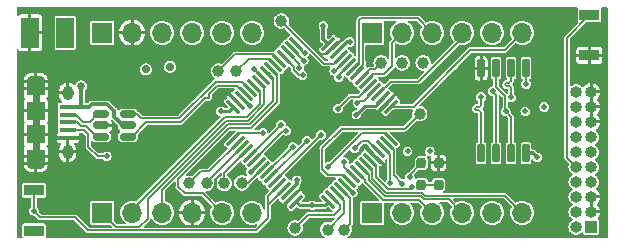
<source format=gbr>
%TF.GenerationSoftware,KiCad,Pcbnew,7.0.2*%
%TF.CreationDate,2023-05-12T00:45:21-04:00*%
%TF.ProjectId,H503-0.2,48353033-2d30-42e3-922e-6b696361645f,rev?*%
%TF.SameCoordinates,Original*%
%TF.FileFunction,Copper,L1,Top*%
%TF.FilePolarity,Positive*%
%FSLAX46Y46*%
G04 Gerber Fmt 4.6, Leading zero omitted, Abs format (unit mm)*
G04 Created by KiCad (PCBNEW 7.0.2) date 2023-05-12 00:45:21*
%MOMM*%
%LPD*%
G01*
G04 APERTURE LIST*
G04 Aperture macros list*
%AMRoundRect*
0 Rectangle with rounded corners*
0 $1 Rounding radius*
0 $2 $3 $4 $5 $6 $7 $8 $9 X,Y pos of 4 corners*
0 Add a 4 corners polygon primitive as box body*
4,1,4,$2,$3,$4,$5,$6,$7,$8,$9,$2,$3,0*
0 Add four circle primitives for the rounded corners*
1,1,$1+$1,$2,$3*
1,1,$1+$1,$4,$5*
1,1,$1+$1,$6,$7*
1,1,$1+$1,$8,$9*
0 Add four rect primitives between the rounded corners*
20,1,$1+$1,$2,$3,$4,$5,0*
20,1,$1+$1,$4,$5,$6,$7,0*
20,1,$1+$1,$6,$7,$8,$9,0*
20,1,$1+$1,$8,$9,$2,$3,0*%
G04 Aperture macros list end*
%TA.AperFunction,SMDPad,CuDef*%
%ADD10RoundRect,0.200000X0.200000X0.250000X-0.200000X0.250000X-0.200000X-0.250000X0.200000X-0.250000X0*%
%TD*%
%TA.AperFunction,ComponentPad*%
%ADD11C,1.000000*%
%TD*%
%TA.AperFunction,SMDPad,CuDef*%
%ADD12R,1.700000X0.900000*%
%TD*%
%TA.AperFunction,ComponentPad*%
%ADD13R,1.000000X1.000000*%
%TD*%
%TA.AperFunction,ComponentPad*%
%ADD14O,1.000000X1.000000*%
%TD*%
%TA.AperFunction,SMDPad,CuDef*%
%ADD15RoundRect,0.150000X-0.512500X-0.150000X0.512500X-0.150000X0.512500X0.150000X-0.512500X0.150000X0*%
%TD*%
%TA.AperFunction,ComponentPad*%
%ADD16O,1.550000X0.890000*%
%TD*%
%TA.AperFunction,SMDPad,CuDef*%
%ADD17R,1.550000X1.200000*%
%TD*%
%TA.AperFunction,ComponentPad*%
%ADD18O,0.950000X1.250000*%
%TD*%
%TA.AperFunction,SMDPad,CuDef*%
%ADD19R,1.550000X1.500000*%
%TD*%
%TA.AperFunction,SMDPad,CuDef*%
%ADD20R,1.350000X0.400000*%
%TD*%
%TA.AperFunction,SMDPad,CuDef*%
%ADD21RoundRect,0.075000X0.548008X0.441942X0.441942X0.548008X-0.548008X-0.441942X-0.441942X-0.548008X0*%
%TD*%
%TA.AperFunction,SMDPad,CuDef*%
%ADD22RoundRect,0.075000X0.548008X-0.441942X-0.441942X0.548008X-0.548008X0.441942X0.441942X-0.548008X0*%
%TD*%
%TA.AperFunction,SMDPad,CuDef*%
%ADD23RoundRect,0.150000X-0.150000X0.650000X-0.150000X-0.650000X0.150000X-0.650000X0.150000X0.650000X0*%
%TD*%
%TA.AperFunction,SMDPad,CuDef*%
%ADD24R,1.500000X2.600000*%
%TD*%
%TA.AperFunction,ComponentPad*%
%ADD25R,1.700000X1.700000*%
%TD*%
%TA.AperFunction,ComponentPad*%
%ADD26O,1.700000X1.700000*%
%TD*%
%TA.AperFunction,ViaPad*%
%ADD27C,0.508000*%
%TD*%
%TA.AperFunction,ViaPad*%
%ADD28C,0.711200*%
%TD*%
%TA.AperFunction,ViaPad*%
%ADD29C,0.660400*%
%TD*%
%TA.AperFunction,Conductor*%
%ADD30C,0.304800*%
%TD*%
%TA.AperFunction,Conductor*%
%ADD31C,0.152451*%
%TD*%
%TA.AperFunction,Conductor*%
%ADD32C,0.302260*%
%TD*%
%TA.AperFunction,Conductor*%
%ADD33C,0.203200*%
%TD*%
%TA.AperFunction,Conductor*%
%ADD34C,0.279400*%
%TD*%
%TA.AperFunction,Conductor*%
%ADD35C,0.609600*%
%TD*%
G04 APERTURE END LIST*
D10*
%TO.P,X1,1,Tri-State*%
%TO.N,+3.3V*%
X102145000Y-61125000D03*
%TO.P,X1,2,GND*%
%TO.N,GND*%
X102145000Y-59275000D03*
%TO.P,X1,3,OUT*%
%TO.N,/CLK_8*%
X100695000Y-59275000D03*
%TO.P,X1,4,VDD*%
%TO.N,+3.3V*%
X100695000Y-61125000D03*
%TD*%
D11*
%TO.P,TP1,1,1*%
%TO.N,/PH1*%
X100540000Y-55110000D03*
%TD*%
%TO.P,TP3,1,1*%
%TO.N,/I2C2_SCL*%
X83500000Y-51500000D03*
%TD*%
D12*
%TO.P,BOOT1,1,1*%
%TO.N,+3.3V*%
X67900000Y-65000000D03*
%TO.P,BOOT1,2,2*%
%TO.N,/SW1*%
X67900000Y-61600000D03*
%TD*%
D13*
%TO.P,J3,1,Pin_1*%
%TO.N,+3.3V*%
X115062000Y-64693800D03*
D14*
%TO.P,J3,2,Pin_2*%
%TO.N,/SWDIO*%
X113792000Y-64693800D03*
%TO.P,J3,3,Pin_3*%
%TO.N,GND*%
X115062000Y-63423800D03*
%TO.P,J3,4,Pin_4*%
%TO.N,/SWCLK*%
X113792000Y-63423800D03*
%TO.P,J3,5,Pin_5*%
%TO.N,GND*%
X115062000Y-62153800D03*
%TO.P,J3,6,Pin_6*%
%TO.N,unconnected-(J3-Pin_6-Pad6)*%
X113792000Y-62153800D03*
%TO.P,J3,7,Pin_7*%
%TO.N,unconnected-(J3-Pin_7-Pad7)*%
X115062000Y-60883800D03*
%TO.P,J3,8,Pin_8*%
%TO.N,unconnected-(J3-Pin_8-Pad8)*%
X113792000Y-60883800D03*
%TO.P,J3,9,Pin_9*%
%TO.N,unconnected-(J3-Pin_9-Pad9)*%
X115062000Y-59613800D03*
%TO.P,J3,10,Pin_10*%
%TO.N,/nRESET*%
X113792000Y-59613800D03*
%TO.P,J3,11,Pin_11*%
%TO.N,unconnected-(J3-Pin_11-Pad11)*%
X115062000Y-58343800D03*
%TO.P,J3,12,Pin_12*%
%TO.N,/TRACECK*%
X113792000Y-58343800D03*
%TO.P,J3,13,Pin_13*%
%TO.N,unconnected-(J3-Pin_13-Pad13)*%
X115062000Y-57073800D03*
%TO.P,J3,14,Pin_14*%
%TO.N,/TRACED0*%
X113792000Y-57073800D03*
%TO.P,J3,15,Pin_15*%
%TO.N,GND*%
X115062000Y-55803800D03*
%TO.P,J3,16,Pin_16*%
%TO.N,/TRACED1*%
X113792000Y-55803800D03*
%TO.P,J3,17,Pin_17*%
%TO.N,GND*%
X115062000Y-54533800D03*
%TO.P,J3,18,Pin_18*%
%TO.N,/TRACED2*%
X113792000Y-54533800D03*
%TO.P,J3,19,Pin_19*%
%TO.N,GND*%
X115062000Y-53263800D03*
%TO.P,J3,20,Pin_20*%
%TO.N,/TRACED3*%
X113792000Y-53263800D03*
%TD*%
D11*
%TO.P,TP7,1,1*%
%TO.N,/PC13*%
X89992200Y-64770000D03*
%TD*%
%TO.P,TP14,1,1*%
%TO.N,/I3C2_SCL*%
X88830000Y-47260000D03*
%TD*%
D15*
%TO.P,U4,1*%
%TO.N,Net-(J4-D-)*%
X73562500Y-55150000D03*
%TO.P,U4,2*%
%TO.N,GND*%
X73562500Y-56100000D03*
%TO.P,U4,3*%
%TO.N,Net-(J4-D+)*%
X73562500Y-57050000D03*
%TO.P,U4,4*%
%TO.N,/USB_P*%
X75837500Y-57050000D03*
%TO.P,U4,5*%
%TO.N,/VBUS*%
X75837500Y-56100000D03*
%TO.P,U4,6*%
%TO.N,/USB_N*%
X75837500Y-55150000D03*
%TD*%
D11*
%TO.P,TP9,1,1*%
%TO.N,/PC15*%
X94157800Y-64922400D03*
%TD*%
D16*
%TO.P,J4,6,Shield*%
%TO.N,GND*%
X68042000Y-59340000D03*
D17*
X68042000Y-58740000D03*
D18*
X70742000Y-58340000D03*
D19*
X68042000Y-56840000D03*
X68042000Y-54840000D03*
D18*
X70742000Y-53340000D03*
D17*
X68042000Y-52940000D03*
D16*
X68042000Y-52340000D03*
D20*
%TO.P,J4,5,GND*%
X70742000Y-57140000D03*
%TO.P,J4,4,ID*%
%TO.N,Net-(J4-ID)*%
X70742000Y-56490000D03*
%TO.P,J4,3,D+*%
%TO.N,Net-(J4-D+)*%
X70742000Y-55840000D03*
%TO.P,J4,2,D-*%
%TO.N,Net-(J4-D-)*%
X70742000Y-55190000D03*
%TO.P,J4,1,VBUS*%
%TO.N,/VBUS*%
X70742000Y-54540000D03*
%TD*%
D11*
%TO.P,TP6,1,1*%
%TO.N,/I3C2_SDA*%
X84000000Y-61000000D03*
%TD*%
D12*
%TO.P,RESET1,1,1*%
%TO.N,/nRESET*%
X114909600Y-46763200D03*
%TO.P,RESET1,2,2*%
%TO.N,GND*%
X114909600Y-50163200D03*
%TD*%
D11*
%TO.P,TP11,1,1*%
%TO.N,/ADC_INP5*%
X100838000Y-50800000D03*
%TD*%
D21*
%TO.P,U2,64,VDD*%
%TO.N,+3.3V*%
X90078819Y-62544481D03*
%TO.P,U2,63,VSS*%
%TO.N,GND*%
X89725266Y-62190928D03*
%TO.P,U2,62,VCAP*%
%TO.N,Net-(C12-Pad1)*%
X89371713Y-61837375D03*
%TO.P,U2,61,PB8*%
%TO.N,/SW1*%
X89018159Y-61483821D03*
%TO.P,U2,60,BOOT0*%
X88664606Y-61130268D03*
%TO.P,U2,59,PB7*%
%TO.N,/TRACED1*%
X88311052Y-60776714D03*
%TO.P,U2,58,PB6*%
%TO.N,/TRACED0*%
X87957499Y-60423161D03*
%TO.P,U2,57,PB5*%
%TO.N,/TRACECK*%
X87603946Y-60069608D03*
%TO.P,U2,56,PB4*%
%TO.N,/PB4_TXD2*%
X87250392Y-59716054D03*
%TO.P,U2,55,PB3*%
%TO.N,/LED*%
X86896839Y-59362501D03*
%TO.P,U2,54,PD2*%
%TO.N,/TRACED2*%
X86543286Y-59008948D03*
%TO.P,U2,53,PC12*%
%TO.N,/TRACED3*%
X86189732Y-58655394D03*
%TO.P,U2,52,PC11*%
%TO.N,/I3C2_SDA*%
X85836179Y-58301841D03*
%TO.P,U2,51,PC10*%
%TO.N,/PC10*%
X85482625Y-57948287D03*
%TO.P,U2,50,PA15*%
%TO.N,/PA15_RXD2*%
X85129072Y-57594734D03*
%TO.P,U2,49,PA14*%
%TO.N,/SWCLK*%
X84775519Y-57241181D03*
D22*
%TO.P,U2,48,VDD*%
%TO.N,+3.3V*%
X84775519Y-54518819D03*
%TO.P,U2,47,VSS*%
%TO.N,GND*%
X85129072Y-54165266D03*
%TO.P,U2,46,PA13*%
%TO.N,/SWDIO*%
X85482625Y-53811713D03*
%TO.P,U2,45,PA12*%
%TO.N,/USB_P*%
X85836179Y-53458159D03*
%TO.P,U2,44,PA11*%
%TO.N,/USB_N*%
X86189732Y-53104606D03*
%TO.P,U2,43,PA10*%
%TO.N,/PA10_RXD*%
X86543286Y-52751052D03*
%TO.P,U2,42,PA9*%
%TO.N,/PA9_TXD*%
X86896839Y-52397499D03*
%TO.P,U2,41,PA8*%
%TO.N,/PA8*%
X87250392Y-52043946D03*
%TO.P,U2,40,PC9*%
%TO.N,/I2C1_SDA*%
X87603946Y-51690392D03*
%TO.P,U2,39,PC8*%
%TO.N,/I2C1_SCL*%
X87957499Y-51336839D03*
%TO.P,U2,38,PC7*%
%TO.N,/I2C2_SDA*%
X88311052Y-50983286D03*
%TO.P,U2,37,PC6*%
%TO.N,/I2C2_SCL*%
X88664606Y-50629732D03*
%TO.P,U2,36,PB15*%
%TO.N,/SPI2_MOSI*%
X89018159Y-50276179D03*
%TO.P,U2,35,PB14*%
%TO.N,/SPI2_MISO*%
X89371713Y-49922625D03*
%TO.P,U2,34,PB13*%
%TO.N,/SPI2_SCK*%
X89725266Y-49569072D03*
%TO.P,U2,33,PB12*%
%TO.N,/SPI2_NSS*%
X90078819Y-49215519D03*
D21*
%TO.P,U2,32,VDD*%
%TO.N,+3.3V*%
X92801181Y-49215519D03*
%TO.P,U2,31,VSS*%
%TO.N,GND*%
X93154734Y-49569072D03*
%TO.P,U2,30,VCAP*%
%TO.N,Net-(C11-Pad1)*%
X93508287Y-49922625D03*
%TO.P,U2,29,PB10*%
%TO.N,/I3C2_SCL*%
X93861841Y-50276179D03*
%TO.P,U2,28,PB2*%
%TO.N,/PB2*%
X94215394Y-50629732D03*
%TO.P,U2,27,PB1*%
%TO.N,/ADC_INP5*%
X94568948Y-50983286D03*
%TO.P,U2,26,PB0*%
%TO.N,/OPAMP_VINP*%
X94922501Y-51336839D03*
%TO.P,U2,25,PC5*%
%TO.N,/OPAMP_VINM*%
X95276054Y-51690392D03*
%TO.P,U2,24,PC4*%
%TO.N,/ADC_INP4*%
X95629608Y-52043946D03*
%TO.P,U2,23,PA7*%
%TO.N,/OPAMP_VOUT*%
X95983161Y-52397499D03*
%TO.P,U2,22,PA6*%
%TO.N,/ADC_INP3*%
X96336714Y-52751052D03*
%TO.P,U2,21,PA5*%
%TO.N,/DAC_OUT2*%
X96690268Y-53104606D03*
%TO.P,U2,20,PA4*%
%TO.N,/DAC_OUT1*%
X97043821Y-53458159D03*
%TO.P,U2,19,VDD*%
%TO.N,+3.3V*%
X97397375Y-53811713D03*
%TO.P,U2,18,VSS*%
%TO.N,GND*%
X97750928Y-54165266D03*
%TO.P,U2,17,PA3*%
%TO.N,/PA3*%
X98104481Y-54518819D03*
D22*
%TO.P,U2,16,PA2*%
%TO.N,/PA2*%
X98104481Y-57241181D03*
%TO.P,U2,15,PA1*%
%TO.N,/PA1*%
X97750928Y-57594734D03*
%TO.P,U2,14,PA0*%
%TO.N,/PA0*%
X97397375Y-57948287D03*
%TO.P,U2,13,VDDA*%
%TO.N,/VDDA*%
X97043821Y-58301841D03*
%TO.P,U2,12,VSSA*%
%TO.N,GND*%
X96690268Y-58655394D03*
%TO.P,U2,11,PC3*%
%TO.N,/SPI1_MOSI*%
X96336714Y-59008948D03*
%TO.P,U2,10,PC2*%
%TO.N,/SPI1_MISO*%
X95983161Y-59362501D03*
%TO.P,U2,9,PC1*%
%TO.N,/SPI1_NSS*%
X95629608Y-59716054D03*
%TO.P,U2,8,PC0*%
%TO.N,/SPI1_SCK*%
X95276054Y-60069608D03*
%TO.P,U2,7,NRST*%
%TO.N,/nRESET*%
X94922501Y-60423161D03*
%TO.P,U2,6,PH1*%
%TO.N,/PH1*%
X94568948Y-60776714D03*
%TO.P,U2,5,PH0*%
%TO.N,/CLK_8*%
X94215394Y-61130268D03*
%TO.P,U2,4,PC15*%
%TO.N,/PC15*%
X93861841Y-61483821D03*
%TO.P,U2,3,PC14*%
%TO.N,/PC14*%
X93508287Y-61837375D03*
%TO.P,U2,2,PC13*%
%TO.N,/PC13*%
X93154734Y-62190928D03*
%TO.P,U2,1,VBAT*%
%TO.N,+3.3V*%
X92801181Y-62544481D03*
%TD*%
D11*
%TO.P,TP5,1,1*%
%TO.N,/PC10*%
X82500000Y-61000000D03*
%TD*%
%TO.P,TP8,1,1*%
%TO.N,/PC14*%
X92760800Y-64922400D03*
%TD*%
D23*
%TO.P,U3,1,~{CS}*%
%TO.N,/SPI2_NSS*%
X109550000Y-51250000D03*
%TO.P,U3,2,DO(IO1)*%
%TO.N,/SPI2_MISO*%
X108280000Y-51250000D03*
%TO.P,U3,3,IO2*%
%TO.N,/NHOLD*%
X107010000Y-51250000D03*
%TO.P,U3,4,GND*%
%TO.N,GND*%
X105740000Y-51250000D03*
%TO.P,U3,5,DI(IO0)*%
%TO.N,/SPI2_MOSI*%
X105740000Y-58450000D03*
%TO.P,U3,6,CLK*%
%TO.N,/SPI2_SCK*%
X107010000Y-58450000D03*
%TO.P,U3,7,IO3*%
%TO.N,/NHOLD*%
X108280000Y-58450000D03*
%TO.P,U3,8,VCC*%
%TO.N,+3.3V*%
X109550000Y-58450000D03*
%TD*%
D11*
%TO.P,TP12,1,1*%
%TO.N,/PB2*%
X99060000Y-50800000D03*
%TD*%
%TO.P,TP4,1,1*%
%TO.N,/I2C2_SDA*%
X85000000Y-51500000D03*
%TD*%
D24*
%TO.P,D1,1,K*%
%TO.N,GND*%
X67537200Y-48260000D03*
%TO.P,D1,2,A*%
%TO.N,Net-(D1-A)*%
X70537200Y-48260000D03*
%TD*%
D11*
%TO.P,TP13,1,1*%
%TO.N,/PB4_TXD2*%
X85500000Y-60960000D03*
%TD*%
%TO.P,TP2,1,1*%
%TO.N,/ADC_INP4*%
X97282000Y-50800000D03*
%TD*%
%TO.P,TP10,1,1*%
%TO.N,/PA15_RXD2*%
X81000000Y-61000000D03*
%TD*%
D25*
%TO.P,J1,1,Pin_1*%
%TO.N,/PA9_TXD*%
X73660000Y-63500000D03*
D26*
%TO.P,J1,2,Pin_2*%
%TO.N,/PA10_RXD*%
X76200000Y-63500000D03*
%TO.P,J1,3,Pin_3*%
%TO.N,/I2C1_SDA*%
X78740000Y-63500000D03*
%TO.P,J1,4,Pin_4*%
%TO.N,GND*%
X81280000Y-63500000D03*
%TO.P,J1,5,Pin_5*%
%TO.N,/I2C1_SCL*%
X83820000Y-63500000D03*
%TO.P,J1,6,Pin_6*%
%TO.N,/PA2*%
X86360000Y-63500000D03*
%TD*%
D25*
%TO.P,J2,1,Pin_1*%
%TO.N,/PA0*%
X96520000Y-63500000D03*
D26*
%TO.P,J2,2,Pin_2*%
%TO.N,/PA1*%
X99060000Y-63500000D03*
%TO.P,J2,3,Pin_3*%
%TO.N,/SPI1_SCK*%
X101600000Y-63500000D03*
%TO.P,J2,4,Pin_4*%
%TO.N,/SPI1_NSS*%
X104140000Y-63500000D03*
%TO.P,J2,5,Pin_5*%
%TO.N,/SPI1_MOSI*%
X106680000Y-63500000D03*
%TO.P,J2,6,Pin_6*%
%TO.N,/SPI1_MISO*%
X109220000Y-63500000D03*
%TD*%
D25*
%TO.P,J6,1,Pin_1*%
%TO.N,/OPAMP_VINM*%
X96520000Y-48260000D03*
D26*
%TO.P,J6,2,Pin_2*%
%TO.N,/OPAMP_VOUT*%
X99060000Y-48260000D03*
%TO.P,J6,3,Pin_3*%
%TO.N,/OPAMP_VINP*%
X101600000Y-48260000D03*
%TO.P,J6,4,Pin_4*%
%TO.N,/DAC_OUT1*%
X104140000Y-48260000D03*
%TO.P,J6,5,Pin_5*%
%TO.N,+3.3V*%
X106680000Y-48260000D03*
%TO.P,J6,6,Pin_6*%
%TO.N,/PA3*%
X109220000Y-48260000D03*
%TD*%
D25*
%TO.P,J5,1,Pin_1*%
%TO.N,/VINunused*%
X73660000Y-48260000D03*
D26*
%TO.P,J5,2,Pin_2*%
%TO.N,GND*%
X76200000Y-48260000D03*
%TO.P,J5,3,Pin_3*%
%TO.N,/PA8*%
X78740000Y-48260000D03*
%TO.P,J5,4,Pin_4*%
%TO.N,/5VIN*%
X81280000Y-48260000D03*
%TO.P,J5,5,Pin_5*%
%TO.N,/ADC_INP3*%
X83820000Y-48260000D03*
%TO.P,J5,6,Pin_6*%
%TO.N,/DAC_OUT2*%
X86360000Y-48260000D03*
%TD*%
D27*
%TO.N,GND*%
X104050000Y-54800000D03*
X85225000Y-59825000D03*
X105350000Y-46925000D03*
X70600000Y-64900000D03*
X100325000Y-64750000D03*
X105400000Y-64650000D03*
X92150000Y-61275000D03*
X90925000Y-59975000D03*
%TO.N,+3.3V*%
X101395000Y-58300000D03*
%TO.N,/CLK_8*%
X99710000Y-60479601D03*
X94869492Y-61784365D03*
%TO.N,GND*%
X95890000Y-61830000D03*
X102145000Y-59275000D03*
X103320000Y-61170000D03*
%TO.N,+3.3V*%
X100695000Y-61125000D03*
%TO.N,GND*%
X83075000Y-58575000D03*
X89200000Y-52940000D03*
D28*
X75450000Y-51362500D03*
D27*
X93942200Y-47675000D03*
X102945000Y-58300000D03*
X112380000Y-61010000D03*
X102210000Y-51490000D03*
D29*
X71932800Y-57150000D03*
D27*
X67537200Y-48260000D03*
X105740000Y-51250000D03*
X69525000Y-63320000D03*
X111090000Y-52985000D03*
X91340000Y-55350000D03*
X96500000Y-49850000D03*
D29*
X69529800Y-57140000D03*
D27*
X75700000Y-58700000D03*
X83718400Y-53352400D03*
X91787656Y-49536800D03*
X96735000Y-55180000D03*
X95970000Y-57950000D03*
X93495000Y-58030000D03*
X100050000Y-49560000D03*
X91440000Y-64402000D03*
X114909600Y-50163200D03*
D28*
X79400000Y-53050000D03*
D27*
X89180000Y-63600000D03*
D29*
X73400000Y-53050000D03*
D27*
X73562500Y-56100000D03*
%TO.N,/VDDA*%
X95045000Y-58030000D03*
%TO.N,+3.3V*%
X92392200Y-47675000D03*
X83718400Y-54902400D03*
X111090000Y-54535000D03*
D28*
X77350000Y-51362500D03*
D27*
X109485000Y-54920000D03*
D28*
X79400000Y-51150000D03*
D27*
X110500000Y-58800000D03*
X95185000Y-55180000D03*
X67900000Y-65000000D03*
X91440000Y-62852000D03*
X99515000Y-58300000D03*
%TO.N,/nRESET*%
X94160000Y-59210000D03*
X114909600Y-46763200D03*
%TO.N,Net-(D1-A)*%
X70537200Y-48260000D03*
%TO.N,Net-(C11-Pad1)*%
X94620000Y-49040000D03*
%TO.N,Net-(C12-Pad1)*%
X90130000Y-60750000D03*
%TO.N,/SWDIO*%
X86136723Y-54465810D03*
%TO.N,/SWCLK*%
X87250000Y-56720000D03*
%TO.N,/TRACECK*%
X89781777Y-57891777D03*
%TO.N,/TRACED0*%
X91002969Y-57402969D03*
%TO.N,/TRACED1*%
X92180000Y-56919379D03*
%TO.N,/TRACED2*%
X89240432Y-56550199D03*
%TO.N,/TRACED3*%
X88810000Y-56050000D03*
%TO.N,Net-(J4-ID)*%
X74050000Y-58700000D03*
%TO.N,/SPI1_MOSI*%
X99889100Y-61329548D03*
%TO.N,/DAC_OUT2*%
X95275400Y-54190478D03*
%TO.N,/ADC_INP3*%
X93630000Y-54672603D03*
%TO.N,/ADC_INP5*%
X93690000Y-52040000D03*
%TO.N,/PB2*%
X93299418Y-51473700D03*
%TO.N,/SPI2_NSS*%
X90797910Y-49947219D03*
X109550000Y-52590000D03*
%TO.N,/SPI2_SCK*%
X90731438Y-50603763D03*
X106720000Y-53210000D03*
%TO.N,/SPI2_MISO*%
X90358939Y-51203149D03*
X108280000Y-53730000D03*
%TO.N,/SPI2_MOSI*%
X90630703Y-51863444D03*
X105740000Y-53695227D03*
%TO.N,/SW1*%
X67875000Y-63320000D03*
%TO.N,/NHOLD*%
X107835000Y-54920000D03*
%TO.N,/PA0*%
X98045149Y-60961726D03*
%TO.N,/PA1*%
X99060000Y-61024697D03*
%TO.N,/PA2*%
X92773488Y-59618976D03*
%TO.N,/PA8*%
X86533283Y-51326836D03*
%TO.N,/LED*%
X86242740Y-60016600D03*
D29*
%TO.N,/VBUS*%
X71875000Y-52775000D03*
%TD*%
D30*
%TO.N,+3.3V*%
X110150000Y-58450000D02*
X109550000Y-58450000D01*
X110500000Y-58800000D02*
X110150000Y-58450000D01*
D31*
%TO.N,/I2C1_SCL*%
X82170000Y-61850000D02*
X83820000Y-63500000D01*
X80100000Y-60600000D02*
X80100000Y-61300000D01*
X80100000Y-61300000D02*
X80650000Y-61850000D01*
X80650000Y-61850000D02*
X82170000Y-61850000D01*
X84400000Y-56300000D02*
X80100000Y-60600000D01*
X88455579Y-54145545D02*
X86301124Y-56300000D01*
X88455579Y-51834919D02*
X88455579Y-54145545D01*
X87957499Y-51336839D02*
X88455579Y-51834919D01*
X86301124Y-56300000D02*
X84400000Y-56300000D01*
D32*
%TO.N,GND*%
X96705394Y-58655394D02*
X97410000Y-59360000D01*
D31*
%TO.N,/PH1*%
X94568948Y-60776714D02*
X94070869Y-60278635D01*
X92750612Y-60278635D02*
X92290863Y-59818886D01*
X99260452Y-56389548D02*
X100540000Y-55110000D01*
X94070869Y-60278635D02*
X92750612Y-60278635D01*
X93940452Y-56389548D02*
X99260452Y-56389548D01*
X92290863Y-58039137D02*
X93940452Y-56389548D01*
X92290863Y-59818886D02*
X92290863Y-58039137D01*
%TO.N,/CLK_8*%
X94869491Y-61784365D02*
X94215394Y-61130268D01*
X94869492Y-61784365D02*
X94869491Y-61784365D01*
X99710000Y-60260000D02*
X100695000Y-59275000D01*
X99710000Y-60479601D02*
X99710000Y-60260000D01*
%TO.N,+3.3V*%
X102145000Y-61125000D02*
X100695000Y-61125000D01*
D30*
%TO.N,GND*%
X89725266Y-62190928D02*
X89151011Y-62765183D01*
D33*
X92631279Y-50092527D02*
X93154734Y-49569072D01*
D34*
X93942200Y-47675000D02*
X93942200Y-48781606D01*
D33*
X92222963Y-50092527D02*
X92631279Y-50092527D01*
D34*
X96736194Y-55180000D02*
X97750928Y-54165266D01*
D30*
X69529800Y-57140000D02*
X70742000Y-57140000D01*
D32*
X95970000Y-57950000D02*
X96675394Y-58655394D01*
D34*
X83718400Y-53352400D02*
X84316206Y-53352400D01*
X84316206Y-53352400D02*
X85129072Y-54165266D01*
D30*
X89151011Y-63571011D02*
X89180000Y-63600000D01*
X71932800Y-57150000D02*
X71922800Y-57140000D01*
D32*
X89725266Y-62190928D02*
X89180000Y-62736194D01*
D30*
X71922800Y-57140000D02*
X70742000Y-57140000D01*
D34*
X93942200Y-48781606D02*
X93154734Y-49569072D01*
D33*
X91787656Y-49621334D02*
X91787656Y-49657220D01*
D31*
X91787656Y-49536800D02*
X91787656Y-49621334D01*
D33*
X91787656Y-49657220D02*
X92222963Y-50092527D01*
D31*
X96735000Y-55180000D02*
X96736194Y-55180000D01*
D35*
X68042000Y-52340000D02*
X68042000Y-59340000D01*
D30*
X89151011Y-62765183D02*
X89151011Y-63571011D01*
D33*
%TO.N,/VDDA*%
X96180421Y-57442000D02*
X95633000Y-57442000D01*
X95633000Y-57442000D02*
X95045000Y-58030000D01*
X97040262Y-58301841D02*
X96180421Y-57442000D01*
D34*
%TO.N,+3.3V*%
X84391938Y-54902400D02*
X83718400Y-54902400D01*
X95944133Y-54420867D02*
X96798333Y-54420867D01*
X90078819Y-62544481D02*
X90386338Y-62852000D01*
X90386338Y-62852000D02*
X92493662Y-62852000D01*
D30*
X92392200Y-47675000D02*
X92392200Y-48806538D01*
D34*
X92392200Y-48806538D02*
X92801181Y-49215519D01*
X96798333Y-54420867D02*
X97397375Y-53821825D01*
X95185000Y-55180000D02*
X95944133Y-54420867D01*
X92493662Y-62852000D02*
X92801181Y-62544481D01*
X84775519Y-54518819D02*
X84391938Y-54902400D01*
D31*
%TO.N,/PA9_TXD*%
X76810000Y-64690000D02*
X74850000Y-64690000D01*
X86025894Y-55690298D02*
X84147454Y-55690298D01*
X86896839Y-52397499D02*
X87394919Y-52895579D01*
X74850000Y-64690000D02*
X73660000Y-63500000D01*
X87394919Y-52895579D02*
X87394919Y-54321273D01*
X87394919Y-54321273D02*
X86025894Y-55690298D01*
X84147454Y-55690298D02*
X77510000Y-62327752D01*
X77510000Y-62327752D02*
X77510000Y-63990000D01*
X77510000Y-63990000D02*
X76810000Y-64690000D01*
%TO.N,/PA10_RXD*%
X85899621Y-55385447D02*
X84021180Y-55385448D01*
X87041365Y-53249131D02*
X87041365Y-54243703D01*
X84021180Y-55385448D02*
X76263120Y-63143508D01*
X87041365Y-54243703D02*
X85899621Y-55385447D01*
X86543286Y-52751052D02*
X87041365Y-53249131D01*
%TO.N,/nRESET*%
X113015775Y-58837575D02*
X113792000Y-59613800D01*
X113015775Y-48657025D02*
X113015775Y-58837575D01*
X94160000Y-59210000D02*
X94160000Y-59660660D01*
X114909600Y-46763200D02*
X113015775Y-48657025D01*
X94160000Y-59660660D02*
X94922501Y-60423161D01*
D30*
%TO.N,Net-(C11-Pad1)*%
X94620000Y-49040000D02*
X94390912Y-49040000D01*
D32*
X94390912Y-49040000D02*
X93508287Y-49922625D01*
%TO.N,Net-(C12-Pad1)*%
X89371713Y-61837375D02*
X90130000Y-61079088D01*
D30*
X90130000Y-61079088D02*
X90130000Y-60750000D01*
D31*
%TO.N,/SWDIO*%
X86136722Y-54465810D02*
X85482625Y-53811713D01*
X86136723Y-54465810D02*
X86136722Y-54465810D01*
%TO.N,/SWCLK*%
X85296700Y-56720000D02*
X84775519Y-57241181D01*
X87250000Y-56720000D02*
X85296700Y-56720000D01*
%TO.N,/TRACECK*%
X89781777Y-57891777D02*
X87603946Y-60069608D01*
%TO.N,/TRACED0*%
X91002969Y-57402969D02*
X90977691Y-57402969D01*
X90977691Y-57402969D02*
X87957499Y-60423161D01*
%TO.N,/TRACED1*%
X92168387Y-56919379D02*
X88311052Y-60776714D01*
X92180000Y-56919379D02*
X92168387Y-56919379D01*
%TO.N,/TRACED2*%
X89002035Y-56550199D02*
X86543286Y-59008948D01*
X89240432Y-56550199D02*
X89002035Y-56550199D01*
%TO.N,/TRACED3*%
X88810000Y-56050000D02*
X88795126Y-56050000D01*
X88795126Y-56050000D02*
X86189732Y-58655394D01*
%TO.N,Net-(J4-ID)*%
X72491625Y-57916625D02*
X72491625Y-56851210D01*
X73275000Y-58700000D02*
X72491625Y-57916625D01*
X72130415Y-56490000D02*
X70742000Y-56490000D01*
X72491625Y-56851210D02*
X72130415Y-56490000D01*
X74050000Y-58700000D02*
X73275000Y-58700000D01*
%TO.N,/PC13*%
X93292000Y-63680000D02*
X93779949Y-63192051D01*
X93779949Y-63192051D02*
X93779949Y-62816143D01*
X91082200Y-63680000D02*
X93292000Y-63680000D01*
X89992200Y-64770000D02*
X91082200Y-63680000D01*
X93779949Y-62816143D02*
X93154734Y-62190928D01*
%TO.N,/SPI1_SCK*%
X100521375Y-62421375D02*
X101600000Y-63500000D01*
X97473742Y-62421375D02*
X100521375Y-62421375D01*
X95914995Y-60708549D02*
X95914997Y-60862630D01*
X95276054Y-60069608D02*
X95914995Y-60708549D01*
X95914997Y-60862630D02*
X97473742Y-62421375D01*
%TO.N,/SPI1_NSS*%
X100891124Y-62360000D02*
X103000000Y-62360000D01*
X96219846Y-60306292D02*
X96219847Y-60736356D01*
X97600015Y-62116524D02*
X100647649Y-62116525D01*
X103000000Y-62360000D02*
X104140000Y-63500000D01*
X96219847Y-60736356D02*
X97600015Y-62116524D01*
X100647649Y-62116525D02*
X100891124Y-62360000D01*
X95629608Y-59716054D02*
X96219846Y-60306292D01*
%TO.N,/SPI1_MISO*%
X95983161Y-59362501D02*
X96524697Y-59904037D01*
X96524697Y-59904037D02*
X96524697Y-60610082D01*
X107775149Y-62055149D02*
X109220000Y-63500000D01*
X97726288Y-61811673D02*
X100773923Y-61811675D01*
X101017397Y-62055149D02*
X107775149Y-62055149D01*
X100773923Y-61811675D02*
X101017397Y-62055149D01*
X96524697Y-60610082D02*
X97726288Y-61811673D01*
%TO.N,/SPI1_MOSI*%
X96834794Y-59507028D02*
X96336714Y-59008948D01*
X99711826Y-61506822D02*
X97852561Y-61506822D01*
X97852561Y-61506822D02*
X96834794Y-60489055D01*
X96834794Y-60489055D02*
X96834794Y-59507028D01*
X99889100Y-61329548D02*
X99711826Y-61506822D01*
%TO.N,/DAC_OUT1*%
X98101980Y-52400000D02*
X97043821Y-53458159D01*
X100430000Y-52400000D02*
X98101980Y-52400000D01*
X104140000Y-48690000D02*
X100430000Y-52400000D01*
%TO.N,/DAC_OUT2*%
X95460936Y-54004942D02*
X95789932Y-54004942D01*
X95789932Y-54004942D02*
X96690268Y-53104606D01*
X95275400Y-54190478D02*
X95460936Y-54004942D01*
%TO.N,/ADC_INP3*%
X95435275Y-53652491D02*
X96336714Y-52751052D01*
X93630000Y-54672603D02*
X93640483Y-54672603D01*
X94660595Y-53652491D02*
X95435275Y-53652491D01*
X93640483Y-54672603D02*
X94660595Y-53652491D01*
%TO.N,/OPAMP_VOUT*%
X98210000Y-49110000D02*
X98210000Y-51060000D01*
X99060000Y-48260000D02*
X98210000Y-49110000D01*
X98210000Y-51060000D02*
X97500000Y-51770000D01*
X97500000Y-51770000D02*
X96610660Y-51770000D01*
X96610660Y-51770000D02*
X95983161Y-52397499D01*
%TO.N,/ADC_INP4*%
X96723200Y-51358800D02*
X96314754Y-51358800D01*
X97282000Y-50800000D02*
X96723200Y-51358800D01*
X96314754Y-51358800D02*
X95629608Y-52043946D01*
%TO.N,/OPAMP_VINM*%
X95774134Y-51020662D02*
X95774134Y-50769132D01*
X95725432Y-50720430D02*
X95725432Y-49054568D01*
X95276054Y-51690392D02*
X95276054Y-51518742D01*
X95276054Y-51518742D02*
X95774134Y-51020662D01*
X95774134Y-50769132D02*
X95725432Y-50720430D01*
X95725432Y-49054568D02*
X96520000Y-48260000D01*
%TO.N,/OPAMP_VINP*%
X95420581Y-47202169D02*
X95420581Y-50838759D01*
X100370000Y-47030000D02*
X95592750Y-47030000D01*
X95420581Y-50838759D02*
X94922501Y-51336839D01*
X101600000Y-48260000D02*
X100370000Y-47030000D01*
X95592750Y-47030000D02*
X95420581Y-47202169D01*
%TO.N,/ADC_INP5*%
X93690000Y-51862234D02*
X94568948Y-50983286D01*
X93690000Y-52040000D02*
X93690000Y-51862234D01*
%TO.N,/PB2*%
X93371426Y-51473700D02*
X94215394Y-50629732D01*
X93299418Y-51473700D02*
X93371426Y-51473700D01*
%TO.N,/I3C2_SCL*%
X92438321Y-50870000D02*
X88830000Y-47261679D01*
X93268020Y-50870000D02*
X92438321Y-50870000D01*
X93861841Y-50276179D02*
X93268020Y-50870000D01*
%TO.N,/SPI2_NSS*%
X90797910Y-49947219D02*
X90790419Y-49947219D01*
X109550000Y-51250000D02*
X109550000Y-52590000D01*
X90790419Y-49947219D02*
X90078819Y-49235619D01*
%TO.N,/SPI2_SCK*%
X107010000Y-53500000D02*
X107010000Y-58450000D01*
X106720000Y-53210000D02*
X107010000Y-53500000D01*
X90578283Y-50477444D02*
X90267685Y-50166846D01*
X90267685Y-50111491D02*
X89725266Y-49569072D01*
X90605119Y-50477444D02*
X90578283Y-50477444D01*
X90731438Y-50603763D02*
X90605119Y-50477444D01*
X90267685Y-50166846D02*
X90267685Y-50111491D01*
%TO.N,/SPI2_MISO*%
X107927763Y-52777276D02*
X108127575Y-52777276D01*
X107775338Y-52624850D02*
X107775338Y-52624851D01*
X108127575Y-52472425D02*
X107927763Y-52472425D01*
X108280000Y-51250000D02*
X108280000Y-52320000D01*
X108280000Y-52929702D02*
X108280000Y-53730000D01*
X108280000Y-52929701D02*
X108280000Y-52929702D01*
X90358939Y-51203149D02*
X90358939Y-50909851D01*
X90358939Y-50909851D02*
X89371713Y-49922625D01*
X107927763Y-52472338D02*
G75*
G03*
X107775338Y-52624850I37J-152462D01*
G01*
X108127575Y-52472400D02*
G75*
G03*
X108280000Y-52320000I25J152400D01*
G01*
X108280024Y-52929701D02*
G75*
G03*
X108127575Y-52777276I-152424J1D01*
G01*
X107775424Y-52624851D02*
G75*
G03*
X107927763Y-52777276I152376J-49D01*
G01*
%TO.N,/SPI2_MOSI*%
X105344317Y-54827276D02*
X105587575Y-54827276D01*
X90630703Y-51863444D02*
X90336699Y-51863444D01*
X105740000Y-54979701D02*
X105740000Y-54979702D01*
X105587575Y-54522425D02*
X105344317Y-54522425D01*
X90336699Y-51863444D02*
X89876314Y-51403059D01*
X105740000Y-54979702D02*
X105740000Y-58450000D01*
X105191892Y-54674850D02*
X105191892Y-54674851D01*
X105740000Y-53695227D02*
X105740000Y-54370000D01*
X89876314Y-51134334D02*
X89018159Y-50276179D01*
X89876314Y-51403059D02*
X89876314Y-51134334D01*
X105191924Y-54674851D02*
G75*
G03*
X105344317Y-54827276I152376J-49D01*
G01*
X105740024Y-54979701D02*
G75*
G03*
X105587575Y-54827276I-152424J1D01*
G01*
X105587575Y-54522400D02*
G75*
G03*
X105740000Y-54370000I25J152400D01*
G01*
X105344317Y-54522392D02*
G75*
G03*
X105191892Y-54674850I-17J-152408D01*
G01*
%TO.N,/PA15_RXD2*%
X82723806Y-60000000D02*
X82000000Y-60000000D01*
X85129072Y-57594734D02*
X82723806Y-60000000D01*
X82000000Y-60000000D02*
X81000000Y-61000000D01*
%TO.N,/PC10*%
X85482625Y-57948287D02*
X82500000Y-60930912D01*
%TO.N,/PB4_TXD2*%
X85500000Y-60960000D02*
X86006446Y-60960000D01*
X86006446Y-60960000D02*
X87250392Y-59716054D01*
%TO.N,/SW1*%
X87706200Y-63957200D02*
X87706200Y-62795780D01*
X68430400Y-63875400D02*
X71370000Y-63875400D01*
X72489451Y-64994851D02*
X86668549Y-64994851D01*
X67875000Y-63320000D02*
X67875000Y-61625000D01*
X86668549Y-64994851D02*
X87706200Y-63957200D01*
X87706200Y-62088674D02*
X88664606Y-61130268D01*
X67875000Y-63320000D02*
X68430400Y-63875400D01*
X71370000Y-63875400D02*
X72489451Y-64994851D01*
X87706200Y-62795780D02*
X87706200Y-62088674D01*
X87706200Y-62795780D02*
X89018159Y-61483821D01*
%TO.N,/I2C1_SDA*%
X87775596Y-51690392D02*
X88150728Y-52065524D01*
X84273727Y-55995149D02*
X86174851Y-55995149D01*
X78740000Y-61528876D02*
X84273727Y-55995149D01*
X88117602Y-52204048D02*
X87603946Y-51690392D01*
X87603946Y-51690392D02*
X87775596Y-51690392D01*
X88117602Y-54052398D02*
X88117602Y-52204048D01*
X78740000Y-63500000D02*
X78740000Y-61528876D01*
X86174851Y-55995149D02*
X88117602Y-54052398D01*
%TO.N,/NHOLD*%
X107797375Y-54882375D02*
X107797375Y-53604840D01*
X107020000Y-52827465D02*
X107020000Y-51260000D01*
X107835000Y-54920000D02*
X108280000Y-55365000D01*
X107835000Y-54920000D02*
X107797375Y-54882375D01*
X108280000Y-55365000D02*
X108280000Y-58450000D01*
X107797375Y-53604840D02*
X107020000Y-52827465D01*
%TO.N,/PC14*%
X92760800Y-64922400D02*
X94132400Y-63550800D01*
X94132400Y-62461488D02*
X93508287Y-61837375D01*
X94132400Y-63550800D02*
X94132400Y-62461488D01*
%TO.N,/PC15*%
X94157800Y-64922400D02*
X94632399Y-64447801D01*
X94632399Y-62254379D02*
X93861841Y-61483821D01*
X94632399Y-64447801D02*
X94632399Y-62254379D01*
%TO.N,/I2C2_SCL*%
X84915947Y-50084053D02*
X88118927Y-50084053D01*
X88118927Y-50084053D02*
X88664606Y-50629732D01*
X83500000Y-51500000D02*
X84915947Y-50084053D01*
%TO.N,/I2C2_SDA*%
X85000000Y-51500000D02*
X86062394Y-50437606D01*
X87765372Y-50437606D02*
X88311052Y-50983286D01*
X86062394Y-50437606D02*
X87765372Y-50437606D01*
%TO.N,/I3C2_SDA*%
X84000000Y-61000000D02*
X84000000Y-60138020D01*
X84000000Y-60138020D02*
X85836179Y-58301841D01*
%TO.N,/PA0*%
X98045149Y-58596061D02*
X97397375Y-57948287D01*
X98045149Y-60961726D02*
X98045149Y-58596061D01*
%TO.N,/PA1*%
X99060000Y-61024697D02*
X98350000Y-60314697D01*
X98350000Y-58200000D02*
X97750928Y-57600928D01*
X98350000Y-60314697D02*
X98350000Y-58200000D01*
%TO.N,/PA2*%
X95649364Y-56743101D02*
X97606401Y-56743101D01*
X92773488Y-59618976D02*
X95649364Y-56743101D01*
X97606401Y-56743101D02*
X98104481Y-57241181D01*
%TO.N,Net-(J4-D-)*%
X72006291Y-55778400D02*
X71417891Y-55190000D01*
X72618827Y-55778400D02*
X72006291Y-55778400D01*
X71417891Y-55190000D02*
X70742000Y-55190000D01*
X73247227Y-55150000D02*
X72618827Y-55778400D01*
%TO.N,Net-(J4-D+)*%
X72328078Y-56130851D02*
X71860302Y-56130851D01*
X73247227Y-57050000D02*
X72328078Y-56130851D01*
X71569451Y-55840000D02*
X70742000Y-55840000D01*
X71860302Y-56130851D02*
X71569451Y-55840000D01*
%TO.N,/PA3*%
X109220000Y-48260000D02*
X107770000Y-49710000D01*
X104840000Y-49710000D02*
X100031181Y-54518819D01*
X107770000Y-49710000D02*
X104840000Y-49710000D01*
X100031181Y-54518819D02*
X98104481Y-54518819D01*
%TO.N,/PA8*%
X86533283Y-51326836D02*
X86533283Y-51326837D01*
X86533283Y-51326837D02*
X87250392Y-52043946D01*
%TO.N,/USB_N*%
X76587600Y-55150000D02*
X75837500Y-55150000D01*
X80197476Y-55490000D02*
X76927600Y-55490000D01*
X83261927Y-52425549D02*
X80197476Y-55490000D01*
X76927600Y-55490000D02*
X76587600Y-55150000D01*
X86189732Y-53104606D02*
X85510675Y-52425549D01*
X85510675Y-52425549D02*
X83261927Y-52425549D01*
%TO.N,/USB_P*%
X82714302Y-53733296D02*
X82714300Y-53733297D01*
X77407922Y-55794851D02*
X76152773Y-57050000D01*
X85836179Y-53458159D02*
X85108420Y-52730400D01*
X80323750Y-55794850D02*
X77407922Y-55794851D01*
X85108420Y-52730400D02*
X83388200Y-52730400D01*
X82334241Y-53784362D02*
X82334242Y-53784362D01*
X82334242Y-53784362D02*
X81996820Y-54121780D01*
X82498739Y-53784363D02*
X82498738Y-53784363D01*
X81996820Y-54121780D02*
X80323750Y-55794850D01*
X82714300Y-53733297D02*
X82663236Y-53784362D01*
X82714300Y-53568798D02*
X82714301Y-53568799D01*
X83388200Y-52730400D02*
X82714300Y-53404300D01*
X82714251Y-53404251D02*
G75*
G03*
X82714300Y-53568798I82249J-82249D01*
G01*
X82498752Y-53784350D02*
G75*
G03*
X82663236Y-53784362I82248J82250D01*
G01*
X82714254Y-53733248D02*
G75*
G03*
X82714301Y-53568799I-82254J82248D01*
G01*
X82498748Y-53784353D02*
G75*
G03*
X82334242Y-53784363I-82248J-82247D01*
G01*
%TO.N,/LED*%
X86253400Y-60016600D02*
X86242740Y-60016600D01*
X86896839Y-59373161D02*
X86253400Y-60016600D01*
D30*
%TO.N,/VBUS*%
X72550000Y-54540000D02*
X71940000Y-54540000D01*
X74104501Y-54319000D02*
X72771000Y-54319000D01*
X72771000Y-54319000D02*
X72550000Y-54540000D01*
X75414499Y-56100000D02*
X74676000Y-55361501D01*
X71875000Y-52775000D02*
X71875000Y-54475000D01*
X74104501Y-54319000D02*
X74676000Y-54890499D01*
X74676000Y-55361501D02*
X74676000Y-54890499D01*
X71940000Y-54540000D02*
X70742000Y-54540000D01*
%TD*%
%TA.AperFunction,Conductor*%
%TO.N,GND*%
G36*
X84925774Y-56546748D02*
G01*
X84951538Y-56591372D01*
X84942590Y-56642116D01*
X84930619Y-56657716D01*
X84050489Y-57537846D01*
X84012835Y-57594198D01*
X84012834Y-57594200D01*
X84012834Y-57594201D01*
X84006538Y-57625854D01*
X83995145Y-57683125D01*
X84012833Y-57772044D01*
X84050489Y-57828400D01*
X84188300Y-57966210D01*
X84257113Y-58012191D01*
X84255138Y-58015146D01*
X84276640Y-58028190D01*
X84293208Y-58076980D01*
X84274539Y-58125006D01*
X84271163Y-58128610D01*
X82650962Y-59748812D01*
X82604263Y-59770588D01*
X82597698Y-59770875D01*
X82007979Y-59770875D01*
X82004036Y-59770772D01*
X81963354Y-59768639D01*
X81940257Y-59777505D01*
X81928930Y-59780860D01*
X81904726Y-59786005D01*
X81897747Y-59791076D01*
X81880472Y-59800455D01*
X81872421Y-59803545D01*
X81854928Y-59821038D01*
X81845945Y-59828711D01*
X81825921Y-59843260D01*
X81821608Y-59850730D01*
X81809640Y-59866326D01*
X81309554Y-60366412D01*
X81262855Y-60388188D01*
X81238263Y-60386286D01*
X81079276Y-60347100D01*
X80920724Y-60347100D01*
X80920723Y-60347100D01*
X80859543Y-60362179D01*
X80808314Y-60356655D01*
X80772620Y-60319494D01*
X80769164Y-60268083D01*
X80788251Y-60235779D01*
X84472843Y-56551188D01*
X84519543Y-56529412D01*
X84526108Y-56529125D01*
X84877355Y-56529125D01*
X84925774Y-56546748D01*
G37*
%TD.AperFunction*%
%TA.AperFunction,Conductor*%
G36*
X85398772Y-59151307D02*
G01*
X85415860Y-59175712D01*
X85418723Y-59173800D01*
X85427046Y-59186257D01*
X85427047Y-59186258D01*
X85444790Y-59212812D01*
X85464702Y-59242613D01*
X85602513Y-59380423D01*
X85658865Y-59418077D01*
X85658868Y-59418079D01*
X85711040Y-59428456D01*
X85755090Y-59455187D01*
X85770222Y-59487639D01*
X85780600Y-59539811D01*
X85813926Y-59589687D01*
X85818256Y-59596167D01*
X85900146Y-59678056D01*
X85921921Y-59724753D01*
X85913998Y-59765516D01*
X85850932Y-59889291D01*
X85850931Y-59889292D01*
X85850931Y-59889294D01*
X85830768Y-60016600D01*
X85850931Y-60143906D01*
X85905594Y-60251188D01*
X85909449Y-60258752D01*
X85935742Y-60285045D01*
X85957518Y-60331744D01*
X85944182Y-60381515D01*
X85901974Y-60411069D01*
X85850643Y-60406578D01*
X85847490Y-60405017D01*
X85733222Y-60345044D01*
X85733219Y-60345043D01*
X85579276Y-60307100D01*
X85420724Y-60307100D01*
X85266780Y-60345043D01*
X85126384Y-60418729D01*
X85007709Y-60523866D01*
X84917638Y-60654355D01*
X84861416Y-60802601D01*
X84842305Y-60960000D01*
X84861416Y-61117398D01*
X84917638Y-61265644D01*
X84959950Y-61326943D01*
X85007116Y-61395275D01*
X85007709Y-61396133D01*
X85126384Y-61501270D01*
X85126385Y-61501270D01*
X85126387Y-61501272D01*
X85266778Y-61574956D01*
X85420724Y-61612900D01*
X85579276Y-61612900D01*
X85733222Y-61574956D01*
X85873613Y-61501272D01*
X85992292Y-61396132D01*
X86082360Y-61265646D01*
X86111773Y-61188087D01*
X86128939Y-61161537D01*
X86134022Y-61156453D01*
X86134024Y-61156453D01*
X86151518Y-61138958D01*
X86160501Y-61131286D01*
X86180523Y-61116740D01*
X86184835Y-61109269D01*
X86196803Y-61093672D01*
X86716517Y-60573958D01*
X86763215Y-60552183D01*
X86812986Y-60565519D01*
X86830075Y-60589925D01*
X86832937Y-60588014D01*
X86841260Y-60600471D01*
X86841261Y-60600472D01*
X86865982Y-60637470D01*
X86878916Y-60656827D01*
X87016727Y-60794637D01*
X87067923Y-60828846D01*
X87073082Y-60832293D01*
X87125254Y-60842670D01*
X87169304Y-60869401D01*
X87184435Y-60901851D01*
X87194814Y-60954025D01*
X87220289Y-60992151D01*
X87232469Y-61010380D01*
X87370280Y-61148190D01*
X87422781Y-61183271D01*
X87426635Y-61185846D01*
X87478807Y-61196223D01*
X87522857Y-61222954D01*
X87537988Y-61255404D01*
X87548367Y-61307578D01*
X87567788Y-61336644D01*
X87586022Y-61363933D01*
X87723833Y-61501743D01*
X87792646Y-61547724D01*
X87790671Y-61550679D01*
X87812170Y-61563719D01*
X87828742Y-61612508D01*
X87810076Y-61660535D01*
X87806697Y-61664143D01*
X87549824Y-61921016D01*
X87546966Y-61923729D01*
X87516693Y-61950988D01*
X87506631Y-61973586D01*
X87500995Y-61983967D01*
X87487513Y-62004728D01*
X87486164Y-62013248D01*
X87480582Y-62032093D01*
X87477075Y-62039971D01*
X87477075Y-62064708D01*
X87476148Y-62076490D01*
X87473405Y-62093808D01*
X87472277Y-62100933D01*
X87472708Y-62102541D01*
X87474508Y-62109258D01*
X87477075Y-62128755D01*
X87477075Y-62771814D01*
X87476148Y-62783596D01*
X87472277Y-62808039D01*
X87472493Y-62808844D01*
X87474508Y-62816364D01*
X87477075Y-62835861D01*
X87477075Y-63219804D01*
X87459452Y-63268223D01*
X87414828Y-63293987D01*
X87364085Y-63285039D01*
X87330964Y-63245567D01*
X87329665Y-63241670D01*
X87291044Y-63114354D01*
X87284127Y-63101413D01*
X87197916Y-62940122D01*
X87072589Y-62787411D01*
X86919878Y-62662084D01*
X86854259Y-62627010D01*
X86745645Y-62568955D01*
X86556604Y-62511610D01*
X86360000Y-62492247D01*
X86163395Y-62511610D01*
X85974354Y-62568955D01*
X85800121Y-62662084D01*
X85647411Y-62787411D01*
X85522084Y-62940121D01*
X85428955Y-63114354D01*
X85371610Y-63303395D01*
X85352247Y-63499999D01*
X85371610Y-63696604D01*
X85428955Y-63885645D01*
X85501900Y-64022116D01*
X85522084Y-64059878D01*
X85647411Y-64212589D01*
X85800122Y-64337916D01*
X85934343Y-64409658D01*
X85974354Y-64431044D01*
X86163395Y-64488389D01*
X86195749Y-64491575D01*
X86360000Y-64507753D01*
X86556603Y-64488389D01*
X86691388Y-64447502D01*
X86742837Y-64450310D01*
X86780445Y-64485533D01*
X86786613Y-64536690D01*
X86766518Y-64572849D01*
X86595705Y-64743663D01*
X86549006Y-64765439D01*
X86542441Y-64765726D01*
X77240160Y-64765726D01*
X77191741Y-64748103D01*
X77165977Y-64703479D01*
X77174925Y-64652736D01*
X77186896Y-64637135D01*
X77303509Y-64520522D01*
X77666380Y-64157649D01*
X77669223Y-64154952D01*
X77689814Y-64136412D01*
X77699507Y-64127685D01*
X77709571Y-64105079D01*
X77715205Y-64094703D01*
X77728686Y-64073946D01*
X77730035Y-64065427D01*
X77735618Y-64046577D01*
X77739125Y-64038702D01*
X77739125Y-64038700D01*
X77745392Y-64024625D01*
X77781186Y-63987561D01*
X77832431Y-63982176D01*
X77875148Y-64010990D01*
X77880638Y-64019756D01*
X77902081Y-64059874D01*
X77902083Y-64059877D01*
X77902084Y-64059878D01*
X78027411Y-64212589D01*
X78180122Y-64337916D01*
X78314343Y-64409658D01*
X78354354Y-64431044D01*
X78543395Y-64488389D01*
X78578650Y-64491861D01*
X78740000Y-64507753D01*
X78920426Y-64489982D01*
X78936604Y-64488389D01*
X79125645Y-64431044D01*
X79125647Y-64431042D01*
X79125650Y-64431042D01*
X79299878Y-64337916D01*
X79452589Y-64212589D01*
X79577916Y-64059878D01*
X79671042Y-63885650D01*
X79671818Y-63883094D01*
X79728389Y-63696604D01*
X79732451Y-63655364D01*
X79747753Y-63500000D01*
X79735244Y-63372999D01*
X80183037Y-63372999D01*
X80183038Y-63373000D01*
X80796182Y-63373000D01*
X80780000Y-63428111D01*
X80780000Y-63571889D01*
X80796182Y-63627000D01*
X80183038Y-63627000D01*
X80190148Y-63703731D01*
X80246139Y-63900518D01*
X80337338Y-64083670D01*
X80460640Y-64246949D01*
X80611840Y-64384786D01*
X80785795Y-64492494D01*
X80976582Y-64566405D01*
X81152999Y-64599382D01*
X81153000Y-64599382D01*
X81153000Y-63986881D01*
X81244237Y-64000000D01*
X81315763Y-64000000D01*
X81407000Y-63986881D01*
X81407000Y-64599382D01*
X81583417Y-64566405D01*
X81774204Y-64492494D01*
X81948159Y-64384786D01*
X82099359Y-64246949D01*
X82222661Y-64083670D01*
X82313860Y-63900518D01*
X82369851Y-63703731D01*
X82376962Y-63627000D01*
X81763818Y-63627000D01*
X81780000Y-63571889D01*
X81780000Y-63428111D01*
X81763818Y-63373000D01*
X82376962Y-63373000D01*
X82376962Y-63372999D01*
X82369851Y-63296268D01*
X82313860Y-63099481D01*
X82222661Y-62916329D01*
X82099359Y-62753050D01*
X81948159Y-62615213D01*
X81774204Y-62507505D01*
X81583418Y-62433594D01*
X81407000Y-62400616D01*
X81407000Y-63013118D01*
X81315763Y-63000000D01*
X81244237Y-63000000D01*
X81153000Y-63013118D01*
X81153000Y-62400616D01*
X81152999Y-62400616D01*
X80976581Y-62433594D01*
X80785795Y-62507505D01*
X80611840Y-62615213D01*
X80460640Y-62753050D01*
X80337338Y-62916329D01*
X80246139Y-63099481D01*
X80190148Y-63296268D01*
X80183037Y-63372999D01*
X79735244Y-63372999D01*
X79728389Y-63303397D01*
X79728389Y-63303395D01*
X79671044Y-63114354D01*
X79664127Y-63101413D01*
X79577916Y-62940122D01*
X79452589Y-62787411D01*
X79299878Y-62662084D01*
X79125650Y-62568958D01*
X79125649Y-62568957D01*
X79125646Y-62568956D01*
X79022585Y-62537692D01*
X78981367Y-62506772D01*
X78969125Y-62465609D01*
X78969125Y-61654982D01*
X78986748Y-61606563D01*
X78991177Y-61601729D01*
X79742285Y-60850621D01*
X79788983Y-60828846D01*
X79838754Y-60842182D01*
X79868308Y-60884390D01*
X79870875Y-60903886D01*
X79870875Y-61292022D01*
X79870772Y-61295964D01*
X79868639Y-61336644D01*
X79877504Y-61359737D01*
X79880860Y-61371067D01*
X79886006Y-61395275D01*
X79891075Y-61402251D01*
X79900459Y-61419534D01*
X79903546Y-61427578D01*
X79921035Y-61445066D01*
X79928712Y-61454054D01*
X79943260Y-61474077D01*
X79950727Y-61478388D01*
X79966328Y-61490359D01*
X80482332Y-62006363D01*
X80485046Y-62009223D01*
X80505639Y-62032093D01*
X80512315Y-62039507D01*
X80534917Y-62049570D01*
X80545294Y-62055204D01*
X80566054Y-62068686D01*
X80574570Y-62070034D01*
X80593422Y-62075618D01*
X80601298Y-62079125D01*
X80626035Y-62079125D01*
X80637817Y-62080052D01*
X80641581Y-62080648D01*
X80662259Y-62083923D01*
X80670586Y-62081691D01*
X80690081Y-62079125D01*
X82043893Y-62079125D01*
X82092312Y-62096748D01*
X82097157Y-62101188D01*
X82926559Y-62930590D01*
X82948335Y-62977289D01*
X82939728Y-63019362D01*
X82888956Y-63114351D01*
X82831610Y-63303395D01*
X82812247Y-63499999D01*
X82831610Y-63696604D01*
X82888955Y-63885645D01*
X82961900Y-64022116D01*
X82982084Y-64059878D01*
X83107411Y-64212589D01*
X83260122Y-64337916D01*
X83394343Y-64409658D01*
X83434354Y-64431044D01*
X83623395Y-64488389D01*
X83655749Y-64491575D01*
X83820000Y-64507753D01*
X83998976Y-64490125D01*
X84016604Y-64488389D01*
X84205645Y-64431044D01*
X84205647Y-64431042D01*
X84205650Y-64431042D01*
X84379878Y-64337916D01*
X84532589Y-64212589D01*
X84657916Y-64059878D01*
X84751042Y-63885650D01*
X84751818Y-63883094D01*
X84808389Y-63696604D01*
X84812451Y-63655364D01*
X84827753Y-63500000D01*
X84808389Y-63303397D01*
X84808389Y-63303395D01*
X84751044Y-63114354D01*
X84744127Y-63101413D01*
X84657916Y-62940122D01*
X84532589Y-62787411D01*
X84379878Y-62662084D01*
X84314259Y-62627010D01*
X84205645Y-62568955D01*
X84016604Y-62511610D01*
X83836176Y-62493840D01*
X83820000Y-62492247D01*
X83819999Y-62492247D01*
X83623395Y-62511610D01*
X83434351Y-62568956D01*
X83339363Y-62619728D01*
X83288354Y-62627010D01*
X83250591Y-62606559D01*
X82425523Y-61781491D01*
X82403747Y-61734792D01*
X82417083Y-61685021D01*
X82459291Y-61655467D01*
X82478787Y-61652900D01*
X82579276Y-61652900D01*
X82733222Y-61614956D01*
X82873613Y-61541272D01*
X82992292Y-61436132D01*
X83082360Y-61305646D01*
X83138584Y-61157397D01*
X83157695Y-61000000D01*
X83138584Y-60842603D01*
X83093642Y-60724104D01*
X83092951Y-60672583D01*
X83110809Y-60644132D01*
X83639711Y-60115230D01*
X83686409Y-60093455D01*
X83736180Y-60106791D01*
X83765734Y-60148999D01*
X83765736Y-60149005D01*
X83768309Y-60158611D01*
X83770874Y-60178101D01*
X83770875Y-60337357D01*
X83753252Y-60385776D01*
X83730555Y-60404055D01*
X83626387Y-60458727D01*
X83507709Y-60563866D01*
X83417638Y-60694355D01*
X83361416Y-60842601D01*
X83342305Y-61000000D01*
X83361416Y-61157398D01*
X83417638Y-61305644D01*
X83458797Y-61365272D01*
X83490053Y-61410555D01*
X83507709Y-61436133D01*
X83626384Y-61541270D01*
X83626385Y-61541270D01*
X83626387Y-61541272D01*
X83766778Y-61614956D01*
X83920724Y-61652900D01*
X84079276Y-61652900D01*
X84233222Y-61614956D01*
X84373613Y-61541272D01*
X84492292Y-61436132D01*
X84582360Y-61305646D01*
X84638584Y-61157397D01*
X84657695Y-61000000D01*
X84638584Y-60842603D01*
X84612641Y-60774197D01*
X84582361Y-60694355D01*
X84539933Y-60632888D01*
X84492292Y-60563868D01*
X84491314Y-60563002D01*
X84373612Y-60458727D01*
X84269445Y-60404055D01*
X84234762Y-60365949D01*
X84229125Y-60337357D01*
X84229125Y-60264126D01*
X84246748Y-60215707D01*
X84251177Y-60210873D01*
X85302304Y-59159746D01*
X85349001Y-59137971D01*
X85398772Y-59151307D01*
G37*
%TD.AperFunction*%
%TA.AperFunction,Conductor*%
G36*
X98552694Y-47276748D02*
G01*
X98578458Y-47321372D01*
X98569510Y-47372116D01*
X98539785Y-47400883D01*
X98518854Y-47412071D01*
X98500121Y-47422084D01*
X98347411Y-47547411D01*
X98222084Y-47700121D01*
X98128955Y-47874354D01*
X98071610Y-48063395D01*
X98052247Y-48259999D01*
X98071610Y-48456604D01*
X98128955Y-48645645D01*
X98149965Y-48684952D01*
X98178760Y-48738824D01*
X98179728Y-48740634D01*
X98187010Y-48791644D01*
X98166559Y-48829407D01*
X98053624Y-48942342D01*
X98050766Y-48945055D01*
X98020493Y-48972314D01*
X98010431Y-48994912D01*
X98004795Y-49005293D01*
X97991313Y-49026054D01*
X97989964Y-49034574D01*
X97984382Y-49053419D01*
X97980875Y-49061297D01*
X97980875Y-49086034D01*
X97979948Y-49097816D01*
X97979932Y-49097916D01*
X97976077Y-49122259D01*
X97977382Y-49127130D01*
X97978308Y-49130584D01*
X97980875Y-49150081D01*
X97980875Y-50421422D01*
X97963252Y-50469841D01*
X97918628Y-50495605D01*
X97867885Y-50486657D01*
X97843555Y-50464213D01*
X97817295Y-50426169D01*
X97774292Y-50363868D01*
X97774290Y-50363866D01*
X97655615Y-50258729D01*
X97644437Y-50252862D01*
X97515222Y-50185044D01*
X97515219Y-50185043D01*
X97361276Y-50147100D01*
X97202724Y-50147100D01*
X97048780Y-50185043D01*
X96908384Y-50258729D01*
X96789709Y-50363866D01*
X96699638Y-50494355D01*
X96643416Y-50642601D01*
X96624305Y-50800000D01*
X96643416Y-50957398D01*
X96669358Y-51025801D01*
X96670050Y-51077323D01*
X96652205Y-51105762D01*
X96650370Y-51107598D01*
X96603677Y-51129387D01*
X96597091Y-51129675D01*
X96322732Y-51129675D01*
X96318789Y-51129572D01*
X96278109Y-51127439D01*
X96255014Y-51136305D01*
X96243683Y-51139662D01*
X96219478Y-51144807D01*
X96212501Y-51149876D01*
X96195226Y-51159255D01*
X96187175Y-51162345D01*
X96169682Y-51179838D01*
X96160698Y-51187511D01*
X96154202Y-51192231D01*
X96104672Y-51206436D01*
X96057600Y-51185480D01*
X96049391Y-51170429D01*
X96047062Y-51171986D01*
X96038739Y-51159530D01*
X96038739Y-51159528D01*
X96015952Y-51125425D01*
X96003259Y-51083578D01*
X96003259Y-51044627D01*
X96004186Y-51032845D01*
X96004663Y-51029834D01*
X96008057Y-51008403D01*
X96005826Y-51000076D01*
X96003259Y-50980580D01*
X96003259Y-50777109D01*
X96003362Y-50773166D01*
X96005494Y-50732486D01*
X95996628Y-50709391D01*
X95993270Y-50698054D01*
X95988127Y-50673857D01*
X95988127Y-50673856D01*
X95983058Y-50666880D01*
X95973675Y-50649598D01*
X95964850Y-50626607D01*
X95966535Y-50625960D01*
X95954843Y-50600880D01*
X95954557Y-50594322D01*
X95954557Y-49338226D01*
X95972180Y-49289807D01*
X96016804Y-49264043D01*
X96029884Y-49262899D01*
X97385055Y-49262899D01*
X97385056Y-49262899D01*
X97429658Y-49254028D01*
X97480234Y-49220234D01*
X97514028Y-49169658D01*
X97522900Y-49125057D01*
X97522899Y-47394944D01*
X97514028Y-47350342D01*
X97514027Y-47350341D01*
X97513790Y-47349146D01*
X97521630Y-47298219D01*
X97560370Y-47264246D01*
X97587670Y-47259125D01*
X98504275Y-47259125D01*
X98552694Y-47276748D01*
G37*
%TD.AperFunction*%
%TA.AperFunction,Conductor*%
G36*
X113924655Y-46119123D02*
G01*
X113950419Y-46163747D01*
X113941471Y-46214491D01*
X113938869Y-46218676D01*
X113915571Y-46253544D01*
X113906700Y-46298140D01*
X113906700Y-47228255D01*
X113915571Y-47272857D01*
X113945449Y-47317573D01*
X113957695Y-47367623D01*
X113936080Y-47412686D01*
X112859399Y-48489367D01*
X112856541Y-48492080D01*
X112826268Y-48519339D01*
X112816206Y-48541937D01*
X112810570Y-48552318D01*
X112797088Y-48573079D01*
X112795739Y-48581599D01*
X112790157Y-48600444D01*
X112786650Y-48608322D01*
X112786650Y-48633059D01*
X112785723Y-48644841D01*
X112781852Y-48669284D01*
X112784083Y-48677612D01*
X112786649Y-48697106D01*
X112786650Y-58829597D01*
X112786547Y-58833539D01*
X112784414Y-58874219D01*
X112793279Y-58897312D01*
X112796635Y-58908642D01*
X112801781Y-58932850D01*
X112806850Y-58939826D01*
X112816234Y-58957109D01*
X112819321Y-58965153D01*
X112836810Y-58982641D01*
X112844487Y-58991629D01*
X112853652Y-59004244D01*
X112859035Y-59011652D01*
X112866502Y-59015963D01*
X112882103Y-59027934D01*
X113162191Y-59308022D01*
X113183967Y-59354721D01*
X113179359Y-59387997D01*
X113153416Y-59456401D01*
X113134305Y-59613800D01*
X113153416Y-59771198D01*
X113209638Y-59919444D01*
X113250747Y-59979000D01*
X113291972Y-60038725D01*
X113299709Y-60049933D01*
X113418387Y-60155072D01*
X113469887Y-60182102D01*
X113504570Y-60220208D01*
X113506644Y-60271693D01*
X113475139Y-60312466D01*
X113469887Y-60315498D01*
X113418387Y-60342527D01*
X113299709Y-60447666D01*
X113209638Y-60578155D01*
X113153416Y-60726401D01*
X113134305Y-60883799D01*
X113134305Y-60883800D01*
X113139559Y-60927071D01*
X113153416Y-61041198D01*
X113209638Y-61189444D01*
X113262235Y-61265643D01*
X113291181Y-61307579D01*
X113299709Y-61319933D01*
X113418387Y-61425072D01*
X113469887Y-61452102D01*
X113504570Y-61490208D01*
X113506644Y-61541693D01*
X113475139Y-61582466D01*
X113469887Y-61585498D01*
X113418387Y-61612527D01*
X113299709Y-61717666D01*
X113209638Y-61848155D01*
X113153416Y-61996401D01*
X113134305Y-62153800D01*
X113153416Y-62311198D01*
X113209638Y-62459444D01*
X113265081Y-62539766D01*
X113285904Y-62569934D01*
X113299709Y-62589933D01*
X113418387Y-62695072D01*
X113469887Y-62722102D01*
X113504570Y-62760208D01*
X113506644Y-62811693D01*
X113475139Y-62852466D01*
X113469887Y-62855498D01*
X113418387Y-62882527D01*
X113299709Y-62987666D01*
X113209638Y-63118155D01*
X113153416Y-63266401D01*
X113141263Y-63366494D01*
X113134305Y-63423800D01*
X113138805Y-63460862D01*
X113153416Y-63581198D01*
X113209638Y-63729444D01*
X113299709Y-63859933D01*
X113418385Y-63965071D01*
X113418387Y-63965072D01*
X113469888Y-63992102D01*
X113504569Y-64030206D01*
X113506644Y-64081691D01*
X113475140Y-64122464D01*
X113469888Y-64125497D01*
X113418386Y-64152528D01*
X113299709Y-64257666D01*
X113209638Y-64388155D01*
X113153416Y-64536401D01*
X113134305Y-64693800D01*
X113153416Y-64851198D01*
X113209638Y-64999444D01*
X113299709Y-65129933D01*
X113418384Y-65235070D01*
X113418385Y-65235070D01*
X113418387Y-65235072D01*
X113558778Y-65308756D01*
X113712724Y-65346700D01*
X113871276Y-65346700D01*
X114025222Y-65308756D01*
X114165613Y-65235072D01*
X114283824Y-65130345D01*
X114331750Y-65111430D01*
X114380625Y-65127747D01*
X114407578Y-65171662D01*
X114409100Y-65186727D01*
X114409100Y-65208854D01*
X114417971Y-65253458D01*
X114451766Y-65304035D01*
X114502342Y-65337828D01*
X114546943Y-65346700D01*
X115577056Y-65346699D01*
X115621658Y-65337828D01*
X115672234Y-65304034D01*
X115706028Y-65253458D01*
X115714900Y-65208857D01*
X115714899Y-64178744D01*
X115708718Y-64147667D01*
X115706028Y-64134141D01*
X115672234Y-64083565D01*
X115626452Y-64052975D01*
X115595984Y-64011421D01*
X115599354Y-63960005D01*
X115615038Y-63937078D01*
X115655233Y-63896883D01*
X115745628Y-63753020D01*
X115801747Y-63592639D01*
X115806461Y-63550800D01*
X115361634Y-63550800D01*
X115387000Y-63481106D01*
X115387000Y-63366494D01*
X115361634Y-63296800D01*
X115806460Y-63296800D01*
X115806461Y-63296799D01*
X115801747Y-63254960D01*
X115745628Y-63094579D01*
X115655231Y-62950713D01*
X115546582Y-62842064D01*
X115524806Y-62795365D01*
X115538142Y-62745594D01*
X115546582Y-62735536D01*
X115655231Y-62626886D01*
X115745628Y-62483020D01*
X115801747Y-62322639D01*
X115806461Y-62280800D01*
X115361634Y-62280800D01*
X115387000Y-62211106D01*
X115387000Y-62096494D01*
X115361634Y-62026800D01*
X115806460Y-62026800D01*
X115806461Y-62026799D01*
X115801747Y-61984960D01*
X115745628Y-61824579D01*
X115655231Y-61680713D01*
X115535087Y-61560569D01*
X115472540Y-61521268D01*
X115440919Y-61480585D01*
X115442846Y-61429095D01*
X115462661Y-61401108D01*
X115554292Y-61319932D01*
X115644360Y-61189446D01*
X115644875Y-61188090D01*
X115674766Y-61109273D01*
X115700584Y-61041197D01*
X115719695Y-60883800D01*
X115700584Y-60726403D01*
X115678094Y-60667102D01*
X115644361Y-60578155D01*
X115599082Y-60512558D01*
X115554292Y-60447668D01*
X115521626Y-60418729D01*
X115435613Y-60342528D01*
X115427039Y-60338028D01*
X115384111Y-60315497D01*
X115349430Y-60277393D01*
X115347355Y-60225908D01*
X115378859Y-60185134D01*
X115384099Y-60182108D01*
X115435613Y-60155072D01*
X115554292Y-60049932D01*
X115644360Y-59919446D01*
X115646365Y-59914161D01*
X115673254Y-59843260D01*
X115700584Y-59771197D01*
X115719695Y-59613800D01*
X115700584Y-59456403D01*
X115680198Y-59402649D01*
X115644361Y-59308155D01*
X115588459Y-59227168D01*
X115554292Y-59177668D01*
X115546257Y-59170550D01*
X115435612Y-59072527D01*
X115384112Y-59045497D01*
X115349429Y-59007391D01*
X115347355Y-58955906D01*
X115378860Y-58915133D01*
X115384091Y-58912112D01*
X115435613Y-58885072D01*
X115554292Y-58779932D01*
X115644360Y-58649446D01*
X115650487Y-58633292D01*
X115668467Y-58585882D01*
X115700584Y-58501197D01*
X115719695Y-58343800D01*
X115700584Y-58186403D01*
X115669607Y-58104724D01*
X115644361Y-58038155D01*
X115605983Y-57982556D01*
X115554292Y-57907668D01*
X115547274Y-57901451D01*
X115435613Y-57802528D01*
X115435308Y-57802368D01*
X115384111Y-57775497D01*
X115349430Y-57737393D01*
X115347355Y-57685908D01*
X115378859Y-57645134D01*
X115384099Y-57642108D01*
X115435613Y-57615072D01*
X115554292Y-57509932D01*
X115644360Y-57379446D01*
X115646371Y-57374145D01*
X115662600Y-57331351D01*
X115700584Y-57231197D01*
X115719695Y-57073800D01*
X115700584Y-56916403D01*
X115672708Y-56842900D01*
X115644361Y-56768155D01*
X115606290Y-56713000D01*
X115554292Y-56637668D01*
X115554290Y-56637666D01*
X115462666Y-56556494D01*
X115438110Y-56511195D01*
X115448417Y-56460709D01*
X115472542Y-56436329D01*
X115535087Y-56397030D01*
X115655231Y-56276886D01*
X115745628Y-56133020D01*
X115801747Y-55972639D01*
X115806461Y-55930800D01*
X115361634Y-55930800D01*
X115387000Y-55861106D01*
X115387000Y-55746494D01*
X115361634Y-55676800D01*
X115806460Y-55676800D01*
X115806461Y-55676799D01*
X115801747Y-55634960D01*
X115745628Y-55474579D01*
X115655231Y-55330713D01*
X115546582Y-55222064D01*
X115524806Y-55175365D01*
X115538142Y-55125594D01*
X115546582Y-55115536D01*
X115655231Y-55006886D01*
X115745628Y-54863020D01*
X115801747Y-54702639D01*
X115806461Y-54660800D01*
X115361634Y-54660800D01*
X115387000Y-54591106D01*
X115387000Y-54476494D01*
X115361634Y-54406800D01*
X115806460Y-54406800D01*
X115806461Y-54406799D01*
X115801747Y-54364960D01*
X115745628Y-54204579D01*
X115655231Y-54060713D01*
X115546581Y-53952063D01*
X115524805Y-53905364D01*
X115538141Y-53855593D01*
X115546581Y-53845534D01*
X115655233Y-53736883D01*
X115745628Y-53593020D01*
X115801747Y-53432639D01*
X115806461Y-53390800D01*
X115361634Y-53390800D01*
X115387000Y-53321106D01*
X115387000Y-53206494D01*
X115361634Y-53136800D01*
X115806460Y-53136800D01*
X115806461Y-53136799D01*
X115801747Y-53094960D01*
X115745628Y-52934579D01*
X115655231Y-52790713D01*
X115535086Y-52670568D01*
X115391220Y-52580171D01*
X115230840Y-52524052D01*
X115189000Y-52519337D01*
X115189000Y-52961845D01*
X115174871Y-52953688D01*
X115090436Y-52938800D01*
X115033564Y-52938800D01*
X114949129Y-52953688D01*
X114934999Y-52961845D01*
X114935000Y-52519337D01*
X114934999Y-52519337D01*
X114893159Y-52524052D01*
X114732779Y-52580171D01*
X114588913Y-52670568D01*
X114468769Y-52790712D01*
X114429533Y-52853157D01*
X114388850Y-52884778D01*
X114337360Y-52882851D01*
X114303759Y-52855871D01*
X114301886Y-52853157D01*
X114284292Y-52827668D01*
X114218040Y-52768974D01*
X114165615Y-52722529D01*
X114137782Y-52707921D01*
X114025222Y-52648844D01*
X114025219Y-52648843D01*
X113871276Y-52610900D01*
X113712724Y-52610900D01*
X113558780Y-52648843D01*
X113418384Y-52722529D01*
X113370178Y-52765237D01*
X113322249Y-52784154D01*
X113273374Y-52767837D01*
X113246422Y-52723921D01*
X113244900Y-52708854D01*
X113244900Y-50290200D01*
X113805601Y-50290200D01*
X113805601Y-50638215D01*
X113820337Y-50712307D01*
X113876475Y-50796324D01*
X113960492Y-50852462D01*
X114034584Y-50867199D01*
X114782599Y-50867199D01*
X114782600Y-50867198D01*
X114782600Y-50290200D01*
X115036599Y-50290200D01*
X115036599Y-50867198D01*
X115036600Y-50867199D01*
X115784615Y-50867199D01*
X115858707Y-50852462D01*
X115942724Y-50796324D01*
X115998862Y-50712307D01*
X116013600Y-50638215D01*
X116013600Y-50290200D01*
X115036599Y-50290200D01*
X114782600Y-50290200D01*
X113805601Y-50290200D01*
X113244900Y-50290200D01*
X113244900Y-50036200D01*
X113805600Y-50036200D01*
X114782600Y-50036200D01*
X114782600Y-49459200D01*
X115036599Y-49459200D01*
X115036599Y-50036199D01*
X115036601Y-50036200D01*
X116013599Y-50036200D01*
X116013599Y-49688184D01*
X115998862Y-49614092D01*
X115942724Y-49530075D01*
X115858707Y-49473937D01*
X115784616Y-49459200D01*
X115036599Y-49459200D01*
X114782600Y-49459200D01*
X114034584Y-49459200D01*
X113960492Y-49473937D01*
X113876475Y-49530075D01*
X113820337Y-49614092D01*
X113805600Y-49688184D01*
X113805600Y-50036200D01*
X113244900Y-50036200D01*
X113244900Y-48783131D01*
X113262523Y-48734712D01*
X113266952Y-48729878D01*
X114608669Y-47388162D01*
X114655368Y-47366386D01*
X114661933Y-47366099D01*
X115774655Y-47366099D01*
X115774656Y-47366099D01*
X115819258Y-47357228D01*
X115869834Y-47323434D01*
X115878130Y-47311019D01*
X115881048Y-47306651D01*
X115903628Y-47272858D01*
X115912500Y-47228257D01*
X115912499Y-46298144D01*
X115912498Y-46298140D01*
X115903628Y-46253541D01*
X115880332Y-46218677D01*
X115868085Y-46168627D01*
X115890874Y-46122414D01*
X115938037Y-46101661D01*
X115942964Y-46101500D01*
X116383173Y-46101500D01*
X116431592Y-46119123D01*
X116457356Y-46163747D01*
X116458500Y-46176827D01*
X116458500Y-65583173D01*
X116440877Y-65631592D01*
X116396253Y-65657356D01*
X116383173Y-65658500D01*
X94465814Y-65658500D01*
X94417395Y-65640877D01*
X94391631Y-65596253D01*
X94400579Y-65545510D01*
X94430804Y-65516475D01*
X94531413Y-65463672D01*
X94650092Y-65358532D01*
X94740160Y-65228046D01*
X94741665Y-65224079D01*
X94768210Y-65154084D01*
X94796384Y-65079797D01*
X94815495Y-64922400D01*
X94796384Y-64765003D01*
X94770439Y-64696594D01*
X94769748Y-64645076D01*
X94787606Y-64616624D01*
X94788789Y-64615441D01*
X94791632Y-64612744D01*
X94791791Y-64612601D01*
X94821906Y-64585486D01*
X94831969Y-64562882D01*
X94837603Y-64552506D01*
X94851085Y-64531747D01*
X94852434Y-64523228D01*
X94858020Y-64504372D01*
X94861524Y-64496503D01*
X94861524Y-64471766D01*
X94862451Y-64459984D01*
X94863983Y-64450310D01*
X94866322Y-64435542D01*
X94864091Y-64427215D01*
X94861524Y-64407719D01*
X94861524Y-62262356D01*
X94861624Y-62258471D01*
X94861646Y-62258045D01*
X94881743Y-62210599D01*
X94925086Y-62187531D01*
X94996798Y-62176174D01*
X95111643Y-62117657D01*
X95202784Y-62026516D01*
X95261301Y-61911671D01*
X95281464Y-61784365D01*
X95261301Y-61657059D01*
X95202784Y-61542214D01*
X95202783Y-61542213D01*
X95198234Y-61533285D01*
X95191953Y-61482143D01*
X95212084Y-61445825D01*
X95293976Y-61363933D01*
X95294584Y-61363024D01*
X95312211Y-61336644D01*
X95331633Y-61307578D01*
X95342010Y-61255405D01*
X95368741Y-61211356D01*
X95401191Y-61196224D01*
X95453365Y-61185846D01*
X95509720Y-61148191D01*
X95638220Y-61019689D01*
X95684917Y-60997914D01*
X95734688Y-61011249D01*
X95752420Y-61028673D01*
X95758259Y-61036709D01*
X95765724Y-61041018D01*
X95781326Y-61052990D01*
X97096844Y-62368509D01*
X97118620Y-62415208D01*
X97105284Y-62464979D01*
X97063076Y-62494533D01*
X97043580Y-62497100D01*
X95654944Y-62497100D01*
X95610341Y-62505971D01*
X95559764Y-62539766D01*
X95525971Y-62590342D01*
X95517100Y-62634940D01*
X95517100Y-64365055D01*
X95525971Y-64409658D01*
X95559766Y-64460235D01*
X95608046Y-64492494D01*
X95610342Y-64494028D01*
X95654943Y-64502900D01*
X97385056Y-64502899D01*
X97429658Y-64494028D01*
X97480234Y-64460234D01*
X97514028Y-64409658D01*
X97522900Y-64365057D01*
X97522899Y-62725826D01*
X97540522Y-62677408D01*
X97585146Y-62651644D01*
X97598226Y-62650500D01*
X98303713Y-62650500D01*
X98352132Y-62668123D01*
X98377896Y-62712747D01*
X98368948Y-62763491D01*
X98351501Y-62784053D01*
X98347415Y-62787408D01*
X98347410Y-62787412D01*
X98222084Y-62940121D01*
X98128955Y-63114354D01*
X98071610Y-63303395D01*
X98052247Y-63500000D01*
X98071610Y-63696604D01*
X98128955Y-63885645D01*
X98201900Y-64022116D01*
X98222084Y-64059878D01*
X98347411Y-64212589D01*
X98500122Y-64337916D01*
X98634343Y-64409658D01*
X98674354Y-64431044D01*
X98863395Y-64488389D01*
X98898650Y-64491861D01*
X99060000Y-64507753D01*
X99240426Y-64489982D01*
X99256604Y-64488389D01*
X99445645Y-64431044D01*
X99445647Y-64431042D01*
X99445650Y-64431042D01*
X99619878Y-64337916D01*
X99772589Y-64212589D01*
X99897916Y-64059878D01*
X99991042Y-63885650D01*
X99991818Y-63883094D01*
X100048389Y-63696604D01*
X100052451Y-63655364D01*
X100067753Y-63500000D01*
X100048389Y-63303397D01*
X100048389Y-63303395D01*
X99991044Y-63114354D01*
X99984127Y-63101413D01*
X99897916Y-62940122D01*
X99772589Y-62787411D01*
X99768499Y-62784055D01*
X99742252Y-62739717D01*
X99750644Y-62688879D01*
X99789752Y-62655329D01*
X99816287Y-62650500D01*
X100395268Y-62650500D01*
X100443687Y-62668123D01*
X100448532Y-62672563D01*
X100706559Y-62930590D01*
X100728335Y-62977289D01*
X100719728Y-63019362D01*
X100668956Y-63114351D01*
X100611610Y-63303395D01*
X100592247Y-63500000D01*
X100611610Y-63696604D01*
X100668955Y-63885645D01*
X100741900Y-64022116D01*
X100762084Y-64059878D01*
X100887411Y-64212589D01*
X101040122Y-64337916D01*
X101174343Y-64409658D01*
X101214354Y-64431044D01*
X101403395Y-64488389D01*
X101435749Y-64491575D01*
X101600000Y-64507753D01*
X101778976Y-64490125D01*
X101796604Y-64488389D01*
X101985645Y-64431044D01*
X101985647Y-64431042D01*
X101985650Y-64431042D01*
X102159878Y-64337916D01*
X102312589Y-64212589D01*
X102437916Y-64059878D01*
X102531042Y-63885650D01*
X102531818Y-63883094D01*
X102588389Y-63696604D01*
X102592451Y-63655364D01*
X102607753Y-63500000D01*
X102588389Y-63303397D01*
X102588389Y-63303395D01*
X102531044Y-63114354D01*
X102524127Y-63101413D01*
X102437916Y-62940122D01*
X102312589Y-62787411D01*
X102312587Y-62787409D01*
X102312586Y-62787408D01*
X102233715Y-62722680D01*
X102207466Y-62678341D01*
X102215860Y-62627502D01*
X102254968Y-62593953D01*
X102281502Y-62589125D01*
X102873893Y-62589125D01*
X102922312Y-62606748D01*
X102927157Y-62611188D01*
X103246559Y-62930590D01*
X103268335Y-62977289D01*
X103259728Y-63019362D01*
X103208956Y-63114351D01*
X103151610Y-63303395D01*
X103132247Y-63500000D01*
X103151610Y-63696604D01*
X103208955Y-63885645D01*
X103281900Y-64022116D01*
X103302084Y-64059878D01*
X103427411Y-64212589D01*
X103580122Y-64337916D01*
X103714343Y-64409658D01*
X103754354Y-64431044D01*
X103943395Y-64488389D01*
X103975749Y-64491575D01*
X104140000Y-64507753D01*
X104318976Y-64490125D01*
X104336604Y-64488389D01*
X104525645Y-64431044D01*
X104525647Y-64431042D01*
X104525650Y-64431042D01*
X104699878Y-64337916D01*
X104852589Y-64212589D01*
X104977916Y-64059878D01*
X105071042Y-63885650D01*
X105071818Y-63883094D01*
X105128389Y-63696604D01*
X105132451Y-63655364D01*
X105147753Y-63500000D01*
X105672247Y-63500000D01*
X105691610Y-63696604D01*
X105748955Y-63885645D01*
X105821900Y-64022116D01*
X105842084Y-64059878D01*
X105967411Y-64212589D01*
X106120122Y-64337916D01*
X106254343Y-64409658D01*
X106294354Y-64431044D01*
X106483395Y-64488389D01*
X106515749Y-64491575D01*
X106680000Y-64507753D01*
X106858976Y-64490125D01*
X106876604Y-64488389D01*
X107065645Y-64431044D01*
X107065647Y-64431042D01*
X107065650Y-64431042D01*
X107239878Y-64337916D01*
X107392589Y-64212589D01*
X107517916Y-64059878D01*
X107611042Y-63885650D01*
X107611818Y-63883094D01*
X107668389Y-63696604D01*
X107672451Y-63655364D01*
X107687753Y-63500000D01*
X107668389Y-63303397D01*
X107668389Y-63303395D01*
X107611044Y-63114354D01*
X107604127Y-63101413D01*
X107517916Y-62940122D01*
X107392589Y-62787411D01*
X107239878Y-62662084D01*
X107174259Y-62627010D01*
X107065645Y-62568955D01*
X106876604Y-62511610D01*
X106680000Y-62492247D01*
X106483395Y-62511610D01*
X106294354Y-62568955D01*
X106120121Y-62662084D01*
X105967411Y-62787411D01*
X105842084Y-62940121D01*
X105748955Y-63114354D01*
X105691610Y-63303395D01*
X105672247Y-63500000D01*
X105147753Y-63500000D01*
X105128389Y-63303397D01*
X105128389Y-63303395D01*
X105071044Y-63114354D01*
X105064127Y-63101413D01*
X104977916Y-62940122D01*
X104852589Y-62787411D01*
X104699878Y-62662084D01*
X104634259Y-62627010D01*
X104525645Y-62568955D01*
X104336604Y-62511610D01*
X104156176Y-62493840D01*
X104140000Y-62492247D01*
X104139999Y-62492247D01*
X103943395Y-62511610D01*
X103754351Y-62568956D01*
X103659363Y-62619728D01*
X103608354Y-62627010D01*
X103570591Y-62606559D01*
X103376897Y-62412865D01*
X103355121Y-62366166D01*
X103368457Y-62316395D01*
X103410665Y-62286841D01*
X103430161Y-62284274D01*
X107649042Y-62284274D01*
X107697461Y-62301897D01*
X107702306Y-62306337D01*
X108326559Y-62930590D01*
X108348335Y-62977289D01*
X108339728Y-63019362D01*
X108288956Y-63114351D01*
X108231610Y-63303395D01*
X108212247Y-63499999D01*
X108231610Y-63696604D01*
X108288955Y-63885645D01*
X108361900Y-64022116D01*
X108382084Y-64059878D01*
X108507411Y-64212589D01*
X108660122Y-64337916D01*
X108794343Y-64409658D01*
X108834354Y-64431044D01*
X109023395Y-64488389D01*
X109058650Y-64491861D01*
X109220000Y-64507753D01*
X109400426Y-64489982D01*
X109416604Y-64488389D01*
X109605645Y-64431044D01*
X109605647Y-64431042D01*
X109605650Y-64431042D01*
X109779878Y-64337916D01*
X109932589Y-64212589D01*
X110057916Y-64059878D01*
X110151042Y-63885650D01*
X110151818Y-63883094D01*
X110208389Y-63696604D01*
X110212451Y-63655364D01*
X110227753Y-63500000D01*
X110208389Y-63303397D01*
X110208389Y-63303395D01*
X110151044Y-63114354D01*
X110144127Y-63101413D01*
X110057916Y-62940122D01*
X109932589Y-62787411D01*
X109779878Y-62662084D01*
X109714259Y-62627010D01*
X109605645Y-62568955D01*
X109416604Y-62511610D01*
X109220000Y-62492247D01*
X109023395Y-62511610D01*
X108834351Y-62568956D01*
X108739362Y-62619728D01*
X108688352Y-62627010D01*
X108650590Y-62606559D01*
X108309176Y-62265145D01*
X107942807Y-61898775D01*
X107940092Y-61895915D01*
X107912833Y-61865641D01*
X107890232Y-61855578D01*
X107879849Y-61849940D01*
X107859094Y-61836462D01*
X107850575Y-61835113D01*
X107831729Y-61829530D01*
X107823853Y-61826024D01*
X107823851Y-61826024D01*
X107799114Y-61826024D01*
X107787332Y-61825097D01*
X107762890Y-61821226D01*
X107754562Y-61823457D01*
X107735068Y-61826024D01*
X102551525Y-61826024D01*
X102503106Y-61808401D01*
X102477342Y-61763777D01*
X102486290Y-61713034D01*
X102518442Y-61683024D01*
X102552898Y-61666179D01*
X102636179Y-61582898D01*
X102687906Y-61477088D01*
X102697900Y-61408494D01*
X102697900Y-60841505D01*
X102687906Y-60772911D01*
X102636179Y-60667101D01*
X102552898Y-60583820D01*
X102447088Y-60532093D01*
X102378495Y-60522100D01*
X102378494Y-60522100D01*
X101911506Y-60522100D01*
X101911505Y-60522100D01*
X101842911Y-60532093D01*
X101737101Y-60583820D01*
X101653820Y-60667101D01*
X101602093Y-60772911D01*
X101593571Y-60831408D01*
X101569151Y-60876781D01*
X101521279Y-60895841D01*
X101519031Y-60895875D01*
X101320969Y-60895875D01*
X101272550Y-60878252D01*
X101246786Y-60833628D01*
X101246429Y-60831408D01*
X101237906Y-60772911D01*
X101186179Y-60667101D01*
X101102898Y-60583820D01*
X100997088Y-60532093D01*
X100928495Y-60522100D01*
X100928494Y-60522100D01*
X100461506Y-60522100D01*
X100461505Y-60522100D01*
X100392911Y-60532093D01*
X100287103Y-60583819D01*
X100235213Y-60635709D01*
X100188514Y-60657484D01*
X100138743Y-60644148D01*
X100109189Y-60601939D01*
X100107549Y-60570664D01*
X100121972Y-60479601D01*
X100101809Y-60352295D01*
X100072623Y-60295015D01*
X100066344Y-60243872D01*
X100086474Y-60207555D01*
X100395176Y-59898853D01*
X100441874Y-59877078D01*
X100459302Y-59877578D01*
X100461506Y-59877900D01*
X100928495Y-59877900D01*
X100997088Y-59867906D01*
X101102898Y-59816179D01*
X101186179Y-59732898D01*
X101237906Y-59627088D01*
X101247900Y-59558494D01*
X101247900Y-59402000D01*
X101491000Y-59402000D01*
X101491000Y-59577918D01*
X101491165Y-59581447D01*
X101493875Y-59610356D01*
X101539078Y-59739537D01*
X101620346Y-59849653D01*
X101730462Y-59930921D01*
X101859643Y-59976124D01*
X101888552Y-59978834D01*
X101892081Y-59979000D01*
X102018000Y-59979000D01*
X102018000Y-59402000D01*
X102272000Y-59402000D01*
X102272000Y-59979000D01*
X102397919Y-59979000D01*
X102401447Y-59978834D01*
X102430356Y-59976124D01*
X102559537Y-59930921D01*
X102669653Y-59849653D01*
X102750921Y-59739537D01*
X102796124Y-59610356D01*
X102798834Y-59581447D01*
X102799000Y-59577918D01*
X102799000Y-59402000D01*
X102272000Y-59402000D01*
X102018000Y-59402000D01*
X101491000Y-59402000D01*
X101247900Y-59402000D01*
X101247900Y-58991505D01*
X101237906Y-58922911D01*
X101186179Y-58817101D01*
X101182343Y-58813265D01*
X101160567Y-58766566D01*
X101173903Y-58716795D01*
X101216111Y-58687241D01*
X101255787Y-58690712D01*
X101255910Y-58689942D01*
X101266927Y-58691686D01*
X101267442Y-58691732D01*
X101267552Y-58691786D01*
X101267692Y-58691808D01*
X101267694Y-58691809D01*
X101395000Y-58711972D01*
X101459493Y-58701757D01*
X101510073Y-58711588D01*
X101542500Y-58751631D01*
X101542377Y-58801035D01*
X101493875Y-58939643D01*
X101491165Y-58968552D01*
X101491000Y-58972081D01*
X101491000Y-59148000D01*
X102018000Y-59148000D01*
X102018000Y-58571000D01*
X102272000Y-58571000D01*
X102272000Y-59148000D01*
X102799000Y-59148000D01*
X102799000Y-58972081D01*
X102798834Y-58968552D01*
X102796124Y-58939643D01*
X102750921Y-58810462D01*
X102669653Y-58700346D01*
X102559537Y-58619078D01*
X102430356Y-58573875D01*
X102401447Y-58571165D01*
X102397919Y-58571000D01*
X102272000Y-58571000D01*
X102018000Y-58571000D01*
X101892081Y-58571000D01*
X101888552Y-58571165D01*
X101859639Y-58573876D01*
X101857365Y-58574672D01*
X101851884Y-58574603D01*
X101850481Y-58574735D01*
X101850466Y-58574585D01*
X101805842Y-58574027D01*
X101766788Y-58540414D01*
X101758477Y-58489563D01*
X101765371Y-58469378D01*
X101786809Y-58427306D01*
X101806972Y-58300000D01*
X101786809Y-58172694D01*
X101728292Y-58057849D01*
X101637151Y-57966708D01*
X101522306Y-57908191D01*
X101395000Y-57888028D01*
X101267693Y-57908191D01*
X101152847Y-57966709D01*
X101061709Y-58057847D01*
X101003191Y-58172693D01*
X100994068Y-58230295D01*
X100983028Y-58300000D01*
X101003191Y-58427306D01*
X101053830Y-58526690D01*
X101061709Y-58542152D01*
X101078111Y-58558554D01*
X101099887Y-58605253D01*
X101086551Y-58655024D01*
X101044343Y-58684578D01*
X101009070Y-58681492D01*
X101008736Y-58683791D01*
X100928495Y-58672100D01*
X100928494Y-58672100D01*
X100461506Y-58672100D01*
X100461505Y-58672100D01*
X100392911Y-58682093D01*
X100287101Y-58733820D01*
X100203820Y-58817101D01*
X100152093Y-58922911D01*
X100142100Y-58991505D01*
X100142100Y-59472666D01*
X100124477Y-59521085D01*
X100120037Y-59525930D01*
X99553626Y-60092340D01*
X99550764Y-60095056D01*
X99535097Y-60109162D01*
X99518895Y-60120298D01*
X99467848Y-60146309D01*
X99376709Y-60237448D01*
X99318191Y-60352294D01*
X99298028Y-60479601D01*
X99311030Y-60561695D01*
X99301198Y-60612275D01*
X99261154Y-60644701D01*
X99209635Y-60643802D01*
X99202433Y-60640595D01*
X99187308Y-60632889D01*
X99187307Y-60632888D01*
X99187306Y-60632888D01*
X99060000Y-60612725D01*
X99059998Y-60612725D01*
X99059997Y-60612725D01*
X99021989Y-60618744D01*
X98971409Y-60608911D01*
X98956943Y-60597608D01*
X98601188Y-60241852D01*
X98579412Y-60195153D01*
X98579125Y-60188588D01*
X98579125Y-58300000D01*
X99103028Y-58300000D01*
X99123191Y-58427306D01*
X99181708Y-58542151D01*
X99272849Y-58633292D01*
X99387694Y-58691809D01*
X99515000Y-58711972D01*
X99642306Y-58691809D01*
X99757151Y-58633292D01*
X99848292Y-58542151D01*
X99906809Y-58427306D01*
X99926972Y-58300000D01*
X99906809Y-58172694D01*
X99848292Y-58057849D01*
X99757151Y-57966708D01*
X99642306Y-57908191D01*
X99515000Y-57888028D01*
X99387693Y-57908191D01*
X99272847Y-57966709D01*
X99181709Y-58057847D01*
X99123191Y-58172693D01*
X99114068Y-58230295D01*
X99103028Y-58300000D01*
X98579125Y-58300000D01*
X98579125Y-58207977D01*
X98579228Y-58204035D01*
X98580152Y-58186401D01*
X98581360Y-58163356D01*
X98572493Y-58140258D01*
X98569137Y-58128930D01*
X98563993Y-58104724D01*
X98563992Y-58104723D01*
X98562186Y-58096222D01*
X98569360Y-58045197D01*
X98607653Y-58010721D01*
X98621162Y-58006687D01*
X98635345Y-58003866D01*
X98691700Y-57966211D01*
X98829509Y-57828400D01*
X98835617Y-57819260D01*
X98846797Y-57802528D01*
X98867166Y-57772045D01*
X98884854Y-57683123D01*
X98884853Y-57683121D01*
X98884854Y-57683120D01*
X98867166Y-57594201D01*
X98834812Y-57545780D01*
X98829511Y-57537846D01*
X98038926Y-56747263D01*
X98017151Y-56700565D01*
X98030487Y-56650794D01*
X98072695Y-56621240D01*
X98092191Y-56618673D01*
X99252474Y-56618673D01*
X99256416Y-56618776D01*
X99297096Y-56620908D01*
X99320189Y-56612042D01*
X99331512Y-56608687D01*
X99355728Y-56603541D01*
X99362704Y-56598471D01*
X99379988Y-56589087D01*
X99388030Y-56586001D01*
X99405522Y-56568508D01*
X99414507Y-56560834D01*
X99420481Y-56556494D01*
X99434529Y-56546288D01*
X99438841Y-56538817D01*
X99450809Y-56523220D01*
X100230445Y-55743585D01*
X100277143Y-55721810D01*
X100301735Y-55723712D01*
X100306774Y-55724954D01*
X100306778Y-55724956D01*
X100460724Y-55762900D01*
X100619276Y-55762900D01*
X100773222Y-55724956D01*
X100913613Y-55651272D01*
X101032292Y-55546132D01*
X101122360Y-55415646D01*
X101178584Y-55267397D01*
X101197695Y-55110000D01*
X101178584Y-54952603D01*
X101155042Y-54890528D01*
X101122361Y-54804355D01*
X101083423Y-54747944D01*
X101032292Y-54673868D01*
X101019241Y-54662306D01*
X100976770Y-54624680D01*
X104962752Y-54624680D01*
X104962767Y-54673663D01*
X104962767Y-54706113D01*
X104962776Y-54706212D01*
X104962783Y-54725010D01*
X104987000Y-54815484D01*
X104988766Y-54822078D01*
X105038990Y-54909104D01*
X105110032Y-54980161D01*
X105197047Y-55030403D01*
X105233015Y-55040039D01*
X105294102Y-55056405D01*
X105294102Y-55056404D01*
X105294103Y-55056405D01*
X105344343Y-55056401D01*
X105435548Y-55056401D01*
X105483967Y-55074024D01*
X105509731Y-55118648D01*
X105510875Y-55131728D01*
X105510875Y-57454740D01*
X105493252Y-57503159D01*
X105465975Y-57523648D01*
X105415854Y-57545779D01*
X105335780Y-57625854D01*
X105290037Y-57729451D01*
X105289116Y-57737393D01*
X105287100Y-57754774D01*
X105287100Y-59145226D01*
X105287349Y-59147377D01*
X105287350Y-59147384D01*
X105290037Y-59170548D01*
X105307457Y-59210000D01*
X105335780Y-59274145D01*
X105415855Y-59354220D01*
X105519450Y-59399962D01*
X105544774Y-59402900D01*
X105546944Y-59402900D01*
X105933056Y-59402900D01*
X105935226Y-59402900D01*
X105960550Y-59399962D01*
X106064145Y-59354220D01*
X106144220Y-59274145D01*
X106189962Y-59170550D01*
X106192900Y-59145226D01*
X106192900Y-57754774D01*
X106189962Y-57729450D01*
X106144220Y-57625855D01*
X106112364Y-57593999D01*
X106064145Y-57545779D01*
X106014025Y-57523648D01*
X105976850Y-57487968D01*
X105969125Y-57454740D01*
X105969125Y-55010928D01*
X105969149Y-55010859D01*
X105969148Y-54969932D01*
X105969148Y-54929465D01*
X105943141Y-54832415D01*
X105937791Y-54823150D01*
X105892901Y-54745405D01*
X105875595Y-54728102D01*
X105853815Y-54681404D01*
X105867147Y-54631632D01*
X105875589Y-54621570D01*
X105892880Y-54604283D01*
X105943119Y-54517278D01*
X105969124Y-54420234D01*
X105969124Y-54420233D01*
X105969125Y-54420230D01*
X105969125Y-54072746D01*
X105986748Y-54024327D01*
X105991188Y-54019482D01*
X106031816Y-53978854D01*
X106073292Y-53937378D01*
X106131809Y-53822533D01*
X106151972Y-53695227D01*
X106131809Y-53567921D01*
X106073292Y-53453076D01*
X105982151Y-53361935D01*
X105867306Y-53303418D01*
X105740000Y-53283255D01*
X105739999Y-53283255D01*
X105612693Y-53303418D01*
X105497847Y-53361936D01*
X105406709Y-53453074D01*
X105348191Y-53567920D01*
X105331320Y-53674442D01*
X105328028Y-53695227D01*
X105348191Y-53822533D01*
X105403763Y-53931599D01*
X105406709Y-53937379D01*
X105488812Y-54019482D01*
X105510588Y-54066181D01*
X105510875Y-54072746D01*
X105510875Y-54217973D01*
X105493252Y-54266392D01*
X105448628Y-54292156D01*
X105435548Y-54293300D01*
X105375580Y-54293300D01*
X105375494Y-54293268D01*
X105294099Y-54293262D01*
X105197033Y-54319268D01*
X105110013Y-54369514D01*
X105038964Y-54440578D01*
X104988735Y-54527612D01*
X104962752Y-54624680D01*
X100976770Y-54624680D01*
X100913615Y-54568729D01*
X100869758Y-54545711D01*
X100773222Y-54495044D01*
X100773219Y-54495043D01*
X100619276Y-54457100D01*
X100598785Y-54457100D01*
X100550366Y-54439477D01*
X100524602Y-54394853D01*
X100533550Y-54344110D01*
X100545521Y-54328509D01*
X101536725Y-53337306D01*
X101664031Y-53210000D01*
X106308028Y-53210000D01*
X106328191Y-53337306D01*
X106386708Y-53452151D01*
X106477849Y-53543292D01*
X106592694Y-53601809D01*
X106717333Y-53621549D01*
X106762398Y-53646530D01*
X106780864Y-53694634D01*
X106780875Y-53695949D01*
X106780875Y-57454740D01*
X106763252Y-57503159D01*
X106735975Y-57523648D01*
X106685854Y-57545779D01*
X106605780Y-57625854D01*
X106560037Y-57729451D01*
X106559116Y-57737393D01*
X106557100Y-57754774D01*
X106557100Y-59145226D01*
X106557349Y-59147377D01*
X106557350Y-59147384D01*
X106560037Y-59170548D01*
X106577457Y-59210000D01*
X106605780Y-59274145D01*
X106685855Y-59354220D01*
X106789450Y-59399962D01*
X106814774Y-59402900D01*
X106816944Y-59402900D01*
X107203056Y-59402900D01*
X107205226Y-59402900D01*
X107230550Y-59399962D01*
X107334145Y-59354220D01*
X107414220Y-59274145D01*
X107459962Y-59170550D01*
X107462900Y-59145226D01*
X107462900Y-57754774D01*
X107459962Y-57729450D01*
X107414220Y-57625855D01*
X107382364Y-57593999D01*
X107334145Y-57545779D01*
X107284025Y-57523648D01*
X107246850Y-57487968D01*
X107239125Y-57454740D01*
X107239125Y-53552475D01*
X107256748Y-53504056D01*
X107301372Y-53478292D01*
X107352116Y-53487240D01*
X107367711Y-53499207D01*
X107457304Y-53588800D01*
X107546187Y-53677683D01*
X107567963Y-53724382D01*
X107568250Y-53730947D01*
X107568250Y-54580104D01*
X107550627Y-54628523D01*
X107546188Y-54633367D01*
X107501709Y-54677846D01*
X107443191Y-54792693D01*
X107430656Y-54871839D01*
X107423028Y-54920000D01*
X107443191Y-55047306D01*
X107501708Y-55162151D01*
X107592849Y-55253292D01*
X107707694Y-55311809D01*
X107835000Y-55331972D01*
X107873007Y-55325952D01*
X107923587Y-55335783D01*
X107938052Y-55347084D01*
X107984126Y-55393157D01*
X108028812Y-55437843D01*
X108050588Y-55484542D01*
X108050875Y-55491107D01*
X108050875Y-57454740D01*
X108033252Y-57503159D01*
X108005975Y-57523648D01*
X107955854Y-57545779D01*
X107875780Y-57625854D01*
X107830037Y-57729451D01*
X107829116Y-57737393D01*
X107827100Y-57754774D01*
X107827100Y-59145226D01*
X107827349Y-59147377D01*
X107827350Y-59147384D01*
X107830037Y-59170548D01*
X107847457Y-59210000D01*
X107875780Y-59274145D01*
X107955855Y-59354220D01*
X108059450Y-59399962D01*
X108084774Y-59402900D01*
X108086944Y-59402900D01*
X108473056Y-59402900D01*
X108475226Y-59402900D01*
X108500550Y-59399962D01*
X108604145Y-59354220D01*
X108684220Y-59274145D01*
X108729962Y-59170550D01*
X108732900Y-59145226D01*
X109097100Y-59145226D01*
X109097349Y-59147377D01*
X109097350Y-59147384D01*
X109100037Y-59170548D01*
X109117457Y-59210000D01*
X109145780Y-59274145D01*
X109225855Y-59354220D01*
X109329450Y-59399962D01*
X109354774Y-59402900D01*
X109356944Y-59402900D01*
X109743056Y-59402900D01*
X109745226Y-59402900D01*
X109770550Y-59399962D01*
X109874145Y-59354220D01*
X109954220Y-59274145D01*
X109999962Y-59170550D01*
X110002900Y-59145226D01*
X110002900Y-59034419D01*
X110020523Y-58986000D01*
X110065147Y-58960236D01*
X110115891Y-58969184D01*
X110145342Y-59000219D01*
X110166708Y-59042151D01*
X110257849Y-59133292D01*
X110372694Y-59191809D01*
X110500000Y-59211972D01*
X110627306Y-59191809D01*
X110742151Y-59133292D01*
X110833292Y-59042151D01*
X110891809Y-58927306D01*
X110911972Y-58800000D01*
X110891809Y-58672694D01*
X110833292Y-58557849D01*
X110742151Y-58466708D01*
X110627306Y-58408191D01*
X110627304Y-58408190D01*
X110627303Y-58408190D01*
X110547681Y-58395578D01*
X110506202Y-58374443D01*
X110409784Y-58278025D01*
X110400745Y-58265463D01*
X110362168Y-58230295D01*
X110359651Y-58227892D01*
X110345877Y-58214118D01*
X110344905Y-58213452D01*
X110344326Y-58213055D01*
X110336159Y-58206585D01*
X110313503Y-58185932D01*
X110301461Y-58181267D01*
X110286106Y-58173173D01*
X110275453Y-58165876D01*
X110245612Y-58158857D01*
X110235647Y-58155771D01*
X110234795Y-58155441D01*
X110207070Y-58144700D01*
X110194158Y-58144700D01*
X110176913Y-58142699D01*
X110164344Y-58139743D01*
X110133986Y-58143978D01*
X110123579Y-58144700D01*
X110078227Y-58144700D01*
X110029808Y-58127077D01*
X110004044Y-58082453D01*
X110002900Y-58069373D01*
X110002900Y-57756944D01*
X110002900Y-57754774D01*
X109999962Y-57729450D01*
X109954220Y-57625855D01*
X109874145Y-57545780D01*
X109824021Y-57523648D01*
X109770548Y-57500037D01*
X109747384Y-57497350D01*
X109747377Y-57497349D01*
X109745226Y-57497100D01*
X109354774Y-57497100D01*
X109352623Y-57497349D01*
X109352615Y-57497350D01*
X109329451Y-57500037D01*
X109225854Y-57545780D01*
X109145780Y-57625854D01*
X109100037Y-57729451D01*
X109099116Y-57737393D01*
X109097100Y-57754774D01*
X109097100Y-59145226D01*
X108732900Y-59145226D01*
X108732900Y-57754774D01*
X108729962Y-57729450D01*
X108684220Y-57625855D01*
X108652364Y-57593999D01*
X108604145Y-57545779D01*
X108554024Y-57523648D01*
X108516849Y-57487969D01*
X108509125Y-57454744D01*
X108509125Y-55372977D01*
X108509228Y-55369034D01*
X108511170Y-55331972D01*
X108511360Y-55328356D01*
X108511359Y-55328355D01*
X108511360Y-55328354D01*
X108502494Y-55305259D01*
X108499136Y-55293922D01*
X108493993Y-55269725D01*
X108493993Y-55269724D01*
X108488924Y-55262748D01*
X108479540Y-55245465D01*
X108478691Y-55243252D01*
X108476453Y-55237422D01*
X108476452Y-55237421D01*
X108476452Y-55237420D01*
X108458964Y-55219933D01*
X108451286Y-55210944D01*
X108436740Y-55190923D01*
X108436739Y-55190922D01*
X108429269Y-55186609D01*
X108413670Y-55174639D01*
X108333106Y-55094075D01*
X108262086Y-55023054D01*
X108240311Y-54976357D01*
X108240952Y-54958007D01*
X108241121Y-54956944D01*
X108246972Y-54920000D01*
X109073028Y-54920000D01*
X109093191Y-55047306D01*
X109151708Y-55162151D01*
X109242849Y-55253292D01*
X109357694Y-55311809D01*
X109485000Y-55331972D01*
X109612306Y-55311809D01*
X109727151Y-55253292D01*
X109818292Y-55162151D01*
X109876809Y-55047306D01*
X109896972Y-54920000D01*
X109876809Y-54792694D01*
X109818292Y-54677849D01*
X109727151Y-54586708D01*
X109625669Y-54535000D01*
X110678028Y-54535000D01*
X110698191Y-54662306D01*
X110756708Y-54777151D01*
X110847849Y-54868292D01*
X110962694Y-54926809D01*
X111090000Y-54946972D01*
X111217306Y-54926809D01*
X111332151Y-54868292D01*
X111423292Y-54777151D01*
X111481809Y-54662306D01*
X111501972Y-54535000D01*
X111481809Y-54407694D01*
X111423292Y-54292849D01*
X111332151Y-54201708D01*
X111217306Y-54143191D01*
X111090000Y-54123028D01*
X110962693Y-54143191D01*
X110847847Y-54201709D01*
X110756709Y-54292847D01*
X110698191Y-54407693D01*
X110679807Y-54523770D01*
X110678028Y-54535000D01*
X109625669Y-54535000D01*
X109612306Y-54528191D01*
X109485000Y-54508028D01*
X109357693Y-54528191D01*
X109242847Y-54586709D01*
X109151709Y-54677847D01*
X109093191Y-54792693D01*
X109075816Y-54902400D01*
X109073028Y-54920000D01*
X108246972Y-54920000D01*
X108226809Y-54792694D01*
X108168292Y-54677849D01*
X108077151Y-54586708D01*
X108077150Y-54586707D01*
X108067626Y-54581854D01*
X108032487Y-54544169D01*
X108026500Y-54514739D01*
X108026500Y-54180432D01*
X108044123Y-54132013D01*
X108088747Y-54106249D01*
X108136025Y-54113315D01*
X108152694Y-54121809D01*
X108280000Y-54141972D01*
X108407306Y-54121809D01*
X108522151Y-54063292D01*
X108613292Y-53972151D01*
X108671809Y-53857306D01*
X108691972Y-53730000D01*
X108671809Y-53602694D01*
X108613292Y-53487849D01*
X108531186Y-53405743D01*
X108509411Y-53359044D01*
X108509124Y-53352479D01*
X108509124Y-53160184D01*
X108509124Y-52960925D01*
X108509149Y-52960856D01*
X108509148Y-52912505D01*
X108509148Y-52879465D01*
X108483141Y-52782415D01*
X108478859Y-52774999D01*
X108432901Y-52695405D01*
X108419034Y-52681540D01*
X108415594Y-52678101D01*
X108393815Y-52631404D01*
X108407147Y-52581632D01*
X108415589Y-52571570D01*
X108432880Y-52554283D01*
X108483119Y-52467278D01*
X108509124Y-52370234D01*
X108509124Y-52370233D01*
X108509125Y-52370230D01*
X108509125Y-52245258D01*
X108526748Y-52196839D01*
X108554024Y-52176350D01*
X108604145Y-52154220D01*
X108684220Y-52074145D01*
X108729962Y-51970550D01*
X108732900Y-51945226D01*
X109097100Y-51945226D01*
X109097349Y-51947377D01*
X109097350Y-51947384D01*
X109100037Y-51970548D01*
X109130703Y-52039999D01*
X109145780Y-52074145D01*
X109225855Y-52154220D01*
X109253235Y-52166309D01*
X109290410Y-52201988D01*
X109295954Y-52253216D01*
X109276074Y-52288481D01*
X109216709Y-52347847D01*
X109158191Y-52462693D01*
X109157484Y-52467160D01*
X109138028Y-52590000D01*
X109158191Y-52717306D01*
X109216708Y-52832151D01*
X109307849Y-52923292D01*
X109422694Y-52981809D01*
X109550000Y-53001972D01*
X109677306Y-52981809D01*
X109792151Y-52923292D01*
X109883292Y-52832151D01*
X109941809Y-52717306D01*
X109961972Y-52590000D01*
X109941809Y-52462694D01*
X109883292Y-52347849D01*
X109823925Y-52288481D01*
X109802150Y-52241783D01*
X109815486Y-52192012D01*
X109846761Y-52166310D01*
X109874145Y-52154220D01*
X109954220Y-52074145D01*
X109999962Y-51970550D01*
X110002900Y-51945226D01*
X110002900Y-50554774D01*
X109999962Y-50529450D01*
X109954220Y-50425855D01*
X109874145Y-50345780D01*
X109770550Y-50300038D01*
X109770548Y-50300037D01*
X109747384Y-50297350D01*
X109747377Y-50297349D01*
X109745226Y-50297100D01*
X109354774Y-50297100D01*
X109352623Y-50297349D01*
X109352615Y-50297350D01*
X109329451Y-50300037D01*
X109225854Y-50345780D01*
X109145780Y-50425854D01*
X109100037Y-50529451D01*
X109097536Y-50551013D01*
X109097100Y-50554774D01*
X109097100Y-51945226D01*
X108732900Y-51945226D01*
X108732900Y-50554774D01*
X108729962Y-50529450D01*
X108684220Y-50425855D01*
X108604145Y-50345780D01*
X108500550Y-50300038D01*
X108500548Y-50300037D01*
X108477384Y-50297350D01*
X108477377Y-50297349D01*
X108475226Y-50297100D01*
X108084774Y-50297100D01*
X108082623Y-50297349D01*
X108082615Y-50297350D01*
X108059451Y-50300037D01*
X107955854Y-50345780D01*
X107875780Y-50425854D01*
X107830037Y-50529451D01*
X107827536Y-50551013D01*
X107827100Y-50554774D01*
X107827100Y-51945226D01*
X107827349Y-51947377D01*
X107827350Y-51947384D01*
X107830037Y-51970548D01*
X107875780Y-52074145D01*
X107917228Y-52115593D01*
X107939004Y-52162292D01*
X107925668Y-52212063D01*
X107883479Y-52241612D01*
X107780419Y-52269255D01*
X107693416Y-52319517D01*
X107622385Y-52390589D01*
X107572171Y-52477621D01*
X107546197Y-52574686D01*
X107546213Y-52623762D01*
X107546213Y-52656111D01*
X107546222Y-52656210D01*
X107546229Y-52674804D01*
X107572253Y-52772047D01*
X107622455Y-52859059D01*
X107693467Y-52930111D01*
X107780453Y-52980364D01*
X107875708Y-53005914D01*
X107877084Y-53006401D01*
X107927707Y-53006401D01*
X107968108Y-53006411D01*
X107968109Y-53006410D01*
X107975565Y-53006412D01*
X108023981Y-53024046D01*
X108049734Y-53068676D01*
X108050875Y-53081739D01*
X108050875Y-53352453D01*
X108033252Y-53400872D01*
X107988628Y-53426636D01*
X107937885Y-53417688D01*
X107922284Y-53405717D01*
X107271187Y-52754620D01*
X107249411Y-52707921D01*
X107249125Y-52701378D01*
X107249125Y-52240843D01*
X107266748Y-52192424D01*
X107294025Y-52171934D01*
X107334145Y-52154220D01*
X107414220Y-52074145D01*
X107459962Y-51970550D01*
X107462900Y-51945226D01*
X107462900Y-50554774D01*
X107459962Y-50529450D01*
X107414220Y-50425855D01*
X107334145Y-50345780D01*
X107230550Y-50300038D01*
X107230548Y-50300037D01*
X107207384Y-50297350D01*
X107207377Y-50297349D01*
X107205226Y-50297100D01*
X106814774Y-50297100D01*
X106812623Y-50297349D01*
X106812615Y-50297350D01*
X106789451Y-50300037D01*
X106685854Y-50345780D01*
X106605780Y-50425854D01*
X106560037Y-50529451D01*
X106557536Y-50551013D01*
X106557100Y-50554774D01*
X106557100Y-51945226D01*
X106557349Y-51947377D01*
X106557350Y-51947384D01*
X106560037Y-51970548D01*
X106590703Y-52039999D01*
X106605780Y-52074145D01*
X106685855Y-52154220D01*
X106745976Y-52180766D01*
X106783149Y-52216443D01*
X106790875Y-52249673D01*
X106790875Y-52722467D01*
X106773252Y-52770886D01*
X106728628Y-52796650D01*
X106727332Y-52796867D01*
X106720000Y-52798028D01*
X106684144Y-52803707D01*
X106592693Y-52818191D01*
X106477847Y-52876709D01*
X106386709Y-52967847D01*
X106328191Y-53082693D01*
X106312065Y-53184508D01*
X106308028Y-53210000D01*
X101664031Y-53210000D01*
X103497031Y-51377000D01*
X105186001Y-51377000D01*
X105186001Y-51931792D01*
X105200984Y-52026398D01*
X105259084Y-52140426D01*
X105349573Y-52230915D01*
X105463600Y-52289015D01*
X105558207Y-52303999D01*
X105613000Y-52303998D01*
X105613000Y-51377000D01*
X105867000Y-51377000D01*
X105867000Y-52303999D01*
X105921792Y-52303999D01*
X106016398Y-52289015D01*
X106130426Y-52230915D01*
X106220915Y-52140426D01*
X106279015Y-52026399D01*
X106294000Y-51931791D01*
X106294000Y-51377000D01*
X105867000Y-51377000D01*
X105613000Y-51377000D01*
X105186001Y-51377000D01*
X103497031Y-51377000D01*
X103751031Y-51123000D01*
X105186000Y-51123000D01*
X105613000Y-51123000D01*
X105613000Y-50196000D01*
X105867000Y-50196000D01*
X105867000Y-51123000D01*
X106293999Y-51123000D01*
X106293999Y-50568207D01*
X106279015Y-50473601D01*
X106220915Y-50359573D01*
X106130426Y-50269084D01*
X106016399Y-50210984D01*
X105921792Y-50196000D01*
X105867000Y-50196000D01*
X105613000Y-50196000D01*
X105612999Y-50195999D01*
X105558207Y-50196000D01*
X105463601Y-50210984D01*
X105349573Y-50269084D01*
X105259084Y-50359573D01*
X105200984Y-50473600D01*
X105186000Y-50568208D01*
X105186000Y-51123000D01*
X103751031Y-51123000D01*
X104912843Y-49961188D01*
X104959543Y-49939412D01*
X104966108Y-49939125D01*
X107762022Y-49939125D01*
X107765964Y-49939228D01*
X107806644Y-49941360D01*
X107829737Y-49932494D01*
X107841060Y-49929139D01*
X107865276Y-49923993D01*
X107872252Y-49918923D01*
X107889536Y-49909539D01*
X107897578Y-49906453D01*
X107915070Y-49888960D01*
X107924055Y-49881286D01*
X107924508Y-49880957D01*
X107944077Y-49866740D01*
X107948389Y-49859269D01*
X107960357Y-49843672D01*
X108650591Y-49153438D01*
X108697289Y-49131663D01*
X108739363Y-49140271D01*
X108834350Y-49191042D01*
X109023395Y-49248389D01*
X109054394Y-49251442D01*
X109220000Y-49267753D01*
X109398976Y-49250125D01*
X109416604Y-49248389D01*
X109605645Y-49191044D01*
X109605647Y-49191042D01*
X109605650Y-49191042D01*
X109779878Y-49097916D01*
X109932589Y-48972589D01*
X110057916Y-48819878D01*
X110151042Y-48645650D01*
X110151288Y-48644841D01*
X110208389Y-48456604D01*
X110220672Y-48331889D01*
X110227753Y-48260000D01*
X110208389Y-48063397D01*
X110208389Y-48063395D01*
X110151044Y-47874354D01*
X110100270Y-47779362D01*
X110057916Y-47700122D01*
X109932589Y-47547411D01*
X109779878Y-47422084D01*
X109675997Y-47366559D01*
X109605645Y-47328955D01*
X109416604Y-47271610D01*
X109236176Y-47253840D01*
X109220000Y-47252247D01*
X109219999Y-47252247D01*
X109023395Y-47271610D01*
X108834354Y-47328955D01*
X108660121Y-47422084D01*
X108507411Y-47547411D01*
X108382084Y-47700121D01*
X108288955Y-47874354D01*
X108231610Y-48063395D01*
X108212247Y-48259999D01*
X108231610Y-48456604D01*
X108288955Y-48645645D01*
X108309965Y-48684952D01*
X108338760Y-48738824D01*
X108339728Y-48740634D01*
X108347010Y-48791644D01*
X108326559Y-48829407D01*
X107697156Y-49458812D01*
X107650457Y-49480588D01*
X107643892Y-49480875D01*
X104847978Y-49480875D01*
X104844035Y-49480772D01*
X104803354Y-49478639D01*
X104780264Y-49487503D01*
X104768935Y-49490859D01*
X104744723Y-49496006D01*
X104737744Y-49501077D01*
X104720465Y-49510459D01*
X104712421Y-49513546D01*
X104694931Y-49531036D01*
X104685949Y-49538708D01*
X104665922Y-49553259D01*
X104661610Y-49560729D01*
X104649641Y-49576326D01*
X99958337Y-54267631D01*
X99911638Y-54289407D01*
X99905073Y-54289694D01*
X98925309Y-54289694D01*
X98876890Y-54272071D01*
X98851126Y-54227447D01*
X98860074Y-54176704D01*
X98862677Y-54172518D01*
X98867022Y-54166014D01*
X98867166Y-54165799D01*
X98884854Y-54076877D01*
X98884853Y-54076875D01*
X98884854Y-54076874D01*
X98867166Y-53987955D01*
X98852160Y-53965497D01*
X98829511Y-53931600D01*
X98796711Y-53898800D01*
X98691703Y-53793793D01*
X98661411Y-53773551D01*
X98630945Y-53731996D01*
X98627936Y-53710920D01*
X98627936Y-53665313D01*
X98588253Y-53556287D01*
X98567091Y-53528707D01*
X98567090Y-53528707D01*
X97930533Y-54165265D01*
X97930533Y-54169498D01*
X97948612Y-54208269D01*
X97935276Y-54258040D01*
X97926837Y-54268098D01*
X97853761Y-54341175D01*
X97807062Y-54362951D01*
X97757291Y-54349616D01*
X97751636Y-54344871D01*
X97750928Y-54344871D01*
X97114369Y-54981428D01*
X97114369Y-54981429D01*
X97141949Y-55002591D01*
X97250975Y-55042274D01*
X97296582Y-55042274D01*
X97345001Y-55059897D01*
X97359213Y-55075750D01*
X97376820Y-55102101D01*
X97379452Y-55106039D01*
X97517262Y-55243848D01*
X97573614Y-55281502D01*
X97573617Y-55281504D01*
X97662539Y-55299192D01*
X97662540Y-55299191D01*
X97662541Y-55299192D01*
X97721820Y-55287400D01*
X97751461Y-55281504D01*
X97807816Y-55243849D01*
X98281657Y-54770006D01*
X98328356Y-54748231D01*
X98334921Y-54747944D01*
X99869903Y-54747944D01*
X99918322Y-54765567D01*
X99944086Y-54810191D01*
X99940335Y-54849982D01*
X99901416Y-54952601D01*
X99882305Y-55110000D01*
X99901416Y-55267398D01*
X99927358Y-55335802D01*
X99928049Y-55387324D01*
X99910190Y-55415777D01*
X99187608Y-56138360D01*
X99140909Y-56160136D01*
X99134344Y-56160423D01*
X93948430Y-56160423D01*
X93944487Y-56160320D01*
X93903806Y-56158187D01*
X93880716Y-56167051D01*
X93869387Y-56170407D01*
X93845175Y-56175554D01*
X93838196Y-56180625D01*
X93820917Y-56190007D01*
X93812873Y-56193094D01*
X93795383Y-56210584D01*
X93786401Y-56218256D01*
X93766374Y-56232807D01*
X93762062Y-56240277D01*
X93750093Y-56255874D01*
X92134487Y-57871479D01*
X92131629Y-57874192D01*
X92101356Y-57901451D01*
X92091294Y-57924049D01*
X92085658Y-57934430D01*
X92072176Y-57955191D01*
X92070827Y-57963711D01*
X92065245Y-57982556D01*
X92061738Y-57990434D01*
X92061738Y-58015171D01*
X92060811Y-58026953D01*
X92056940Y-58051395D01*
X92059171Y-58059721D01*
X92061738Y-58079218D01*
X92061738Y-59810908D01*
X92061635Y-59814850D01*
X92059502Y-59855530D01*
X92068367Y-59878623D01*
X92071723Y-59889953D01*
X92076869Y-59914161D01*
X92081938Y-59921137D01*
X92091322Y-59938420D01*
X92094409Y-59946464D01*
X92111898Y-59963952D01*
X92119575Y-59972940D01*
X92129981Y-59987263D01*
X92134123Y-59992963D01*
X92141590Y-59997274D01*
X92157190Y-60009244D01*
X92373853Y-60225908D01*
X92582953Y-60435008D01*
X92585667Y-60437868D01*
X92604451Y-60458729D01*
X92612927Y-60468142D01*
X92635533Y-60478207D01*
X92645899Y-60483835D01*
X92666666Y-60497321D01*
X92675185Y-60498670D01*
X92694034Y-60504253D01*
X92701910Y-60507760D01*
X92726647Y-60507760D01*
X92738429Y-60508687D01*
X92742193Y-60509283D01*
X92762871Y-60512558D01*
X92771198Y-60510326D01*
X92790693Y-60507760D01*
X93379152Y-60507760D01*
X93427571Y-60525383D01*
X93453335Y-60570007D01*
X93453031Y-60597784D01*
X93442330Y-60651575D01*
X93415599Y-60695625D01*
X93383148Y-60710757D01*
X93330977Y-60721135D01*
X93274621Y-60758791D01*
X93136811Y-60896602D01*
X93099155Y-60952956D01*
X93088777Y-61005129D01*
X93062046Y-61049179D01*
X93029595Y-61064311D01*
X92977423Y-61074689D01*
X92921067Y-61112345D01*
X92783257Y-61250156D01*
X92745601Y-61306510D01*
X92735223Y-61358682D01*
X92708492Y-61402732D01*
X92676041Y-61417864D01*
X92623870Y-61428242D01*
X92567514Y-61465898D01*
X92429704Y-61603709D01*
X92392048Y-61660063D01*
X92381670Y-61712235D01*
X92354939Y-61756285D01*
X92322488Y-61771417D01*
X92270317Y-61781795D01*
X92213961Y-61819451D01*
X92076151Y-61957262D01*
X92038497Y-62013614D01*
X92038496Y-62013616D01*
X92038496Y-62013617D01*
X92033346Y-62039507D01*
X92020807Y-62102541D01*
X92038495Y-62191460D01*
X92051622Y-62211106D01*
X92076151Y-62247816D01*
X92224550Y-62396215D01*
X92259145Y-62430809D01*
X92280921Y-62477508D01*
X92267585Y-62527279D01*
X92225377Y-62556833D01*
X92205881Y-62559400D01*
X91754044Y-62559400D01*
X91705625Y-62541777D01*
X91700780Y-62537337D01*
X91682152Y-62518709D01*
X91682151Y-62518708D01*
X91567306Y-62460191D01*
X91440000Y-62440028D01*
X91312693Y-62460191D01*
X91197847Y-62518709D01*
X91179220Y-62537337D01*
X91132521Y-62559113D01*
X91125956Y-62559400D01*
X90674118Y-62559400D01*
X90625699Y-62541777D01*
X90599935Y-62497153D01*
X90608883Y-62446410D01*
X90620854Y-62430809D01*
X90803848Y-62247815D01*
X90828377Y-62211106D01*
X90841504Y-62191461D01*
X90859192Y-62102539D01*
X90859191Y-62102537D01*
X90859192Y-62102536D01*
X90841504Y-62013617D01*
X90822356Y-61984960D01*
X90803849Y-61957262D01*
X90770316Y-61923729D01*
X90666041Y-61819455D01*
X90635749Y-61799213D01*
X90605283Y-61757658D01*
X90602274Y-61736582D01*
X90602274Y-61690975D01*
X90562591Y-61581949D01*
X90541428Y-61554369D01*
X89725266Y-62370533D01*
X89088707Y-63007090D01*
X89088707Y-63007091D01*
X89116287Y-63028253D01*
X89225313Y-63067936D01*
X89270920Y-63067936D01*
X89319339Y-63085559D01*
X89333551Y-63101412D01*
X89350135Y-63126232D01*
X89353790Y-63131701D01*
X89491600Y-63269510D01*
X89547952Y-63307164D01*
X89547955Y-63307166D01*
X89636877Y-63324854D01*
X89636878Y-63324853D01*
X89636879Y-63324854D01*
X89696892Y-63312916D01*
X89725799Y-63307166D01*
X89782154Y-63269511D01*
X90032047Y-63019615D01*
X90078742Y-62997842D01*
X90128513Y-63011177D01*
X90138059Y-63022260D01*
X90138389Y-63021899D01*
X90148793Y-63031383D01*
X90148794Y-63031385D01*
X90182941Y-63062514D01*
X90185435Y-63064896D01*
X90198609Y-63078070D01*
X90199910Y-63078961D01*
X90208085Y-63085435D01*
X90221400Y-63097574D01*
X90229636Y-63105082D01*
X90240832Y-63109419D01*
X90256192Y-63117515D01*
X90266104Y-63124305D01*
X90294486Y-63130980D01*
X90304448Y-63134065D01*
X90331642Y-63144600D01*
X90343653Y-63144600D01*
X90360897Y-63146600D01*
X90372591Y-63149351D01*
X90401472Y-63145321D01*
X90411879Y-63144600D01*
X91125956Y-63144600D01*
X91174375Y-63162223D01*
X91179220Y-63166663D01*
X91197849Y-63185292D01*
X91312694Y-63243809D01*
X91440000Y-63263972D01*
X91567306Y-63243809D01*
X91682151Y-63185292D01*
X91700780Y-63166662D01*
X91747479Y-63144887D01*
X91754044Y-63144600D01*
X92433647Y-63144600D01*
X92448388Y-63147004D01*
X92452535Y-63146812D01*
X92452537Y-63146813D01*
X92498674Y-63144680D01*
X92502153Y-63144600D01*
X92520770Y-63144600D01*
X92520773Y-63144600D01*
X92522317Y-63144310D01*
X92532684Y-63143106D01*
X92561813Y-63141761D01*
X92572797Y-63136910D01*
X92589388Y-63131773D01*
X92593631Y-63130980D01*
X92601192Y-63129567D01*
X92625987Y-63114213D01*
X92635201Y-63109355D01*
X92661886Y-63097575D01*
X92670380Y-63089079D01*
X92683987Y-63078302D01*
X92694200Y-63071979D01*
X92711775Y-63048704D01*
X92718611Y-63040848D01*
X92740635Y-63018825D01*
X92787335Y-62997049D01*
X92837105Y-63010387D01*
X92847162Y-63018826D01*
X93097843Y-63269507D01*
X93097846Y-63269509D01*
X93154201Y-63307166D01*
X93154202Y-63307166D01*
X93162807Y-63312916D01*
X93193275Y-63354470D01*
X93189904Y-63405887D01*
X93154272Y-63443107D01*
X93120957Y-63450875D01*
X91090178Y-63450875D01*
X91086235Y-63450772D01*
X91045555Y-63448639D01*
X91022460Y-63457505D01*
X91011129Y-63460862D01*
X90986924Y-63466007D01*
X90979947Y-63471076D01*
X90962672Y-63480455D01*
X90954621Y-63483545D01*
X90937128Y-63501038D01*
X90928145Y-63508711D01*
X90908121Y-63523260D01*
X90903808Y-63530730D01*
X90891840Y-63546326D01*
X90301754Y-64136412D01*
X90255055Y-64158188D01*
X90230463Y-64156286D01*
X90071476Y-64117100D01*
X89912924Y-64117100D01*
X89758980Y-64155043D01*
X89758978Y-64155043D01*
X89758978Y-64155044D01*
X89752988Y-64158188D01*
X89618584Y-64228729D01*
X89499909Y-64333866D01*
X89409838Y-64464355D01*
X89353616Y-64612601D01*
X89334505Y-64770000D01*
X89353616Y-64927398D01*
X89409838Y-65075644D01*
X89447597Y-65130347D01*
X89495715Y-65200058D01*
X89499909Y-65206133D01*
X89618584Y-65311270D01*
X89618585Y-65311270D01*
X89618587Y-65311272D01*
X89758978Y-65384956D01*
X89912924Y-65422900D01*
X90071476Y-65422900D01*
X90225422Y-65384956D01*
X90365813Y-65311272D01*
X90484492Y-65206132D01*
X90574560Y-65075646D01*
X90630784Y-64927397D01*
X90649895Y-64770000D01*
X90630784Y-64612603D01*
X90604839Y-64544196D01*
X90604148Y-64492675D01*
X90622006Y-64464223D01*
X91155043Y-63931188D01*
X91201743Y-63909412D01*
X91208308Y-63909125D01*
X93268187Y-63909125D01*
X93316606Y-63926748D01*
X93342370Y-63971372D01*
X93333422Y-64022116D01*
X93321451Y-64037716D01*
X93070354Y-64288812D01*
X93023655Y-64310588D01*
X92999063Y-64308686D01*
X92840076Y-64269500D01*
X92681524Y-64269500D01*
X92527580Y-64307443D01*
X92387184Y-64381129D01*
X92268509Y-64486266D01*
X92178438Y-64616755D01*
X92122216Y-64765001D01*
X92103105Y-64922400D01*
X92122216Y-65079798D01*
X92178438Y-65228044D01*
X92268509Y-65358533D01*
X92387184Y-65463670D01*
X92387185Y-65463670D01*
X92387187Y-65463672D01*
X92487794Y-65516475D01*
X92522476Y-65554581D01*
X92524550Y-65606066D01*
X92493045Y-65646839D01*
X92452786Y-65658500D01*
X68935502Y-65658500D01*
X68887083Y-65640877D01*
X68861319Y-65596253D01*
X68870267Y-65545510D01*
X68872869Y-65541324D01*
X68872870Y-65541323D01*
X68894028Y-65509658D01*
X68902900Y-65465057D01*
X68902899Y-64534944D01*
X68897491Y-64507752D01*
X68894028Y-64490341D01*
X68860233Y-64439764D01*
X68809657Y-64405971D01*
X68765059Y-64397100D01*
X67034944Y-64397100D01*
X66990341Y-64405971D01*
X66939764Y-64439766D01*
X66905971Y-64490342D01*
X66897100Y-64534940D01*
X66897100Y-65465055D01*
X66905971Y-65509658D01*
X66927130Y-65541323D01*
X66939377Y-65591373D01*
X66916588Y-65637586D01*
X66869425Y-65658339D01*
X66864498Y-65658500D01*
X66496827Y-65658500D01*
X66448408Y-65640877D01*
X66422644Y-65596253D01*
X66421500Y-65583173D01*
X66421500Y-62065055D01*
X66897100Y-62065055D01*
X66905971Y-62109658D01*
X66939766Y-62160235D01*
X66980617Y-62187530D01*
X66990342Y-62194028D01*
X67034943Y-62202900D01*
X67570548Y-62202899D01*
X67618967Y-62220522D01*
X67644731Y-62265145D01*
X67645875Y-62278226D01*
X67645875Y-62942480D01*
X67628252Y-62990899D01*
X67623813Y-62995744D01*
X67541708Y-63077849D01*
X67483191Y-63192693D01*
X67471024Y-63269513D01*
X67463028Y-63320000D01*
X67483191Y-63447306D01*
X67541708Y-63562151D01*
X67632849Y-63653292D01*
X67747694Y-63711809D01*
X67875000Y-63731972D01*
X67913007Y-63725952D01*
X67963586Y-63735782D01*
X67978055Y-63747087D01*
X68262741Y-64031773D01*
X68265455Y-64034633D01*
X68292713Y-64064905D01*
X68292715Y-64064907D01*
X68315321Y-64074972D01*
X68325687Y-64080600D01*
X68346454Y-64094086D01*
X68354973Y-64095435D01*
X68373822Y-64101018D01*
X68381698Y-64104525D01*
X68406435Y-64104525D01*
X68418217Y-64105452D01*
X68421981Y-64106048D01*
X68442659Y-64109323D01*
X68450986Y-64107091D01*
X68470481Y-64104525D01*
X71243893Y-64104525D01*
X71292312Y-64122148D01*
X71297156Y-64126587D01*
X71815643Y-64645075D01*
X72321792Y-65151224D01*
X72324506Y-65154084D01*
X72351764Y-65184356D01*
X72351766Y-65184358D01*
X72374374Y-65194424D01*
X72384740Y-65200052D01*
X72405506Y-65213537D01*
X72414025Y-65214886D01*
X72432875Y-65220470D01*
X72440749Y-65223976D01*
X72465485Y-65223976D01*
X72477267Y-65224903D01*
X72483074Y-65225822D01*
X72501710Y-65228774D01*
X72510036Y-65226542D01*
X72529532Y-65223976D01*
X86660571Y-65223976D01*
X86664513Y-65224079D01*
X86705193Y-65226211D01*
X86728286Y-65217345D01*
X86739609Y-65213990D01*
X86763825Y-65208844D01*
X86770801Y-65203774D01*
X86788085Y-65194390D01*
X86796127Y-65191304D01*
X86813619Y-65173811D01*
X86822604Y-65166137D01*
X86842626Y-65151591D01*
X86846938Y-65144120D01*
X86858906Y-65128523D01*
X87862590Y-64124840D01*
X87865433Y-64122143D01*
X87871034Y-64117100D01*
X87895707Y-64094885D01*
X87905770Y-64072281D01*
X87911404Y-64061905D01*
X87924886Y-64041146D01*
X87926235Y-64032627D01*
X87931821Y-64013771D01*
X87935325Y-64005902D01*
X87935325Y-63981165D01*
X87936252Y-63969383D01*
X87937764Y-63959835D01*
X87940123Y-63944941D01*
X87938693Y-63939605D01*
X87937892Y-63936614D01*
X87935325Y-63917118D01*
X87935325Y-62921886D01*
X87952948Y-62873467D01*
X87957377Y-62868633D01*
X88484283Y-62341726D01*
X88530982Y-62319951D01*
X88580753Y-62333287D01*
X88597842Y-62357693D01*
X88600704Y-62355781D01*
X88609027Y-62368238D01*
X88609028Y-62368239D01*
X88610561Y-62370533D01*
X88646683Y-62424594D01*
X88784492Y-62562402D01*
X88787545Y-62564442D01*
X88814780Y-62582640D01*
X88845249Y-62624193D01*
X88848258Y-62645272D01*
X88848258Y-62690880D01*
X88887940Y-62799906D01*
X88909102Y-62827485D01*
X89725266Y-62011323D01*
X90361823Y-61374764D01*
X90361054Y-61363024D01*
X90347263Y-61341378D01*
X90353987Y-61290292D01*
X90365136Y-61274327D01*
X90394067Y-61242592D01*
X90400733Y-61225383D01*
X90408828Y-61210025D01*
X90412943Y-61204019D01*
X90417822Y-61183267D01*
X90420905Y-61173313D01*
X90435300Y-61136158D01*
X90435300Y-61117697D01*
X90437301Y-61100451D01*
X90438966Y-61093373D01*
X90436022Y-61072267D01*
X90435300Y-61061861D01*
X90435300Y-61051344D01*
X90452923Y-61002925D01*
X90457365Y-60998078D01*
X90463291Y-60992152D01*
X90463292Y-60992151D01*
X90521809Y-60877306D01*
X90541972Y-60750000D01*
X90521809Y-60622694D01*
X90463292Y-60507849D01*
X90372151Y-60416708D01*
X90257306Y-60358191D01*
X90130000Y-60338028D01*
X90129999Y-60338028D01*
X90002693Y-60358191D01*
X89887847Y-60416709D01*
X89796709Y-60507847D01*
X89738191Y-60622693D01*
X89738190Y-60622694D01*
X89738191Y-60622694D01*
X89724807Y-60707202D01*
X89724396Y-60709794D01*
X89699415Y-60754860D01*
X89651310Y-60773326D01*
X89608146Y-60760642D01*
X89549023Y-60721136D01*
X89541175Y-60719575D01*
X89496850Y-60710758D01*
X89452801Y-60684028D01*
X89437669Y-60651577D01*
X89427291Y-60599404D01*
X89389636Y-60543049D01*
X89355274Y-60508687D01*
X89251824Y-60405238D01*
X89183012Y-60359258D01*
X89184986Y-60356302D01*
X89163461Y-60343231D01*
X89146913Y-60294434D01*
X89165604Y-60246416D01*
X89168943Y-60242852D01*
X92066918Y-57344877D01*
X92113616Y-57323102D01*
X92131965Y-57323743D01*
X92179997Y-57331351D01*
X92179998Y-57331350D01*
X92180000Y-57331351D01*
X92307306Y-57311188D01*
X92422151Y-57252671D01*
X92513292Y-57161530D01*
X92571809Y-57046685D01*
X92591972Y-56919379D01*
X92571809Y-56792073D01*
X92513292Y-56677228D01*
X92422151Y-56586087D01*
X92307306Y-56527570D01*
X92180000Y-56507407D01*
X92052693Y-56527570D01*
X91937847Y-56586088D01*
X91846709Y-56677226D01*
X91788191Y-56792072D01*
X91768028Y-56919379D01*
X91772459Y-56947364D01*
X91762625Y-56997944D01*
X91751323Y-57012409D01*
X91499579Y-57264153D01*
X91452880Y-57285929D01*
X91403109Y-57272593D01*
X91379199Y-57245088D01*
X91336261Y-57160818D01*
X91245120Y-57069677D01*
X91130275Y-57011160D01*
X91002969Y-56990997D01*
X90875662Y-57011160D01*
X90760816Y-57069678D01*
X90669678Y-57160816D01*
X90611160Y-57275662D01*
X90590997Y-57402969D01*
X90593560Y-57419156D01*
X90583727Y-57469736D01*
X90572424Y-57484202D01*
X90286919Y-57769707D01*
X90240220Y-57791483D01*
X90190449Y-57778147D01*
X90166540Y-57750644D01*
X90115069Y-57649626D01*
X90023928Y-57558485D01*
X89909083Y-57499968D01*
X89781777Y-57479805D01*
X89654470Y-57499968D01*
X89539624Y-57558486D01*
X89448486Y-57649624D01*
X89389968Y-57764470D01*
X89369805Y-57891777D01*
X89375824Y-57929786D01*
X89365991Y-57980366D01*
X89354688Y-57994832D01*
X88137821Y-59211700D01*
X88091122Y-59233476D01*
X88041351Y-59220140D01*
X88024263Y-59195735D01*
X88021401Y-59197648D01*
X88008051Y-59177668D01*
X87975422Y-59128835D01*
X87943923Y-59097336D01*
X87837610Y-58991024D01*
X87781258Y-58953370D01*
X87781257Y-58953369D01*
X87781256Y-58953369D01*
X87729083Y-58942991D01*
X87685034Y-58916261D01*
X87669902Y-58883810D01*
X87659524Y-58831637D01*
X87621869Y-58775282D01*
X87587616Y-58741029D01*
X87484057Y-58637471D01*
X87415245Y-58591491D01*
X87417219Y-58588536D01*
X87395708Y-58575482D01*
X87379147Y-58526690D01*
X87397823Y-58478667D01*
X87401177Y-58475086D01*
X88955934Y-56920329D01*
X89002632Y-56898554D01*
X89043391Y-56906476D01*
X89113126Y-56942008D01*
X89240432Y-56962171D01*
X89367738Y-56942008D01*
X89482583Y-56883491D01*
X89573724Y-56792350D01*
X89632241Y-56677505D01*
X89652404Y-56550199D01*
X89632241Y-56422893D01*
X89573724Y-56308048D01*
X89482583Y-56216907D01*
X89367738Y-56158390D01*
X89366456Y-56158187D01*
X89283191Y-56144999D01*
X89238125Y-56120018D01*
X89219659Y-56071913D01*
X89220576Y-56058814D01*
X89221972Y-56050000D01*
X89218204Y-56026210D01*
X89201809Y-55922694D01*
X89143292Y-55807849D01*
X89052151Y-55716708D01*
X88937306Y-55658191D01*
X88810000Y-55638028D01*
X88682693Y-55658191D01*
X88567847Y-55716709D01*
X88476709Y-55807847D01*
X88418191Y-55922693D01*
X88398028Y-56050000D01*
X88402014Y-56075167D01*
X88392182Y-56125747D01*
X88380878Y-56140214D01*
X87785530Y-56735562D01*
X87738831Y-56757338D01*
X87689060Y-56744002D01*
X87659506Y-56701794D01*
X87657869Y-56694097D01*
X87641809Y-56592694D01*
X87583292Y-56477849D01*
X87492151Y-56386708D01*
X87377306Y-56328191D01*
X87250000Y-56308028D01*
X87122693Y-56328191D01*
X87007849Y-56386708D01*
X86925744Y-56468813D01*
X86879045Y-56490588D01*
X86872480Y-56490875D01*
X86616134Y-56490875D01*
X86567715Y-56473252D01*
X86541951Y-56428628D01*
X86550899Y-56377885D01*
X86562870Y-56362284D01*
X87581841Y-55343313D01*
X88611959Y-54313194D01*
X88614802Y-54310497D01*
X88626409Y-54300046D01*
X88645086Y-54283230D01*
X88655150Y-54260624D01*
X88660784Y-54250248D01*
X88674265Y-54229491D01*
X88675614Y-54220972D01*
X88681200Y-54202116D01*
X88684704Y-54194247D01*
X88684704Y-54169510D01*
X88685631Y-54157728D01*
X88686403Y-54152851D01*
X88689502Y-54133286D01*
X88687271Y-54124959D01*
X88684704Y-54105463D01*
X88684704Y-51943650D01*
X88697399Y-51901800D01*
X88720184Y-51867703D01*
X88730561Y-51815530D01*
X88757292Y-51771481D01*
X88789742Y-51756349D01*
X88841916Y-51745971D01*
X88898271Y-51708316D01*
X89036080Y-51570505D01*
X89037095Y-51568987D01*
X89048632Y-51551719D01*
X89073737Y-51514150D01*
X89084115Y-51461975D01*
X89110845Y-51417928D01*
X89143294Y-51402795D01*
X89195470Y-51392417D01*
X89251825Y-51354762D01*
X89389634Y-51216951D01*
X89392865Y-51212116D01*
X89435616Y-51148138D01*
X89438569Y-51150111D01*
X89451606Y-51128616D01*
X89500394Y-51112040D01*
X89548422Y-51130703D01*
X89552026Y-51134077D01*
X89625126Y-51207177D01*
X89646902Y-51253874D01*
X89647189Y-51260440D01*
X89647189Y-51395081D01*
X89647086Y-51399023D01*
X89644953Y-51439703D01*
X89653818Y-51462796D01*
X89657174Y-51474126D01*
X89662320Y-51498334D01*
X89667389Y-51505310D01*
X89676773Y-51522593D01*
X89679860Y-51530637D01*
X89697349Y-51548125D01*
X89705026Y-51557113D01*
X89719574Y-51577136D01*
X89727041Y-51581447D01*
X89742641Y-51593417D01*
X89956213Y-51806990D01*
X90169040Y-52019817D01*
X90171754Y-52022677D01*
X90188497Y-52041271D01*
X90199014Y-52052951D01*
X90221622Y-52063017D01*
X90231988Y-52068645D01*
X90252754Y-52082130D01*
X90253760Y-52082289D01*
X90295240Y-52103425D01*
X90344716Y-52152900D01*
X90388552Y-52196736D01*
X90503397Y-52255253D01*
X90630703Y-52275416D01*
X90758009Y-52255253D01*
X90872854Y-52196736D01*
X90963995Y-52105595D01*
X91022512Y-51990750D01*
X91042675Y-51863444D01*
X91022512Y-51736138D01*
X90963995Y-51621293D01*
X90872854Y-51530152D01*
X90762251Y-51473796D01*
X90727111Y-51436112D01*
X90724415Y-51384656D01*
X90729334Y-51372481D01*
X90734420Y-51362500D01*
X90750748Y-51330455D01*
X90770911Y-51203149D01*
X90752771Y-51088619D01*
X90762603Y-51038042D01*
X90802647Y-51005615D01*
X90815379Y-51002440D01*
X90858744Y-50995572D01*
X90973589Y-50937055D01*
X91064730Y-50845914D01*
X91123247Y-50731069D01*
X91143410Y-50603763D01*
X91123247Y-50476457D01*
X91064730Y-50361612D01*
X91064728Y-50361610D01*
X91059313Y-50350982D01*
X91059848Y-50350709D01*
X91043333Y-50315292D01*
X91056669Y-50265521D01*
X91065109Y-50255463D01*
X91065109Y-50255462D01*
X91131202Y-50189370D01*
X91186227Y-50081378D01*
X91223908Y-50046240D01*
X91275364Y-50043543D01*
X91306605Y-50062315D01*
X92270653Y-51026363D01*
X92273367Y-51029223D01*
X92294594Y-51052797D01*
X92300636Y-51059507D01*
X92323238Y-51069570D01*
X92333615Y-51075204D01*
X92354375Y-51088686D01*
X92362891Y-51090034D01*
X92381743Y-51095618D01*
X92389619Y-51099125D01*
X92414356Y-51099125D01*
X92426138Y-51100052D01*
X92429902Y-51100648D01*
X92450580Y-51103923D01*
X92458907Y-51101691D01*
X92478402Y-51099125D01*
X92916695Y-51099125D01*
X92965114Y-51116748D01*
X92990878Y-51161372D01*
X92981930Y-51212116D01*
X92969959Y-51227716D01*
X92966127Y-51231547D01*
X92907609Y-51346393D01*
X92891944Y-51445300D01*
X92887446Y-51473700D01*
X92907609Y-51601006D01*
X92966126Y-51715851D01*
X93057267Y-51806992D01*
X93172112Y-51865509D01*
X93227998Y-51874360D01*
X93273062Y-51899339D01*
X93291529Y-51947444D01*
X93290613Y-51960538D01*
X93285552Y-51992496D01*
X93280242Y-52026024D01*
X93278028Y-52040000D01*
X93298191Y-52167306D01*
X93356708Y-52282151D01*
X93447849Y-52373292D01*
X93562694Y-52431809D01*
X93690000Y-52451972D01*
X93817306Y-52431809D01*
X93932151Y-52373292D01*
X94023292Y-52282151D01*
X94081809Y-52167306D01*
X94101972Y-52040000D01*
X94098447Y-52017744D01*
X94108277Y-51967166D01*
X94148320Y-51934738D01*
X94199839Y-51935637D01*
X94226110Y-51952697D01*
X94335282Y-52061868D01*
X94391634Y-52099522D01*
X94391637Y-52099524D01*
X94443809Y-52109901D01*
X94487859Y-52136632D01*
X94502990Y-52169082D01*
X94513369Y-52221256D01*
X94536084Y-52255252D01*
X94551024Y-52277611D01*
X94688835Y-52415421D01*
X94743535Y-52451971D01*
X94745190Y-52453077D01*
X94797362Y-52463454D01*
X94841412Y-52490185D01*
X94856544Y-52522637D01*
X94866922Y-52574809D01*
X94904578Y-52631165D01*
X95042389Y-52768975D01*
X95085869Y-52798028D01*
X95098744Y-52806631D01*
X95150916Y-52817008D01*
X95194966Y-52843739D01*
X95210097Y-52876189D01*
X95220476Y-52928363D01*
X95242187Y-52960856D01*
X95258131Y-52984718D01*
X95395942Y-53122528D01*
X95464755Y-53168509D01*
X95462780Y-53171464D01*
X95484282Y-53184508D01*
X95500850Y-53233298D01*
X95482181Y-53281324D01*
X95478805Y-53284928D01*
X95362431Y-53401303D01*
X95315733Y-53423079D01*
X95309167Y-53423366D01*
X94668573Y-53423366D01*
X94664630Y-53423263D01*
X94623949Y-53421130D01*
X94600859Y-53429994D01*
X94589530Y-53433350D01*
X94565318Y-53438497D01*
X94558339Y-53443568D01*
X94541060Y-53452950D01*
X94533016Y-53456037D01*
X94515526Y-53473527D01*
X94506544Y-53481199D01*
X94486517Y-53495750D01*
X94482205Y-53503220D01*
X94470236Y-53518817D01*
X93742105Y-54246948D01*
X93695406Y-54268724D01*
X93677058Y-54268084D01*
X93630000Y-54260631D01*
X93502693Y-54280794D01*
X93387847Y-54339312D01*
X93296709Y-54430450D01*
X93238191Y-54545296D01*
X93219985Y-54660249D01*
X93218028Y-54672603D01*
X93238191Y-54799909D01*
X93296708Y-54914754D01*
X93387849Y-55005895D01*
X93502694Y-55064412D01*
X93630000Y-55084575D01*
X93757306Y-55064412D01*
X93872151Y-55005895D01*
X93963292Y-54914754D01*
X94021809Y-54799909D01*
X94041972Y-54672603D01*
X94037385Y-54643643D01*
X94047215Y-54593064D01*
X94058516Y-54578599D01*
X94733438Y-53903679D01*
X94780138Y-53881903D01*
X94786703Y-53881616D01*
X94853177Y-53881616D01*
X94901596Y-53899239D01*
X94927360Y-53943863D01*
X94920293Y-53991141D01*
X94883592Y-54063168D01*
X94883591Y-54063170D01*
X94883591Y-54063172D01*
X94870917Y-54143191D01*
X94865610Y-54176704D01*
X94863428Y-54190478D01*
X94883591Y-54317784D01*
X94942108Y-54432629D01*
X95033249Y-54523770D01*
X95148094Y-54582287D01*
X95192706Y-54589352D01*
X95237769Y-54614331D01*
X95256236Y-54662435D01*
X95239461Y-54711155D01*
X95234184Y-54717015D01*
X95200136Y-54751063D01*
X95158657Y-54772198D01*
X95057696Y-54788190D01*
X94942847Y-54846709D01*
X94851709Y-54937847D01*
X94793191Y-55052693D01*
X94787533Y-55088419D01*
X94773028Y-55180000D01*
X94793191Y-55307306D01*
X94851708Y-55422151D01*
X94942849Y-55513292D01*
X95057694Y-55571809D01*
X95185000Y-55591972D01*
X95312306Y-55571809D01*
X95427151Y-55513292D01*
X95518292Y-55422151D01*
X95576809Y-55307306D01*
X95592799Y-55206340D01*
X95613933Y-55164864D01*
X96043268Y-54735530D01*
X96089968Y-54713754D01*
X96096533Y-54713467D01*
X96738318Y-54713467D01*
X96753059Y-54715871D01*
X96757206Y-54715679D01*
X96757208Y-54715680D01*
X96803345Y-54713547D01*
X96806824Y-54713467D01*
X96832430Y-54713467D01*
X96832430Y-54714964D01*
X96875311Y-54722062D01*
X96908844Y-54761185D01*
X96909117Y-54761924D01*
X96913601Y-54774242D01*
X96934764Y-54801823D01*
X97750928Y-53985661D01*
X98387485Y-53349102D01*
X98359906Y-53327940D01*
X98250881Y-53288258D01*
X98205274Y-53288258D01*
X98156855Y-53270635D01*
X98142642Y-53254781D01*
X98122405Y-53224494D01*
X98090905Y-53192994D01*
X97984593Y-53086683D01*
X97915781Y-53040703D01*
X97917755Y-53037747D01*
X97896230Y-53024676D01*
X97879682Y-52975879D01*
X97898373Y-52927861D01*
X97901690Y-52924319D01*
X98174825Y-52651186D01*
X98221523Y-52629412D01*
X98228088Y-52629125D01*
X100422022Y-52629125D01*
X100425964Y-52629228D01*
X100466644Y-52631360D01*
X100489737Y-52622494D01*
X100501060Y-52619139D01*
X100525276Y-52613993D01*
X100532252Y-52608923D01*
X100549536Y-52599539D01*
X100557578Y-52596453D01*
X100575070Y-52578960D01*
X100584055Y-52571286D01*
X100604077Y-52556740D01*
X100608389Y-52549269D01*
X100620357Y-52533672D01*
X103883834Y-49270195D01*
X103930532Y-49248420D01*
X103944480Y-49248496D01*
X103997125Y-49253680D01*
X104140000Y-49267753D01*
X104320426Y-49249982D01*
X104336604Y-49248389D01*
X104525645Y-49191044D01*
X104525647Y-49191042D01*
X104525650Y-49191042D01*
X104699878Y-49097916D01*
X104852589Y-48972589D01*
X104977916Y-48819878D01*
X105071042Y-48645650D01*
X105071288Y-48644841D01*
X105128389Y-48456604D01*
X105140672Y-48331889D01*
X105147753Y-48260000D01*
X105147753Y-48259999D01*
X105672247Y-48259999D01*
X105691610Y-48456604D01*
X105748955Y-48645645D01*
X105805766Y-48751931D01*
X105842084Y-48819878D01*
X105967411Y-48972589D01*
X106120122Y-49097916D01*
X106254343Y-49169658D01*
X106294354Y-49191044D01*
X106483395Y-49248389D01*
X106514394Y-49251442D01*
X106680000Y-49267753D01*
X106858976Y-49250125D01*
X106876604Y-49248389D01*
X107065645Y-49191044D01*
X107065647Y-49191042D01*
X107065650Y-49191042D01*
X107239878Y-49097916D01*
X107392589Y-48972589D01*
X107517916Y-48819878D01*
X107611042Y-48645650D01*
X107611288Y-48644841D01*
X107668389Y-48456604D01*
X107680672Y-48331889D01*
X107687753Y-48260000D01*
X107668389Y-48063397D01*
X107668389Y-48063395D01*
X107611044Y-47874354D01*
X107560270Y-47779362D01*
X107517916Y-47700122D01*
X107392589Y-47547411D01*
X107239878Y-47422084D01*
X107135997Y-47366559D01*
X107065645Y-47328955D01*
X106876604Y-47271610D01*
X106680000Y-47252247D01*
X106483395Y-47271610D01*
X106294354Y-47328955D01*
X106120121Y-47422084D01*
X105967411Y-47547411D01*
X105842084Y-47700121D01*
X105748955Y-47874354D01*
X105691610Y-48063395D01*
X105672247Y-48259999D01*
X105147753Y-48259999D01*
X105128389Y-48063397D01*
X105128389Y-48063395D01*
X105071044Y-47874354D01*
X105020270Y-47779362D01*
X104977916Y-47700122D01*
X104852589Y-47547411D01*
X104699878Y-47422084D01*
X104595997Y-47366559D01*
X104525645Y-47328955D01*
X104336604Y-47271610D01*
X104140000Y-47252247D01*
X103943395Y-47271610D01*
X103754354Y-47328955D01*
X103580121Y-47422084D01*
X103427411Y-47547411D01*
X103302084Y-47700121D01*
X103208955Y-47874354D01*
X103151610Y-48063395D01*
X103132247Y-48259999D01*
X103151610Y-48456604D01*
X103208955Y-48645645D01*
X103236960Y-48698039D01*
X103297056Y-48810472D01*
X103302086Y-48819881D01*
X103431864Y-48978015D01*
X103448959Y-49026623D01*
X103430808Y-49074848D01*
X103426900Y-49079066D01*
X101620988Y-50884978D01*
X101574289Y-50906754D01*
X101524518Y-50893418D01*
X101494964Y-50851210D01*
X101492946Y-50822638D01*
X101495695Y-50800000D01*
X101476584Y-50642603D01*
X101458273Y-50594322D01*
X101420361Y-50494355D01*
X101373295Y-50426169D01*
X101330292Y-50363868D01*
X101330290Y-50363866D01*
X101211615Y-50258729D01*
X101200437Y-50252862D01*
X101071222Y-50185044D01*
X101071219Y-50185043D01*
X100917276Y-50147100D01*
X100758724Y-50147100D01*
X100604780Y-50185043D01*
X100464384Y-50258729D01*
X100345709Y-50363866D01*
X100255638Y-50494355D01*
X100199416Y-50642601D01*
X100180305Y-50800000D01*
X100199416Y-50957398D01*
X100255638Y-51105644D01*
X100300356Y-51170429D01*
X100340550Y-51228660D01*
X100345709Y-51236133D01*
X100464384Y-51341270D01*
X100464385Y-51341270D01*
X100464387Y-51341272D01*
X100604778Y-51414956D01*
X100758724Y-51452900D01*
X100871212Y-51452900D01*
X100919631Y-51470523D01*
X100945395Y-51515147D01*
X100936447Y-51565891D01*
X100924476Y-51581491D01*
X100357156Y-52148812D01*
X100310457Y-52170588D01*
X100303892Y-52170875D01*
X98109958Y-52170875D01*
X98106015Y-52170772D01*
X98065334Y-52168639D01*
X98042244Y-52177503D01*
X98030915Y-52180859D01*
X98006703Y-52186006D01*
X97999724Y-52191077D01*
X97982445Y-52200459D01*
X97974401Y-52203546D01*
X97956911Y-52221036D01*
X97947929Y-52228708D01*
X97927902Y-52243259D01*
X97923590Y-52250729D01*
X97911621Y-52266326D01*
X97577697Y-52600250D01*
X97530998Y-52622026D01*
X97481227Y-52608690D01*
X97464140Y-52584286D01*
X97461277Y-52586200D01*
X97451312Y-52571286D01*
X97415298Y-52517387D01*
X97383799Y-52485888D01*
X97277486Y-52379576D01*
X97221132Y-52341920D01*
X97168958Y-52331542D01*
X97124908Y-52304811D01*
X97109777Y-52272363D01*
X97099399Y-52220188D01*
X97061744Y-52163833D01*
X97030245Y-52132334D01*
X97025627Y-52127716D01*
X97003851Y-52081017D01*
X97017187Y-52031246D01*
X97059395Y-52001692D01*
X97078891Y-51999125D01*
X97492022Y-51999125D01*
X97495964Y-51999228D01*
X97536644Y-52001360D01*
X97559737Y-51992494D01*
X97571060Y-51989139D01*
X97595276Y-51983993D01*
X97602252Y-51978923D01*
X97619536Y-51969539D01*
X97627578Y-51966453D01*
X97645070Y-51948960D01*
X97654055Y-51941286D01*
X97674077Y-51926740D01*
X97678389Y-51919269D01*
X97690357Y-51903672D01*
X98366390Y-51227640D01*
X98369233Y-51224943D01*
X98371752Y-51222675D01*
X98399507Y-51197685D01*
X98400474Y-51195512D01*
X98436267Y-51158447D01*
X98487511Y-51153060D01*
X98530229Y-51181873D01*
X98531259Y-51183327D01*
X98564545Y-51231549D01*
X98567709Y-51236133D01*
X98686384Y-51341270D01*
X98686385Y-51341270D01*
X98686387Y-51341272D01*
X98826778Y-51414956D01*
X98980724Y-51452900D01*
X99139276Y-51452900D01*
X99293222Y-51414956D01*
X99433613Y-51341272D01*
X99552292Y-51236132D01*
X99642360Y-51105646D01*
X99643014Y-51103923D01*
X99661463Y-51055275D01*
X99698584Y-50957397D01*
X99717695Y-50800000D01*
X99698584Y-50642603D01*
X99680273Y-50594322D01*
X99642361Y-50494355D01*
X99595295Y-50426169D01*
X99552292Y-50363868D01*
X99552290Y-50363866D01*
X99433615Y-50258729D01*
X99422437Y-50252862D01*
X99293222Y-50185044D01*
X99293219Y-50185043D01*
X99139276Y-50147100D01*
X98980724Y-50147100D01*
X98826780Y-50185043D01*
X98686384Y-50258729D01*
X98564403Y-50366795D01*
X98516474Y-50385712D01*
X98467599Y-50369395D01*
X98440647Y-50325479D01*
X98439125Y-50310412D01*
X98439125Y-49236107D01*
X98456748Y-49187688D01*
X98461188Y-49182843D01*
X98490591Y-49153440D01*
X98537290Y-49131664D01*
X98579363Y-49140270D01*
X98634343Y-49169658D01*
X98674354Y-49191044D01*
X98863395Y-49248389D01*
X98894394Y-49251442D01*
X99060000Y-49267753D01*
X99238976Y-49250125D01*
X99256604Y-49248389D01*
X99445645Y-49191044D01*
X99445647Y-49191042D01*
X99445650Y-49191042D01*
X99619878Y-49097916D01*
X99772589Y-48972589D01*
X99897916Y-48819878D01*
X99991042Y-48645650D01*
X99991288Y-48644841D01*
X100048389Y-48456604D01*
X100060672Y-48331889D01*
X100067753Y-48260000D01*
X100048389Y-48063397D01*
X100048389Y-48063395D01*
X99991044Y-47874354D01*
X99940270Y-47779362D01*
X99897916Y-47700122D01*
X99772589Y-47547411D01*
X99619878Y-47422084D01*
X99580214Y-47400883D01*
X99545822Y-47362518D01*
X99544136Y-47311019D01*
X99575947Y-47270484D01*
X99615725Y-47259125D01*
X100243893Y-47259125D01*
X100292312Y-47276748D01*
X100297157Y-47281188D01*
X100706559Y-47690590D01*
X100728335Y-47737289D01*
X100719728Y-47779362D01*
X100668956Y-47874351D01*
X100611610Y-48063395D01*
X100592247Y-48260000D01*
X100611610Y-48456604D01*
X100668955Y-48645645D01*
X100725766Y-48751931D01*
X100762084Y-48819878D01*
X100887411Y-48972589D01*
X101040122Y-49097916D01*
X101174343Y-49169658D01*
X101214354Y-49191044D01*
X101403395Y-49248389D01*
X101434394Y-49251442D01*
X101600000Y-49267753D01*
X101780426Y-49249982D01*
X101796604Y-49248389D01*
X101985645Y-49191044D01*
X101985647Y-49191042D01*
X101985650Y-49191042D01*
X102159878Y-49097916D01*
X102312589Y-48972589D01*
X102437916Y-48819878D01*
X102531042Y-48645650D01*
X102531288Y-48644841D01*
X102588389Y-48456604D01*
X102600672Y-48331889D01*
X102607753Y-48260000D01*
X102588389Y-48063397D01*
X102588389Y-48063395D01*
X102531044Y-47874354D01*
X102480270Y-47779362D01*
X102437916Y-47700122D01*
X102312589Y-47547411D01*
X102159878Y-47422084D01*
X102055997Y-47366559D01*
X101985645Y-47328955D01*
X101796604Y-47271610D01*
X101600000Y-47252247D01*
X101403395Y-47271610D01*
X101214351Y-47328956D01*
X101119363Y-47379728D01*
X101068354Y-47387010D01*
X101030591Y-47366559D01*
X100537658Y-46873626D01*
X100534943Y-46870766D01*
X100507684Y-46840492D01*
X100485083Y-46830429D01*
X100474700Y-46824791D01*
X100453945Y-46811313D01*
X100445426Y-46809964D01*
X100426580Y-46804381D01*
X100418704Y-46800875D01*
X100418702Y-46800875D01*
X100393965Y-46800875D01*
X100382183Y-46799948D01*
X100357741Y-46796077D01*
X100349413Y-46798308D01*
X100329919Y-46800875D01*
X95600728Y-46800875D01*
X95596785Y-46800772D01*
X95556105Y-46798639D01*
X95533010Y-46807505D01*
X95521679Y-46810862D01*
X95497474Y-46816007D01*
X95490497Y-46821076D01*
X95473222Y-46830455D01*
X95465171Y-46833545D01*
X95447678Y-46851038D01*
X95438695Y-46858711D01*
X95418671Y-46873260D01*
X95414358Y-46880730D01*
X95402390Y-46896326D01*
X95264205Y-47034511D01*
X95261347Y-47037224D01*
X95231074Y-47064483D01*
X95221012Y-47087081D01*
X95215376Y-47097462D01*
X95201894Y-47118223D01*
X95200545Y-47126743D01*
X95194963Y-47145588D01*
X95191456Y-47153466D01*
X95191456Y-47178203D01*
X95190529Y-47189985D01*
X95186658Y-47214427D01*
X95188889Y-47222753D01*
X95191456Y-47242250D01*
X95191456Y-50147044D01*
X95173833Y-50195463D01*
X95129209Y-50221227D01*
X95101432Y-50220923D01*
X95047638Y-50210222D01*
X95003588Y-50183491D01*
X94988457Y-50151043D01*
X94978079Y-50098868D01*
X94940424Y-50042513D01*
X94921327Y-50023416D01*
X94802612Y-49904702D01*
X94746260Y-49867048D01*
X94746259Y-49867047D01*
X94746258Y-49867047D01*
X94694085Y-49856669D01*
X94650036Y-49829939D01*
X94634904Y-49797488D01*
X94624526Y-49745315D01*
X94586871Y-49688960D01*
X94512002Y-49614092D01*
X94462978Y-49565068D01*
X94441202Y-49518369D01*
X94454538Y-49468598D01*
X94496746Y-49439044D01*
X94528021Y-49437404D01*
X94620000Y-49451972D01*
X94747306Y-49431809D01*
X94862151Y-49373292D01*
X94953292Y-49282151D01*
X95011809Y-49167306D01*
X95031972Y-49040000D01*
X95011809Y-48912694D01*
X94953292Y-48797849D01*
X94862151Y-48706708D01*
X94747306Y-48648191D01*
X94620000Y-48628028D01*
X94492693Y-48648191D01*
X94377848Y-48706707D01*
X94367507Y-48717049D01*
X94332944Y-48733164D01*
X94332976Y-48733235D01*
X94329546Y-48734749D01*
X94320807Y-48738824D01*
X94320228Y-48738862D01*
X94313441Y-48741859D01*
X94296862Y-48746992D01*
X94278713Y-48750384D01*
X94244836Y-48771360D01*
X94235612Y-48776223D01*
X94216115Y-48784832D01*
X94210963Y-48789984D01*
X94197361Y-48800757D01*
X94181670Y-48810472D01*
X94157660Y-48842266D01*
X94150813Y-48850133D01*
X94073981Y-48926965D01*
X94027282Y-48948741D01*
X93977511Y-48935405D01*
X93974754Y-48932766D01*
X93970896Y-48932513D01*
X93207997Y-49695412D01*
X93161298Y-49717188D01*
X93111527Y-49703852D01*
X93101469Y-49695412D01*
X93028392Y-49622335D01*
X93006616Y-49575636D01*
X93019952Y-49525865D01*
X93028392Y-49515807D01*
X93791291Y-48752908D01*
X93763712Y-48731746D01*
X93654687Y-48692064D01*
X93609080Y-48692064D01*
X93560661Y-48674441D01*
X93546448Y-48658587D01*
X93526211Y-48628300D01*
X93498355Y-48600444D01*
X93388399Y-48490489D01*
X93332047Y-48452835D01*
X93332046Y-48452834D01*
X93332045Y-48452834D01*
X93272814Y-48441052D01*
X93243120Y-48435145D01*
X93154201Y-48452833D01*
X93097845Y-48490489D01*
X92847162Y-48741173D01*
X92800463Y-48762949D01*
X92750692Y-48749613D01*
X92740634Y-48741173D01*
X92719563Y-48720102D01*
X92697787Y-48673403D01*
X92697500Y-48666838D01*
X92697500Y-47976344D01*
X92715123Y-47927925D01*
X92719565Y-47923078D01*
X92725491Y-47917152D01*
X92737329Y-47893919D01*
X92784009Y-47802306D01*
X92804172Y-47675000D01*
X92784009Y-47547694D01*
X92725492Y-47432849D01*
X92634351Y-47341708D01*
X92519506Y-47283191D01*
X92392200Y-47263028D01*
X92264893Y-47283191D01*
X92150047Y-47341709D01*
X92058909Y-47432847D01*
X92000391Y-47547693D01*
X92000390Y-47547694D01*
X92000391Y-47547694D01*
X91980228Y-47675000D01*
X92000391Y-47802306D01*
X92039758Y-47879568D01*
X92058909Y-47917152D01*
X92064837Y-47923080D01*
X92086613Y-47969779D01*
X92086900Y-47976344D01*
X92086900Y-48834829D01*
X92102584Y-48918735D01*
X92162671Y-49015779D01*
X92260492Y-49089650D01*
X92268361Y-49096498D01*
X92326835Y-49154972D01*
X92348611Y-49201671D01*
X92335275Y-49251442D01*
X92326835Y-49261500D01*
X92076151Y-49512184D01*
X92038497Y-49568536D01*
X92038496Y-49568538D01*
X92038496Y-49568539D01*
X92036947Y-49576326D01*
X92020807Y-49657463D01*
X92038495Y-49746382D01*
X92076151Y-49802738D01*
X92213960Y-49940546D01*
X92227399Y-49949526D01*
X92244248Y-49960784D01*
X92274717Y-50002337D01*
X92277726Y-50023416D01*
X92277726Y-50069024D01*
X92317408Y-50178050D01*
X92345325Y-50214433D01*
X92348577Y-50218141D01*
X92505664Y-50375228D01*
X92509372Y-50378480D01*
X92545755Y-50406397D01*
X92654781Y-50446080D01*
X92700388Y-50446080D01*
X92748807Y-50463703D01*
X92763020Y-50479557D01*
X92783258Y-50509845D01*
X92785697Y-50512284D01*
X92807473Y-50558983D01*
X92794137Y-50608754D01*
X92751929Y-50638308D01*
X92732433Y-50640875D01*
X92564429Y-50640875D01*
X92516010Y-50623252D01*
X92511165Y-50618812D01*
X89459347Y-47566994D01*
X89437571Y-47520295D01*
X89442178Y-47487020D01*
X89468584Y-47417397D01*
X89487695Y-47260000D01*
X89468584Y-47102603D01*
X89442760Y-47034511D01*
X89412361Y-46954355D01*
X89375078Y-46900342D01*
X89322292Y-46823868D01*
X89322290Y-46823866D01*
X89203615Y-46718729D01*
X89179362Y-46706000D01*
X89063222Y-46645044D01*
X89063219Y-46645043D01*
X88909276Y-46607100D01*
X88750724Y-46607100D01*
X88596780Y-46645043D01*
X88456384Y-46718729D01*
X88337709Y-46823866D01*
X88247638Y-46954355D01*
X88191416Y-47102601D01*
X88172305Y-47260000D01*
X88191416Y-47417398D01*
X88247638Y-47565644D01*
X88337709Y-47696133D01*
X88456384Y-47801270D01*
X88456385Y-47801270D01*
X88456387Y-47801272D01*
X88596778Y-47874956D01*
X88750724Y-47912900D01*
X88909275Y-47912900D01*
X89063222Y-47874956D01*
X89063222Y-47874955D01*
X89066918Y-47874045D01*
X89118148Y-47879568D01*
X89138209Y-47893919D01*
X89572725Y-48328435D01*
X89594501Y-48375134D01*
X89581165Y-48424905D01*
X89558103Y-48441052D01*
X89560413Y-48444510D01*
X89491599Y-48490489D01*
X89353789Y-48628300D01*
X89316133Y-48684654D01*
X89305755Y-48736826D01*
X89279024Y-48780876D01*
X89246573Y-48796008D01*
X89194402Y-48806386D01*
X89138046Y-48844042D01*
X89000236Y-48981853D01*
X88962580Y-49038207D01*
X88952202Y-49090379D01*
X88925471Y-49134429D01*
X88893020Y-49149561D01*
X88840849Y-49159939D01*
X88784493Y-49197595D01*
X88646683Y-49335406D01*
X88609027Y-49391760D01*
X88598649Y-49443933D01*
X88571918Y-49487983D01*
X88539467Y-49503115D01*
X88487295Y-49513493D01*
X88430939Y-49551149D01*
X88293129Y-49688960D01*
X88255473Y-49745314D01*
X88245730Y-49794297D01*
X88218999Y-49838348D01*
X88171851Y-49854928D01*
X88142892Y-49854928D01*
X88131110Y-49854001D01*
X88106668Y-49850130D01*
X88098340Y-49852361D01*
X88078846Y-49854928D01*
X84923912Y-49854928D01*
X84919970Y-49854825D01*
X84879300Y-49852693D01*
X84856210Y-49861557D01*
X84844880Y-49864914D01*
X84820670Y-49870060D01*
X84813689Y-49875132D01*
X84796417Y-49884509D01*
X84788368Y-49887600D01*
X84788367Y-49887600D01*
X84788366Y-49887601D01*
X84770875Y-49905091D01*
X84761892Y-49912764D01*
X84741868Y-49927313D01*
X84737555Y-49934783D01*
X84725587Y-49950379D01*
X83809554Y-50866412D01*
X83762855Y-50888188D01*
X83738263Y-50886286D01*
X83579276Y-50847100D01*
X83420724Y-50847100D01*
X83266780Y-50885043D01*
X83126384Y-50958729D01*
X83007709Y-51063866D01*
X82917638Y-51194355D01*
X82861416Y-51342601D01*
X82842305Y-51500000D01*
X82861416Y-51657398D01*
X82917638Y-51805644D01*
X82965069Y-51874359D01*
X83007708Y-51936132D01*
X83126387Y-52041272D01*
X83184123Y-52071575D01*
X83218805Y-52109679D01*
X83220880Y-52161164D01*
X83189376Y-52201937D01*
X83167788Y-52210728D01*
X83159671Y-52216626D01*
X83142392Y-52226008D01*
X83134348Y-52229095D01*
X83116858Y-52246585D01*
X83107876Y-52254257D01*
X83087849Y-52268808D01*
X83083537Y-52276278D01*
X83071568Y-52291875D01*
X80124632Y-55238812D01*
X80077933Y-55260588D01*
X80071368Y-55260875D01*
X77053708Y-55260875D01*
X77005289Y-55243252D01*
X77000444Y-55238812D01*
X76755258Y-54993626D01*
X76752543Y-54990766D01*
X76725284Y-54960492D01*
X76702683Y-54950429D01*
X76692300Y-54944791D01*
X76661259Y-54924634D01*
X76633375Y-54891885D01*
X76604220Y-54825855D01*
X76524145Y-54745780D01*
X76500931Y-54735530D01*
X76420548Y-54700037D01*
X76397384Y-54697350D01*
X76397377Y-54697349D01*
X76395226Y-54697100D01*
X75279774Y-54697100D01*
X75277623Y-54697349D01*
X75277615Y-54697350D01*
X75254451Y-54700037D01*
X75150855Y-54745780D01*
X75090716Y-54805919D01*
X75044017Y-54827694D01*
X74994246Y-54814358D01*
X74976067Y-54788396D01*
X74973030Y-54790277D01*
X74963101Y-54774242D01*
X74949478Y-54752240D01*
X74944618Y-54743020D01*
X74941311Y-54735530D01*
X74932235Y-54714974D01*
X74923103Y-54705842D01*
X74912322Y-54692232D01*
X74905526Y-54681256D01*
X74881069Y-54662787D01*
X74873200Y-54655939D01*
X74364285Y-54147025D01*
X74355249Y-54134466D01*
X74342334Y-54122693D01*
X74316658Y-54099286D01*
X74314163Y-54096903D01*
X74300378Y-54083118D01*
X74300377Y-54083117D01*
X74298827Y-54082055D01*
X74290660Y-54075585D01*
X74268004Y-54054932D01*
X74255962Y-54050267D01*
X74240607Y-54042173D01*
X74229954Y-54034876D01*
X74200113Y-54027857D01*
X74190148Y-54024771D01*
X74188199Y-54024016D01*
X74161571Y-54013700D01*
X74148659Y-54013700D01*
X74131414Y-54011699D01*
X74118845Y-54008743D01*
X74088487Y-54012978D01*
X74078080Y-54013700D01*
X72833090Y-54013700D01*
X72817822Y-54011209D01*
X72765681Y-54013620D01*
X72762202Y-54013700D01*
X72742709Y-54013700D01*
X72740867Y-54014044D01*
X72730518Y-54015244D01*
X72699891Y-54016661D01*
X72688074Y-54021878D01*
X72671497Y-54027011D01*
X72658802Y-54029384D01*
X72632744Y-54045519D01*
X72623518Y-54050383D01*
X72595474Y-54062766D01*
X72586343Y-54071897D01*
X72572739Y-54082673D01*
X72561756Y-54089473D01*
X72543285Y-54113933D01*
X72536438Y-54121801D01*
X72445602Y-54212638D01*
X72398906Y-54234413D01*
X72392340Y-54234700D01*
X72255627Y-54234700D01*
X72207208Y-54217077D01*
X72181444Y-54172453D01*
X72180300Y-54159373D01*
X72180300Y-53188475D01*
X72197923Y-53140056D01*
X72198699Y-53139146D01*
X72200733Y-53136799D01*
X72285589Y-53038869D01*
X72343298Y-52912505D01*
X72363068Y-52775000D01*
X72362643Y-52772047D01*
X72345978Y-52656133D01*
X72343298Y-52637495D01*
X72285589Y-52511131D01*
X72285588Y-52511130D01*
X72285588Y-52511129D01*
X72194617Y-52406142D01*
X72077752Y-52331038D01*
X71985661Y-52303998D01*
X71944459Y-52291900D01*
X71805541Y-52291900D01*
X71764339Y-52303998D01*
X71672247Y-52331038D01*
X71555382Y-52406142D01*
X71464411Y-52511129D01*
X71406701Y-52637496D01*
X71404904Y-52649998D01*
X71380569Y-52695416D01*
X71332733Y-52714566D01*
X71283779Y-52698488D01*
X71278651Y-52694068D01*
X71180290Y-52601269D01*
X71032710Y-52516064D01*
X70869446Y-52467187D01*
X70869000Y-52467160D01*
X70869000Y-52944118D01*
X70849300Y-52930955D01*
X70742000Y-52909612D01*
X70634700Y-52930955D01*
X70615000Y-52944118D01*
X70615000Y-52472147D01*
X70531494Y-52486871D01*
X70375017Y-52554369D01*
X70238325Y-52656133D01*
X70128784Y-52786679D01*
X70052300Y-52938970D01*
X70013000Y-53104793D01*
X70013000Y-53213000D01*
X70467000Y-53213000D01*
X70467000Y-53467000D01*
X70013000Y-53467000D01*
X70013000Y-53530265D01*
X70013254Y-53534638D01*
X70027821Y-53659265D01*
X70086106Y-53819401D01*
X70179751Y-53961781D01*
X70280658Y-54056982D01*
X70303783Y-54103028D01*
X70291900Y-54153166D01*
X70250569Y-54183936D01*
X70228965Y-54187100D01*
X70051944Y-54187100D01*
X70007341Y-54195971D01*
X69956764Y-54229766D01*
X69922971Y-54280342D01*
X69914100Y-54324940D01*
X69914100Y-54755055D01*
X69922971Y-54799657D01*
X69938669Y-54823150D01*
X69950916Y-54873200D01*
X69938670Y-54906847D01*
X69925333Y-54926809D01*
X69922971Y-54930344D01*
X69914100Y-54974940D01*
X69914100Y-55405055D01*
X69922971Y-55449657D01*
X69938669Y-55473150D01*
X69950916Y-55523200D01*
X69938670Y-55556847D01*
X69928674Y-55571809D01*
X69922971Y-55580344D01*
X69914100Y-55624940D01*
X69914100Y-56055055D01*
X69922971Y-56099657D01*
X69938669Y-56123150D01*
X69950916Y-56173200D01*
X69938670Y-56206847D01*
X69925205Y-56227000D01*
X69922971Y-56230344D01*
X69914100Y-56274940D01*
X69914100Y-56696417D01*
X69896477Y-56744836D01*
X69885114Y-56755023D01*
X69827736Y-56840894D01*
X69813000Y-56914984D01*
X69813000Y-57013000D01*
X71670999Y-57013000D01*
X71670999Y-56914984D01*
X71656262Y-56840892D01*
X71653195Y-56836301D01*
X71640948Y-56786251D01*
X71663738Y-56740038D01*
X71710901Y-56719286D01*
X71715827Y-56719125D01*
X72004308Y-56719125D01*
X72052727Y-56736748D01*
X72057572Y-56741188D01*
X72240437Y-56924053D01*
X72262213Y-56970751D01*
X72262500Y-56977316D01*
X72262500Y-57908647D01*
X72262397Y-57912589D01*
X72260264Y-57953269D01*
X72269129Y-57976362D01*
X72272485Y-57987692D01*
X72277631Y-58011900D01*
X72282700Y-58018876D01*
X72292084Y-58036159D01*
X72295171Y-58044203D01*
X72312660Y-58061691D01*
X72320337Y-58070679D01*
X72328891Y-58082453D01*
X72334885Y-58090702D01*
X72342352Y-58095013D01*
X72357953Y-58106984D01*
X73107340Y-58856372D01*
X73110055Y-58859232D01*
X73137315Y-58889507D01*
X73159910Y-58899567D01*
X73170293Y-58905204D01*
X73191055Y-58918687D01*
X73199575Y-58920036D01*
X73218429Y-58925621D01*
X73226298Y-58929125D01*
X73251034Y-58929125D01*
X73262816Y-58930052D01*
X73287259Y-58933923D01*
X73295586Y-58931691D01*
X73315081Y-58929125D01*
X73672480Y-58929125D01*
X73720899Y-58946748D01*
X73725744Y-58951187D01*
X73807849Y-59033292D01*
X73922694Y-59091809D01*
X74050000Y-59111972D01*
X74177306Y-59091809D01*
X74292151Y-59033292D01*
X74383292Y-58942151D01*
X74441809Y-58827306D01*
X74461972Y-58700000D01*
X74441809Y-58572694D01*
X74383292Y-58457849D01*
X74292151Y-58366708D01*
X74177306Y-58308191D01*
X74050000Y-58288028D01*
X73922693Y-58308191D01*
X73807849Y-58366708D01*
X73725744Y-58448813D01*
X73679045Y-58470588D01*
X73672480Y-58470875D01*
X73401108Y-58470875D01*
X73352689Y-58453252D01*
X73347844Y-58448812D01*
X72742813Y-57843781D01*
X72721037Y-57797082D01*
X72720750Y-57790517D01*
X72720750Y-57480970D01*
X72738373Y-57432551D01*
X72782997Y-57406787D01*
X72833741Y-57415735D01*
X72849341Y-57427706D01*
X72875855Y-57454220D01*
X72979450Y-57499962D01*
X73004774Y-57502900D01*
X73006944Y-57502900D01*
X74118056Y-57502900D01*
X74120226Y-57502900D01*
X74145550Y-57499962D01*
X74249145Y-57454220D01*
X74329220Y-57374145D01*
X74374962Y-57270550D01*
X74377900Y-57245226D01*
X74377900Y-56854774D01*
X74374962Y-56829450D01*
X74329220Y-56725855D01*
X74301860Y-56698495D01*
X74280084Y-56651796D01*
X74293420Y-56602025D01*
X74307457Y-56589822D01*
X74306989Y-56589354D01*
X74405915Y-56490426D01*
X74464015Y-56376399D01*
X74479000Y-56281791D01*
X74479000Y-56227000D01*
X73510827Y-56227000D01*
X73462408Y-56209377D01*
X73436644Y-56164753D01*
X73435500Y-56151673D01*
X73435500Y-56048327D01*
X73453123Y-55999908D01*
X73497747Y-55974144D01*
X73510827Y-55973000D01*
X74478999Y-55973000D01*
X74478999Y-55918207D01*
X74464015Y-55823601D01*
X74428193Y-55753296D01*
X74421914Y-55702153D01*
X74449977Y-55658939D01*
X74499252Y-55643874D01*
X74546683Y-55664007D01*
X74548574Y-55665834D01*
X75000037Y-56117297D01*
X75021813Y-56163995D01*
X75022100Y-56170560D01*
X75022100Y-56295226D01*
X75022349Y-56297377D01*
X75022350Y-56297384D01*
X75025037Y-56320548D01*
X75070780Y-56424145D01*
X75150855Y-56504220D01*
X75155094Y-56506092D01*
X75192269Y-56541771D01*
X75197812Y-56592999D01*
X75169130Y-56635805D01*
X75155094Y-56643908D01*
X75150855Y-56645779D01*
X75070780Y-56725854D01*
X75025037Y-56829451D01*
X75022440Y-56851840D01*
X75022100Y-56854774D01*
X75022100Y-57245226D01*
X75022349Y-57247377D01*
X75022350Y-57247384D01*
X75025037Y-57270548D01*
X75045874Y-57317739D01*
X75070780Y-57374145D01*
X75150855Y-57454220D01*
X75254450Y-57499962D01*
X75279774Y-57502900D01*
X75281944Y-57502900D01*
X76393056Y-57502900D01*
X76395226Y-57502900D01*
X76420550Y-57499962D01*
X76524145Y-57454220D01*
X76604220Y-57374145D01*
X76649962Y-57270550D01*
X76652900Y-57245226D01*
X76652900Y-56905103D01*
X76670523Y-56856685D01*
X76674952Y-56851851D01*
X77480765Y-56046037D01*
X77527464Y-56024262D01*
X77534029Y-56023975D01*
X80315772Y-56023975D01*
X80319714Y-56024078D01*
X80360394Y-56026210D01*
X80383487Y-56017344D01*
X80394810Y-56013989D01*
X80419026Y-56008843D01*
X80426002Y-56003773D01*
X80443286Y-55994389D01*
X80451328Y-55991303D01*
X80468820Y-55973810D01*
X80477805Y-55966136D01*
X80497827Y-55951590D01*
X80502139Y-55944119D01*
X80514107Y-55928522D01*
X82175866Y-54266766D01*
X82385651Y-54056982D01*
X82394017Y-54048616D01*
X82440715Y-54026841D01*
X82466776Y-54029121D01*
X82535501Y-54047540D01*
X82626448Y-54047546D01*
X82626448Y-54047545D01*
X82626449Y-54047546D01*
X82714296Y-54024017D01*
X82714296Y-54024016D01*
X82714299Y-54024016D01*
X82780709Y-53985684D01*
X82790717Y-53980912D01*
X82790814Y-53980814D01*
X82790816Y-53980814D01*
X82814138Y-53957491D01*
X82826116Y-53945513D01*
X82849946Y-53921691D01*
X82853799Y-53917840D01*
X82853799Y-53917839D01*
X82864036Y-53907606D01*
X82864061Y-53907568D01*
X82864225Y-53907404D01*
X82870506Y-53901791D01*
X82895220Y-53882089D01*
X82896092Y-53880407D01*
X82907159Y-53865297D01*
X82908418Y-53863115D01*
X82908421Y-53863113D01*
X82953887Y-53784377D01*
X82977435Y-53696559D01*
X82977461Y-53605639D01*
X82959046Y-53536807D01*
X82963556Y-53485483D01*
X82978547Y-53464082D01*
X83461043Y-52981588D01*
X83507743Y-52959812D01*
X83514308Y-52959525D01*
X84840709Y-52959525D01*
X84889128Y-52977148D01*
X84914892Y-53021772D01*
X84905944Y-53072516D01*
X84893973Y-53088116D01*
X84757595Y-53224494D01*
X84737358Y-53254781D01*
X84695804Y-53285249D01*
X84674727Y-53288258D01*
X84629119Y-53288258D01*
X84520093Y-53327940D01*
X84492512Y-53349102D01*
X85255412Y-54112002D01*
X85277188Y-54158701D01*
X85263852Y-54208472D01*
X85255412Y-54218530D01*
X85182336Y-54291606D01*
X85135637Y-54313382D01*
X85085866Y-54300046D01*
X85075808Y-54291606D01*
X84312908Y-53528706D01*
X84291746Y-53556287D01*
X84252064Y-53665313D01*
X84252064Y-53710920D01*
X84234441Y-53759339D01*
X84218587Y-53773552D01*
X84188298Y-53793790D01*
X84050489Y-53931600D01*
X84012835Y-53987952D01*
X84012834Y-53987954D01*
X84012834Y-53987955D01*
X84007454Y-54015004D01*
X83995145Y-54076879D01*
X84012833Y-54165798D01*
X84031842Y-54194247D01*
X84050489Y-54222154D01*
X84197850Y-54369515D01*
X84301172Y-54472836D01*
X84322948Y-54519535D01*
X84309612Y-54569306D01*
X84301179Y-54579358D01*
X84292808Y-54587731D01*
X84246111Y-54609513D01*
X84239537Y-54609800D01*
X84032444Y-54609800D01*
X83984025Y-54592177D01*
X83979180Y-54587737D01*
X83960552Y-54569109D01*
X83960551Y-54569108D01*
X83845706Y-54510591D01*
X83718400Y-54490428D01*
X83591093Y-54510591D01*
X83476247Y-54569109D01*
X83385109Y-54660247D01*
X83326591Y-54775093D01*
X83313333Y-54858800D01*
X83306428Y-54902400D01*
X83326591Y-55029706D01*
X83385108Y-55144551D01*
X83476249Y-55235692D01*
X83591094Y-55294209D01*
X83615394Y-55298057D01*
X83660459Y-55323038D01*
X83678925Y-55371142D01*
X83662149Y-55419862D01*
X83656873Y-55425721D01*
X76562323Y-62520271D01*
X76515624Y-62542047D01*
X76487193Y-62539091D01*
X76448254Y-62527279D01*
X76396603Y-62511611D01*
X76396601Y-62511610D01*
X76396599Y-62511610D01*
X76200000Y-62492247D01*
X76003395Y-62511610D01*
X75814354Y-62568955D01*
X75640121Y-62662084D01*
X75487411Y-62787411D01*
X75362084Y-62940121D01*
X75268955Y-63114354D01*
X75211610Y-63303395D01*
X75192247Y-63499999D01*
X75211610Y-63696604D01*
X75268955Y-63885645D01*
X75341900Y-64022116D01*
X75362084Y-64059878D01*
X75487410Y-64212588D01*
X75487413Y-64212591D01*
X75627210Y-64327320D01*
X75653459Y-64371659D01*
X75645065Y-64422498D01*
X75605957Y-64456047D01*
X75579423Y-64460875D01*
X74976107Y-64460875D01*
X74927688Y-64443252D01*
X74922843Y-64438812D01*
X74684962Y-64200931D01*
X74663186Y-64154232D01*
X74662899Y-64147667D01*
X74662899Y-62634944D01*
X74654028Y-62590341D01*
X74620233Y-62539764D01*
X74569657Y-62505971D01*
X74525059Y-62497100D01*
X72794944Y-62497100D01*
X72750341Y-62505971D01*
X72699764Y-62539766D01*
X72665971Y-62590342D01*
X72657100Y-62634940D01*
X72657100Y-64365055D01*
X72665971Y-64409658D01*
X72699766Y-64460235D01*
X72748046Y-64492494D01*
X72750342Y-64494028D01*
X72794943Y-64502900D01*
X74307666Y-64502899D01*
X74356085Y-64520522D01*
X74360930Y-64524962D01*
X74473103Y-64637135D01*
X74494879Y-64683834D01*
X74481543Y-64733605D01*
X74439335Y-64763159D01*
X74419839Y-64765726D01*
X72615559Y-64765726D01*
X72567140Y-64748103D01*
X72562295Y-64743663D01*
X71537658Y-63719026D01*
X71534943Y-63716166D01*
X71507684Y-63685892D01*
X71485083Y-63675829D01*
X71474700Y-63670191D01*
X71453945Y-63656713D01*
X71445426Y-63655364D01*
X71426580Y-63649781D01*
X71418704Y-63646275D01*
X71418702Y-63646275D01*
X71393965Y-63646275D01*
X71382183Y-63645348D01*
X71357741Y-63641477D01*
X71349413Y-63643708D01*
X71329919Y-63646275D01*
X68556507Y-63646275D01*
X68508088Y-63628652D01*
X68503243Y-63624212D01*
X68402291Y-63523260D01*
X68302086Y-63423054D01*
X68280311Y-63376357D01*
X68280952Y-63358007D01*
X68286972Y-63320000D01*
X68284342Y-63303395D01*
X68266809Y-63192694D01*
X68208292Y-63077849D01*
X68126187Y-62995744D01*
X68104412Y-62949045D01*
X68104125Y-62942480D01*
X68104125Y-62278226D01*
X68121748Y-62229807D01*
X68166372Y-62204043D01*
X68179452Y-62202899D01*
X68765055Y-62202899D01*
X68765056Y-62202899D01*
X68809658Y-62194028D01*
X68860234Y-62160234D01*
X68894028Y-62109658D01*
X68902900Y-62065057D01*
X68902899Y-61134944D01*
X68894028Y-61090342D01*
X68894028Y-61090341D01*
X68860233Y-61039764D01*
X68809657Y-61005971D01*
X68765059Y-60997100D01*
X67034944Y-60997100D01*
X66990341Y-61005971D01*
X66939764Y-61039766D01*
X66905971Y-61090342D01*
X66897100Y-61134940D01*
X66897100Y-62065055D01*
X66421500Y-62065055D01*
X66421500Y-58867000D01*
X67013000Y-58867000D01*
X67013000Y-59213000D01*
X67501186Y-59213000D01*
X67481505Y-59242455D01*
X67462102Y-59340000D01*
X67481505Y-59437545D01*
X67501186Y-59467000D01*
X67023383Y-59467000D01*
X67053622Y-59589687D01*
X67132509Y-59739994D01*
X67245071Y-59867050D01*
X67384774Y-59963480D01*
X67543488Y-60023672D01*
X67667456Y-60038725D01*
X67671998Y-60039000D01*
X67915000Y-60039000D01*
X67915000Y-59590000D01*
X68169000Y-59590000D01*
X68169000Y-60039000D01*
X68412002Y-60039000D01*
X68416543Y-60038725D01*
X68540511Y-60023672D01*
X68699225Y-59963480D01*
X68838928Y-59867050D01*
X68951490Y-59739994D01*
X69030377Y-59589687D01*
X69060616Y-59467000D01*
X68582814Y-59467000D01*
X68602495Y-59437545D01*
X68621898Y-59340000D01*
X68602495Y-59242455D01*
X68582814Y-59213000D01*
X69070999Y-59213000D01*
X69070999Y-58867000D01*
X67013000Y-58867000D01*
X66421500Y-58867000D01*
X66421500Y-58114984D01*
X67012999Y-58114984D01*
X67013000Y-58613000D01*
X67915000Y-58613000D01*
X67915000Y-56967000D01*
X68169000Y-56967000D01*
X68169000Y-58613000D01*
X69070999Y-58613000D01*
X69070999Y-58114984D01*
X69056262Y-58040892D01*
X69000124Y-57956875D01*
X68956358Y-57927632D01*
X68925889Y-57886079D01*
X68929259Y-57834663D01*
X68956358Y-57802368D01*
X69000124Y-57773124D01*
X69056262Y-57689107D01*
X69071000Y-57615015D01*
X69071000Y-57267000D01*
X69813001Y-57267000D01*
X69813001Y-57365015D01*
X69827737Y-57439107D01*
X69883875Y-57523124D01*
X69967892Y-57579262D01*
X70041983Y-57593999D01*
X70128921Y-57593999D01*
X70177341Y-57611622D01*
X70203104Y-57656245D01*
X70194157Y-57706989D01*
X70186626Y-57717745D01*
X70128784Y-57786678D01*
X70052300Y-57938970D01*
X70013000Y-58104793D01*
X70013000Y-58213000D01*
X70467000Y-58213000D01*
X70467000Y-58467000D01*
X70013000Y-58467000D01*
X70013000Y-58530265D01*
X70013254Y-58534638D01*
X70027821Y-58659265D01*
X70086106Y-58819401D01*
X70179751Y-58961781D01*
X70303710Y-59078730D01*
X70451289Y-59163935D01*
X70614551Y-59212812D01*
X70615000Y-59212837D01*
X70615000Y-58735881D01*
X70634700Y-58749045D01*
X70742000Y-58770388D01*
X70849300Y-58749045D01*
X70869000Y-58735881D01*
X70869000Y-59207851D01*
X70952505Y-59193128D01*
X71108982Y-59125630D01*
X71245674Y-59023866D01*
X71355215Y-58893320D01*
X71431699Y-58741029D01*
X71471000Y-58575206D01*
X71471000Y-58467000D01*
X71017000Y-58467000D01*
X71017000Y-58213000D01*
X71471000Y-58213000D01*
X71471000Y-58149734D01*
X71470745Y-58145361D01*
X71456178Y-58020734D01*
X71397893Y-57860598D01*
X71299410Y-57710862D01*
X71302752Y-57708663D01*
X71287388Y-57678176D01*
X71299200Y-57628022D01*
X71340487Y-57597194D01*
X71362193Y-57593999D01*
X71442015Y-57593999D01*
X71516107Y-57579262D01*
X71600124Y-57523124D01*
X71656262Y-57439107D01*
X71671000Y-57365015D01*
X71671000Y-57267000D01*
X70869000Y-57267000D01*
X70869000Y-57944118D01*
X70849300Y-57930955D01*
X70742000Y-57909612D01*
X70634700Y-57930955D01*
X70615000Y-57944118D01*
X70615000Y-57267000D01*
X69813001Y-57267000D01*
X69071000Y-57267000D01*
X69071000Y-56967000D01*
X68169000Y-56967000D01*
X67915000Y-56967000D01*
X67013001Y-56967000D01*
X67013001Y-57615015D01*
X67027737Y-57689107D01*
X67083874Y-57773123D01*
X67127642Y-57802368D01*
X67158110Y-57843922D01*
X67154740Y-57895338D01*
X67127642Y-57927632D01*
X67083874Y-57956876D01*
X67027737Y-58040892D01*
X67012999Y-58114984D01*
X66421500Y-58114984D01*
X66421500Y-56064984D01*
X67012999Y-56064984D01*
X67013000Y-56713000D01*
X67915000Y-56713000D01*
X67915000Y-54967000D01*
X68169000Y-54967000D01*
X68169000Y-56713000D01*
X69070999Y-56713000D01*
X69070999Y-56064984D01*
X69056262Y-55990892D01*
X69000125Y-55906876D01*
X68993774Y-55902633D01*
X68963305Y-55861080D01*
X68966674Y-55809663D01*
X68993774Y-55777367D01*
X69000125Y-55773123D01*
X69056262Y-55689107D01*
X69071000Y-55615015D01*
X69071000Y-54967000D01*
X68169000Y-54967000D01*
X67915000Y-54967000D01*
X67013001Y-54967000D01*
X67013001Y-55615015D01*
X67027737Y-55689107D01*
X67083874Y-55773123D01*
X67090227Y-55777368D01*
X67120695Y-55818922D01*
X67117324Y-55870338D01*
X67090227Y-55902632D01*
X67083874Y-55906876D01*
X67027737Y-55990892D01*
X67012999Y-56064984D01*
X66421500Y-56064984D01*
X66421500Y-54064984D01*
X67012999Y-54064984D01*
X67013000Y-54713000D01*
X67915000Y-54713000D01*
X67915000Y-53067000D01*
X68169000Y-53067000D01*
X68169000Y-54713000D01*
X69070999Y-54713000D01*
X69070999Y-54064984D01*
X69056262Y-53990892D01*
X69000125Y-53906876D01*
X68956357Y-53877631D01*
X68925889Y-53836077D01*
X68929260Y-53784661D01*
X68956359Y-53752366D01*
X69000125Y-53723123D01*
X69056262Y-53639107D01*
X69071000Y-53565015D01*
X69071000Y-53067000D01*
X68169000Y-53067000D01*
X67915000Y-53067000D01*
X67013001Y-53067000D01*
X67013001Y-53565015D01*
X67027737Y-53639107D01*
X67083875Y-53723124D01*
X67127641Y-53752367D01*
X67158110Y-53793920D01*
X67154740Y-53845336D01*
X67127642Y-53877630D01*
X67083876Y-53906874D01*
X67027737Y-53990892D01*
X67012999Y-54064984D01*
X66421500Y-54064984D01*
X66421500Y-52813000D01*
X67013000Y-52813000D01*
X69070999Y-52813000D01*
X69070999Y-52467000D01*
X68582814Y-52467000D01*
X68602495Y-52437545D01*
X68621898Y-52340000D01*
X68602495Y-52242455D01*
X68582814Y-52213000D01*
X69060616Y-52213000D01*
X69060616Y-52212999D01*
X69030377Y-52090312D01*
X68951490Y-51940005D01*
X68838928Y-51812949D01*
X68699225Y-51716519D01*
X68540511Y-51656327D01*
X68416543Y-51641274D01*
X68412002Y-51641000D01*
X68169000Y-51641000D01*
X68169000Y-52090000D01*
X67915000Y-52090000D01*
X67915000Y-51641000D01*
X67671998Y-51641000D01*
X67667456Y-51641274D01*
X67543488Y-51656327D01*
X67384774Y-51716519D01*
X67245071Y-51812949D01*
X67132509Y-51940005D01*
X67053622Y-52090312D01*
X67023383Y-52212999D01*
X67023384Y-52213000D01*
X67501186Y-52213000D01*
X67481505Y-52242455D01*
X67462102Y-52340000D01*
X67481505Y-52437545D01*
X67501186Y-52467000D01*
X67013000Y-52467000D01*
X67013000Y-52813000D01*
X66421500Y-52813000D01*
X66421500Y-51362500D01*
X76836270Y-51362500D01*
X76857080Y-51507232D01*
X76917824Y-51640244D01*
X77013578Y-51750750D01*
X77092632Y-51801554D01*
X77136589Y-51829804D01*
X77276889Y-51871000D01*
X77276890Y-51871000D01*
X77423110Y-51871000D01*
X77423111Y-51871000D01*
X77563411Y-51829804D01*
X77686421Y-51750750D01*
X77782176Y-51640243D01*
X77842919Y-51507234D01*
X77863729Y-51362500D01*
X77862616Y-51354762D01*
X77850045Y-51267328D01*
X77842919Y-51217766D01*
X77811971Y-51149999D01*
X78886270Y-51149999D01*
X78907080Y-51294732D01*
X78967824Y-51427744D01*
X79063578Y-51538250D01*
X79130793Y-51581446D01*
X79186589Y-51617304D01*
X79326889Y-51658500D01*
X79326890Y-51658500D01*
X79473110Y-51658500D01*
X79473111Y-51658500D01*
X79613411Y-51617304D01*
X79736421Y-51538250D01*
X79832176Y-51427743D01*
X79892919Y-51294734D01*
X79913729Y-51150000D01*
X79912858Y-51143945D01*
X79897726Y-51038697D01*
X79892919Y-51005266D01*
X79832176Y-50872257D01*
X79832175Y-50872256D01*
X79832175Y-50872255D01*
X79736421Y-50761749D01*
X79613411Y-50682696D01*
X79559039Y-50666731D01*
X79473111Y-50641500D01*
X79326889Y-50641500D01*
X79323133Y-50642603D01*
X79186588Y-50682696D01*
X79063578Y-50761749D01*
X78967824Y-50872255D01*
X78907080Y-51005267D01*
X78886270Y-51149999D01*
X77811971Y-51149999D01*
X77782176Y-51084757D01*
X77782175Y-51084756D01*
X77782175Y-51084755D01*
X77686421Y-50974249D01*
X77563411Y-50895196D01*
X77533066Y-50886286D01*
X77423111Y-50854000D01*
X77276889Y-50854000D01*
X77214712Y-50872257D01*
X77136588Y-50895196D01*
X77013578Y-50974249D01*
X76917824Y-51084755D01*
X76857080Y-51217767D01*
X76836270Y-51362500D01*
X66421500Y-51362500D01*
X66421500Y-49718200D01*
X66439123Y-49669781D01*
X66483747Y-49644017D01*
X66534491Y-49652965D01*
X66559459Y-49676351D01*
X66604075Y-49743124D01*
X66688092Y-49799262D01*
X66762184Y-49813999D01*
X67410199Y-49813999D01*
X67410200Y-49813998D01*
X67410200Y-48387000D01*
X67664200Y-48387000D01*
X67664200Y-49813999D01*
X68312215Y-49813999D01*
X68386307Y-49799262D01*
X68470324Y-49743124D01*
X68526462Y-49659107D01*
X68541200Y-49585015D01*
X68541200Y-49575055D01*
X69634300Y-49575055D01*
X69643171Y-49619658D01*
X69676966Y-49670235D01*
X69704991Y-49688960D01*
X69727542Y-49704028D01*
X69772143Y-49712900D01*
X71302256Y-49712899D01*
X71346858Y-49704028D01*
X71397434Y-49670234D01*
X71431228Y-49619658D01*
X71440100Y-49575057D01*
X71440100Y-49125055D01*
X72657100Y-49125055D01*
X72665971Y-49169658D01*
X72699766Y-49220235D01*
X72741949Y-49248420D01*
X72750342Y-49254028D01*
X72794943Y-49262900D01*
X74525056Y-49262899D01*
X74569658Y-49254028D01*
X74620234Y-49220234D01*
X74654028Y-49169658D01*
X74662900Y-49125057D01*
X74662899Y-48132999D01*
X75103037Y-48132999D01*
X75103038Y-48133000D01*
X75716182Y-48133000D01*
X75700000Y-48188111D01*
X75700000Y-48331889D01*
X75716182Y-48387000D01*
X75103038Y-48387000D01*
X75110148Y-48463731D01*
X75166139Y-48660518D01*
X75257338Y-48843670D01*
X75380640Y-49006949D01*
X75531840Y-49144786D01*
X75705795Y-49252494D01*
X75896582Y-49326405D01*
X76072999Y-49359382D01*
X76073000Y-49359382D01*
X76073000Y-48746881D01*
X76164237Y-48760000D01*
X76235763Y-48760000D01*
X76327000Y-48746881D01*
X76327000Y-49359382D01*
X76503417Y-49326405D01*
X76694204Y-49252494D01*
X76868159Y-49144786D01*
X77019359Y-49006949D01*
X77142661Y-48843670D01*
X77233860Y-48660518D01*
X77289851Y-48463731D01*
X77296962Y-48387000D01*
X76683818Y-48387000D01*
X76700000Y-48331889D01*
X76700000Y-48259999D01*
X77732247Y-48259999D01*
X77751610Y-48456604D01*
X77808955Y-48645645D01*
X77865766Y-48751931D01*
X77902084Y-48819878D01*
X78027411Y-48972589D01*
X78180122Y-49097916D01*
X78314343Y-49169658D01*
X78354354Y-49191044D01*
X78543395Y-49248389D01*
X78574394Y-49251442D01*
X78740000Y-49267753D01*
X78918976Y-49250125D01*
X78936604Y-49248389D01*
X79125645Y-49191044D01*
X79125647Y-49191042D01*
X79125650Y-49191042D01*
X79299878Y-49097916D01*
X79452589Y-48972589D01*
X79577916Y-48819878D01*
X79671042Y-48645650D01*
X79671288Y-48644841D01*
X79728389Y-48456604D01*
X79740672Y-48331889D01*
X79747753Y-48260000D01*
X79747753Y-48259999D01*
X80272247Y-48259999D01*
X80291610Y-48456604D01*
X80348955Y-48645645D01*
X80405766Y-48751931D01*
X80442084Y-48819878D01*
X80567411Y-48972589D01*
X80720122Y-49097916D01*
X80854343Y-49169658D01*
X80894354Y-49191044D01*
X81083395Y-49248389D01*
X81114394Y-49251442D01*
X81280000Y-49267753D01*
X81460426Y-49249982D01*
X81476604Y-49248389D01*
X81665645Y-49191044D01*
X81665647Y-49191042D01*
X81665650Y-49191042D01*
X81839878Y-49097916D01*
X81992589Y-48972589D01*
X82117916Y-48819878D01*
X82211042Y-48645650D01*
X82211288Y-48644841D01*
X82268389Y-48456604D01*
X82280672Y-48331889D01*
X82287753Y-48260000D01*
X82812247Y-48260000D01*
X82831610Y-48456604D01*
X82888955Y-48645645D01*
X82945766Y-48751931D01*
X82982084Y-48819878D01*
X83107411Y-48972589D01*
X83260122Y-49097916D01*
X83394343Y-49169658D01*
X83434354Y-49191044D01*
X83623395Y-49248389D01*
X83654394Y-49251442D01*
X83820000Y-49267753D01*
X83998976Y-49250125D01*
X84016604Y-49248389D01*
X84205645Y-49191044D01*
X84205647Y-49191042D01*
X84205650Y-49191042D01*
X84379878Y-49097916D01*
X84532589Y-48972589D01*
X84657916Y-48819878D01*
X84751042Y-48645650D01*
X84751288Y-48644841D01*
X84808389Y-48456604D01*
X84820672Y-48331889D01*
X84827753Y-48260000D01*
X85352247Y-48260000D01*
X85371610Y-48456604D01*
X85428955Y-48645645D01*
X85485766Y-48751931D01*
X85522084Y-48819878D01*
X85647411Y-48972589D01*
X85800122Y-49097916D01*
X85934343Y-49169658D01*
X85974354Y-49191044D01*
X86163395Y-49248389D01*
X86194394Y-49251442D01*
X86360000Y-49267753D01*
X86538976Y-49250125D01*
X86556604Y-49248389D01*
X86745645Y-49191044D01*
X86745647Y-49191042D01*
X86745650Y-49191042D01*
X86919878Y-49097916D01*
X87072589Y-48972589D01*
X87197916Y-48819878D01*
X87291042Y-48645650D01*
X87291288Y-48644841D01*
X87348389Y-48456604D01*
X87360672Y-48331889D01*
X87367753Y-48260000D01*
X87348389Y-48063397D01*
X87348389Y-48063395D01*
X87291044Y-47874354D01*
X87240270Y-47779362D01*
X87197916Y-47700122D01*
X87072589Y-47547411D01*
X86919878Y-47422084D01*
X86815997Y-47366559D01*
X86745645Y-47328955D01*
X86556604Y-47271610D01*
X86360000Y-47252247D01*
X86163395Y-47271610D01*
X85974354Y-47328955D01*
X85800121Y-47422084D01*
X85647411Y-47547411D01*
X85522084Y-47700121D01*
X85428955Y-47874354D01*
X85371610Y-48063395D01*
X85352247Y-48260000D01*
X84827753Y-48260000D01*
X84808389Y-48063397D01*
X84808389Y-48063395D01*
X84751044Y-47874354D01*
X84700270Y-47779362D01*
X84657916Y-47700122D01*
X84532589Y-47547411D01*
X84379878Y-47422084D01*
X84275997Y-47366559D01*
X84205645Y-47328955D01*
X84016604Y-47271610D01*
X83820000Y-47252247D01*
X83623395Y-47271610D01*
X83434354Y-47328955D01*
X83260121Y-47422084D01*
X83107411Y-47547411D01*
X82982084Y-47700121D01*
X82888955Y-47874354D01*
X82831610Y-48063395D01*
X82812247Y-48260000D01*
X82287753Y-48260000D01*
X82268389Y-48063397D01*
X82268389Y-48063395D01*
X82211044Y-47874354D01*
X82160270Y-47779362D01*
X82117916Y-47700122D01*
X81992589Y-47547411D01*
X81839878Y-47422084D01*
X81735997Y-47366559D01*
X81665645Y-47328955D01*
X81476604Y-47271610D01*
X81280000Y-47252247D01*
X81083395Y-47271610D01*
X80894354Y-47328955D01*
X80720121Y-47422084D01*
X80567411Y-47547411D01*
X80442084Y-47700121D01*
X80348955Y-47874354D01*
X80291610Y-48063395D01*
X80272247Y-48259999D01*
X79747753Y-48259999D01*
X79728389Y-48063397D01*
X79728389Y-48063395D01*
X79671044Y-47874354D01*
X79620270Y-47779362D01*
X79577916Y-47700122D01*
X79452589Y-47547411D01*
X79299878Y-47422084D01*
X79195997Y-47366559D01*
X79125645Y-47328955D01*
X78936604Y-47271610D01*
X78756176Y-47253840D01*
X78740000Y-47252247D01*
X78739999Y-47252247D01*
X78543395Y-47271610D01*
X78354354Y-47328955D01*
X78180121Y-47422084D01*
X78027411Y-47547411D01*
X77902084Y-47700121D01*
X77808955Y-47874354D01*
X77751610Y-48063395D01*
X77732247Y-48259999D01*
X76700000Y-48259999D01*
X76700000Y-48188111D01*
X76683818Y-48133000D01*
X77296962Y-48133000D01*
X77296962Y-48132999D01*
X77289851Y-48056268D01*
X77233860Y-47859481D01*
X77142661Y-47676329D01*
X77019359Y-47513050D01*
X76868159Y-47375213D01*
X76694204Y-47267505D01*
X76503418Y-47193594D01*
X76327000Y-47160616D01*
X76327000Y-47773118D01*
X76235763Y-47760000D01*
X76164237Y-47760000D01*
X76073000Y-47773118D01*
X76073000Y-47160616D01*
X76072999Y-47160616D01*
X75896581Y-47193594D01*
X75705795Y-47267505D01*
X75531840Y-47375213D01*
X75380640Y-47513050D01*
X75257338Y-47676329D01*
X75166139Y-47859481D01*
X75110148Y-48056268D01*
X75103037Y-48132999D01*
X74662899Y-48132999D01*
X74662899Y-47394944D01*
X74657465Y-47367623D01*
X74654028Y-47350341D01*
X74620233Y-47299764D01*
X74569657Y-47265971D01*
X74525059Y-47257100D01*
X72794944Y-47257100D01*
X72750341Y-47265971D01*
X72699764Y-47299766D01*
X72665971Y-47350342D01*
X72657100Y-47394940D01*
X72657100Y-49125055D01*
X71440100Y-49125055D01*
X71440099Y-46944944D01*
X71431228Y-46900342D01*
X71431228Y-46900341D01*
X71397433Y-46849764D01*
X71346857Y-46815971D01*
X71302259Y-46807100D01*
X69772144Y-46807100D01*
X69727541Y-46815971D01*
X69676964Y-46849766D01*
X69643171Y-46900342D01*
X69634300Y-46944940D01*
X69634300Y-49575055D01*
X68541200Y-49575055D01*
X68541200Y-48387000D01*
X67664200Y-48387000D01*
X67410200Y-48387000D01*
X67410200Y-46706000D01*
X67664200Y-46706000D01*
X67664200Y-48133000D01*
X68541199Y-48133000D01*
X68541199Y-46934984D01*
X68526462Y-46860892D01*
X68470324Y-46776875D01*
X68386307Y-46720737D01*
X68312216Y-46706000D01*
X67664200Y-46706000D01*
X67410200Y-46706000D01*
X66762184Y-46706000D01*
X66688092Y-46720737D01*
X66604076Y-46776874D01*
X66559459Y-46843649D01*
X66517905Y-46874117D01*
X66466489Y-46870747D01*
X66429268Y-46835115D01*
X66421500Y-46801799D01*
X66421500Y-46176827D01*
X66439123Y-46128408D01*
X66483747Y-46102644D01*
X66496827Y-46101500D01*
X113876236Y-46101500D01*
X113924655Y-46119123D01*
G37*
%TD.AperFunction*%
%TA.AperFunction,Conductor*%
G36*
X115188999Y-63121844D02*
G01*
X115174871Y-63113688D01*
X115090436Y-63098800D01*
X115033564Y-63098800D01*
X114949129Y-63113688D01*
X114935000Y-63121845D01*
X114935000Y-62455754D01*
X114949129Y-62463912D01*
X115033564Y-62478800D01*
X115090436Y-62478800D01*
X115174871Y-62463912D01*
X115188999Y-62455754D01*
X115188999Y-63121844D01*
G37*
%TD.AperFunction*%
%TA.AperFunction,Conductor*%
G36*
X95316325Y-56636296D02*
G01*
X95342089Y-56680920D01*
X95333141Y-56731664D01*
X95321170Y-56747264D01*
X92876543Y-59191887D01*
X92829844Y-59213663D01*
X92811497Y-59213023D01*
X92773489Y-59207004D01*
X92773488Y-59207004D01*
X92646182Y-59227167D01*
X92646180Y-59227167D01*
X92646178Y-59227168D01*
X92629512Y-59235660D01*
X92578369Y-59241939D01*
X92535155Y-59213875D01*
X92519988Y-59168543D01*
X92519988Y-58165244D01*
X92537611Y-58116825D01*
X92542051Y-58111980D01*
X94013296Y-56640736D01*
X94059995Y-56618960D01*
X94066560Y-56618673D01*
X95267906Y-56618673D01*
X95316325Y-56636296D01*
G37*
%TD.AperFunction*%
%TA.AperFunction,Conductor*%
G36*
X96066232Y-57714123D02*
G01*
X96091996Y-57758747D01*
X96083048Y-57809491D01*
X96063667Y-57831590D01*
X96053708Y-57839230D01*
X96690268Y-58475789D01*
X97506430Y-59291951D01*
X97506431Y-59291951D01*
X97527593Y-59264372D01*
X97567276Y-59155346D01*
X97567276Y-59109739D01*
X97584899Y-59061320D01*
X97600752Y-59047108D01*
X97631040Y-59026871D01*
X97687434Y-58970475D01*
X97734131Y-58948701D01*
X97783902Y-58962036D01*
X97813457Y-59004244D01*
X97816024Y-59023741D01*
X97816024Y-60584206D01*
X97798401Y-60632625D01*
X97793962Y-60637470D01*
X97711857Y-60719575D01*
X97650065Y-60840847D01*
X97612380Y-60875988D01*
X97560924Y-60878684D01*
X97529684Y-60859913D01*
X97085981Y-60416210D01*
X97064205Y-60369511D01*
X97063919Y-60362968D01*
X97063919Y-59615759D01*
X97076616Y-59573907D01*
X97081982Y-59565877D01*
X97123537Y-59535410D01*
X97144612Y-59532402D01*
X97190221Y-59532402D01*
X97299246Y-59492719D01*
X97326825Y-59471557D01*
X97326825Y-59471556D01*
X96690268Y-58834999D01*
X95874104Y-58018834D01*
X95852942Y-58046415D01*
X95813260Y-58155441D01*
X95813260Y-58201049D01*
X95795637Y-58249468D01*
X95779782Y-58263681D01*
X95749495Y-58283918D01*
X95611684Y-58421729D01*
X95574028Y-58478083D01*
X95563650Y-58530255D01*
X95536919Y-58574305D01*
X95504468Y-58589437D01*
X95452297Y-58599815D01*
X95395941Y-58637471D01*
X95258131Y-58775282D01*
X95220475Y-58831636D01*
X95210097Y-58883808D01*
X95183366Y-58927858D01*
X95150915Y-58942990D01*
X95098744Y-58953368D01*
X95042388Y-58991024D01*
X94904578Y-59128835D01*
X94866922Y-59185189D01*
X94856544Y-59237362D01*
X94829813Y-59281412D01*
X94797362Y-59296544D01*
X94745190Y-59306922D01*
X94688832Y-59344580D01*
X94688578Y-59344834D01*
X94688160Y-59345028D01*
X94682666Y-59348700D01*
X94682100Y-59347853D01*
X94641877Y-59366606D01*
X94592108Y-59353265D01*
X94562557Y-59311054D01*
X94560919Y-59279785D01*
X94571972Y-59210000D01*
X94551809Y-59082694D01*
X94493292Y-58967849D01*
X94402151Y-58876708D01*
X94287306Y-58818191D01*
X94160000Y-58798028D01*
X94159999Y-58798028D01*
X94141014Y-58801035D01*
X94101988Y-58807215D01*
X94051409Y-58797384D01*
X94018983Y-58757340D01*
X94019882Y-58705821D01*
X94036940Y-58679554D01*
X94548150Y-58168344D01*
X94594848Y-58146569D01*
X94644619Y-58159905D01*
X94668529Y-58187410D01*
X94689787Y-58229130D01*
X94711708Y-58272151D01*
X94802849Y-58363292D01*
X94917694Y-58421809D01*
X95045000Y-58441972D01*
X95172306Y-58421809D01*
X95287151Y-58363292D01*
X95378292Y-58272151D01*
X95436809Y-58157306D01*
X95456972Y-58030000D01*
X95455858Y-58022971D01*
X95465687Y-57972394D01*
X95476989Y-57957927D01*
X95716353Y-57718563D01*
X95763053Y-57696787D01*
X95769618Y-57696500D01*
X96017813Y-57696500D01*
X96066232Y-57714123D01*
G37*
%TD.AperFunction*%
%TA.AperFunction,Conductor*%
G36*
X115188999Y-55501844D02*
G01*
X115174871Y-55493688D01*
X115090436Y-55478800D01*
X115033564Y-55478800D01*
X114949129Y-55493688D01*
X114934999Y-55501845D01*
X114934999Y-54835754D01*
X114949129Y-54843912D01*
X115033564Y-54858800D01*
X115090436Y-54858800D01*
X115174871Y-54843912D01*
X115188999Y-54835754D01*
X115188999Y-55501844D01*
G37*
%TD.AperFunction*%
%TA.AperFunction,Conductor*%
G36*
X115188999Y-54231844D02*
G01*
X115174871Y-54223688D01*
X115090436Y-54208800D01*
X115033564Y-54208800D01*
X114949129Y-54223688D01*
X114934999Y-54231845D01*
X114934999Y-53565754D01*
X114949129Y-53573912D01*
X115033564Y-53588800D01*
X115090436Y-53588800D01*
X115174871Y-53573912D01*
X115188999Y-53565754D01*
X115188999Y-54231844D01*
G37*
%TD.AperFunction*%
%TD*%
M02*

</source>
